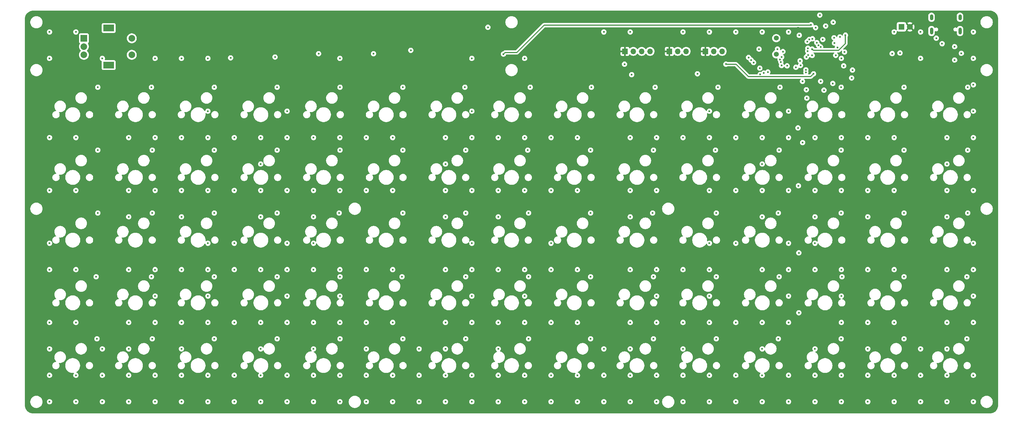
<source format=gbr>
%TF.GenerationSoftware,KiCad,Pcbnew,8.0.1*%
%TF.CreationDate,2024-06-12T21:18:41+02:00*%
%TF.ProjectId,Keyboard,4b657962-6f61-4726-942e-6b696361645f,rev?*%
%TF.SameCoordinates,Original*%
%TF.FileFunction,Copper,L2,Inr*%
%TF.FilePolarity,Positive*%
%FSLAX46Y46*%
G04 Gerber Fmt 4.6, Leading zero omitted, Abs format (unit mm)*
G04 Created by KiCad (PCBNEW 8.0.1) date 2024-06-12 21:18:41*
%MOMM*%
%LPD*%
G01*
G04 APERTURE LIST*
%TA.AperFunction,ComponentPad*%
%ADD10R,1.700000X1.700000*%
%TD*%
%TA.AperFunction,ComponentPad*%
%ADD11O,1.700000X1.700000*%
%TD*%
%TA.AperFunction,ComponentPad*%
%ADD12R,2.000000X2.000000*%
%TD*%
%TA.AperFunction,ComponentPad*%
%ADD13C,2.000000*%
%TD*%
%TA.AperFunction,ComponentPad*%
%ADD14R,3.200000X2.000000*%
%TD*%
%TA.AperFunction,ComponentPad*%
%ADD15R,1.800000X1.800000*%
%TD*%
%TA.AperFunction,ComponentPad*%
%ADD16C,1.800000*%
%TD*%
%TA.AperFunction,ComponentPad*%
%ADD17C,1.500000*%
%TD*%
%TA.AperFunction,ComponentPad*%
%ADD18O,1.000000X2.100000*%
%TD*%
%TA.AperFunction,ComponentPad*%
%ADD19O,1.000000X1.800000*%
%TD*%
%TA.AperFunction,ViaPad*%
%ADD20C,0.600000*%
%TD*%
%TA.AperFunction,Conductor*%
%ADD21C,0.300000*%
%TD*%
G04 APERTURE END LIST*
D10*
%TO.N,+3V3*%
%TO.C,J3*%
X276771000Y-89821000D03*
D11*
%TO.N,Net-(J3-Pin_2)*%
X279311000Y-89821000D03*
%TO.N,GND*%
X281851000Y-89821000D03*
%TD*%
D10*
%TO.N,+3V3*%
%TO.C,J2*%
X265849000Y-89821000D03*
D11*
%TO.N,Net-(J2-Pin_2)*%
X268389000Y-89821000D03*
%TO.N,GND*%
X270929000Y-89821000D03*
%TD*%
D12*
%TO.N,Net-(D79-A)*%
%TO.C,SW77*%
X88404000Y-85867000D03*
D13*
%TO.N,Net-(D78-A)*%
X88404000Y-90867000D03*
%TO.N,GND*%
X88404000Y-88367000D03*
D14*
%TO.N,N/C*%
X95904000Y-82767000D03*
X95904000Y-93967000D03*
D13*
%TO.N,GND*%
X102904000Y-90867000D03*
%TO.N,Net-(D77-A)*%
X102904000Y-85867000D03*
%TD*%
D15*
%TO.N,Net-(D76-K)*%
%TO.C,D76*%
X336187000Y-82398000D03*
D16*
%TO.N,+3V3*%
X338727000Y-82398000D03*
%TD*%
D17*
%TO.N,Net-(U1-PD1)*%
%TO.C,Y1*%
X298247500Y-90702000D03*
%TO.N,Net-(U1-PD0)*%
X298247500Y-85822000D03*
%TD*%
D18*
%TO.N,GND*%
%TO.C,J1*%
X353930000Y-83680000D03*
D19*
X353930000Y-79500000D03*
D18*
X345290000Y-83680000D03*
D19*
X345290000Y-79500000D03*
%TD*%
D10*
%TO.N,+3V3*%
%TO.C,J4*%
X252382000Y-89821000D03*
D11*
%TO.N,/SWDIO*%
X254922000Y-89821000D03*
%TO.N,/SWDCLK*%
X257462000Y-89821000D03*
%TO.N,GND*%
X260002000Y-89821000D03*
%TD*%
D20*
%TO.N,GND*%
X221975000Y-163951750D03*
X85975000Y-131951750D03*
X341975000Y-179951750D03*
X305077000Y-169012000D03*
X159535000Y-90526000D03*
X269975000Y-171951750D03*
X149975000Y-115951750D03*
X269975000Y-115951750D03*
X301975000Y-187951750D03*
X293975000Y-171951750D03*
X77975000Y-131951750D03*
X181975000Y-131951750D03*
X77975000Y-115951750D03*
X285975000Y-115951750D03*
X213975000Y-155951750D03*
X305077000Y-150851000D03*
X93975000Y-195951750D03*
X77975000Y-147951750D03*
X325975000Y-131951750D03*
X293975000Y-179951750D03*
X341975000Y-187951750D03*
X304823000Y-113005000D03*
X213975000Y-115951750D03*
X149975000Y-107951750D03*
X77975000Y-179951750D03*
X157975000Y-155951750D03*
X205975000Y-107951750D03*
X349975000Y-115951750D03*
X301975000Y-163951750D03*
X357975000Y-155951750D03*
X301975000Y-115951750D03*
X125975000Y-147951750D03*
X101975000Y-139951750D03*
X109975000Y-171951750D03*
X133975000Y-171951750D03*
X285975000Y-147951750D03*
X149975000Y-147951750D03*
X117975000Y-179951750D03*
X133975000Y-147951750D03*
X176172000Y-90526000D03*
X309975000Y-179951750D03*
X315364000Y-99543000D03*
X293975000Y-187951750D03*
X197975000Y-115951750D03*
X237975000Y-171951750D03*
X101975000Y-131951750D03*
X205975000Y-131951750D03*
X141975000Y-155951750D03*
X349975000Y-171951750D03*
X93975000Y-91951750D03*
X205975000Y-155951750D03*
X285975000Y-131951750D03*
X349975000Y-139951750D03*
X309975000Y-187951750D03*
X213975000Y-179951750D03*
X317975000Y-187951750D03*
X309975000Y-139951750D03*
X165975000Y-131951750D03*
X277975000Y-155951750D03*
X253975000Y-187951750D03*
X125975000Y-171951750D03*
X101975000Y-195951750D03*
X205975000Y-163951750D03*
X165975000Y-155951750D03*
X325975000Y-179951750D03*
X309975000Y-131951750D03*
X285975000Y-195951750D03*
X157975000Y-179951750D03*
X261975000Y-131951750D03*
X309975000Y-115951750D03*
X133975000Y-187951750D03*
X349975000Y-187951750D03*
X325975000Y-115951750D03*
X341975000Y-91951750D03*
X357975000Y-99951750D03*
X221975000Y-115951750D03*
X173975000Y-179951750D03*
X245975000Y-83951750D03*
X277975000Y-195951750D03*
X77975000Y-187951750D03*
X293975000Y-83951750D03*
X229975000Y-195951750D03*
X333975000Y-187951750D03*
X333975000Y-195951750D03*
X125975000Y-107951750D03*
X229975000Y-171951750D03*
X173975000Y-115951750D03*
X237975000Y-115951750D03*
X77975000Y-195951750D03*
X157975000Y-195951750D03*
X341975000Y-83951750D03*
X205975000Y-195951750D03*
X325975000Y-195951750D03*
X213975000Y-195951750D03*
X157975000Y-147951750D03*
X101975000Y-115951750D03*
X165975000Y-91951750D03*
X165975000Y-115951750D03*
X269975000Y-187951750D03*
X261975000Y-155951750D03*
X357975000Y-187951750D03*
X317523000Y-85446000D03*
X173975000Y-131951750D03*
X125975000Y-131951750D03*
X117975000Y-155951750D03*
X189975000Y-179951750D03*
X315745000Y-85700000D03*
X253975000Y-155951750D03*
X333975000Y-115951750D03*
X325975000Y-139951750D03*
X354330000Y-90424000D03*
X117975000Y-187951750D03*
X293975000Y-139951750D03*
X146327000Y-91542000D03*
X117975000Y-91951750D03*
X165975000Y-163951750D03*
X165975000Y-171951750D03*
X277975000Y-83951750D03*
X149975000Y-163951750D03*
X229975000Y-147951750D03*
X85975000Y-115951750D03*
X317975000Y-91951750D03*
X237975000Y-187951750D03*
X261975000Y-163951750D03*
X269975000Y-179951750D03*
X165975000Y-195951750D03*
X133975000Y-115951750D03*
X349975000Y-131951750D03*
X357975000Y-195951750D03*
X205975000Y-115951750D03*
X149975000Y-187951750D03*
X85975000Y-195951750D03*
X301975000Y-83951750D03*
X125975000Y-115951750D03*
X141975000Y-123951750D03*
X85975000Y-83951750D03*
X93975000Y-187951750D03*
X318666000Y-94209000D03*
X357975000Y-147951750D03*
X269975000Y-155951750D03*
X293975000Y-115951750D03*
X109975000Y-195951750D03*
X197975000Y-179951750D03*
X149975000Y-195951750D03*
X309975000Y-155951750D03*
X109975000Y-155951750D03*
X133975000Y-195951750D03*
X157975000Y-115951750D03*
X221975000Y-195951750D03*
X197975000Y-187951750D03*
X85975000Y-187951750D03*
X125975000Y-91951750D03*
X101975000Y-179951750D03*
X189975000Y-187951750D03*
X221975000Y-155951750D03*
X357975000Y-83951750D03*
X307363000Y-101448000D03*
X300251000Y-89891000D03*
X293975000Y-131951750D03*
X101975000Y-155951750D03*
X205975000Y-147951750D03*
X173975000Y-171951750D03*
X349975000Y-195951750D03*
X285975000Y-187951750D03*
X77975000Y-171951750D03*
X301975000Y-155951750D03*
X117975000Y-171951750D03*
X277975000Y-187951750D03*
X333975000Y-131951750D03*
X197975000Y-171951750D03*
X141975000Y-187951750D03*
X181975000Y-195951750D03*
X213975000Y-139951750D03*
X109975000Y-115951750D03*
X301975000Y-107951750D03*
X157975000Y-139951750D03*
X261975000Y-187951750D03*
X253975000Y-195951750D03*
X109975000Y-187951750D03*
X301975000Y-147951750D03*
X333975000Y-83951750D03*
X141975000Y-179951750D03*
X357975000Y-171951750D03*
X229975000Y-187951750D03*
X173975000Y-195951750D03*
X181975000Y-171951750D03*
X349975000Y-155951750D03*
X229975000Y-115951750D03*
X157975000Y-171951750D03*
X157975000Y-187951750D03*
X317975000Y-155951750D03*
X301975000Y-171951750D03*
X141975000Y-139951750D03*
X317975000Y-163951750D03*
X229975000Y-131951750D03*
X149975000Y-155951750D03*
X85975000Y-171951750D03*
X333975000Y-171951750D03*
X213975000Y-171951750D03*
X269975000Y-83951750D03*
X77975000Y-91951750D03*
X181975000Y-155951750D03*
X125975000Y-195951750D03*
X149975000Y-131951750D03*
X157975000Y-131951750D03*
X101975000Y-187951750D03*
X317975000Y-131951750D03*
X301975000Y-195951750D03*
X317975000Y-171951750D03*
X245975000Y-195951750D03*
X357975000Y-163951750D03*
X205975000Y-171951750D03*
X301975000Y-131951750D03*
X253975000Y-171951750D03*
X181975000Y-187951750D03*
X325975000Y-187951750D03*
X277975000Y-163951750D03*
X293975000Y-123951750D03*
X349975000Y-179951750D03*
X313205000Y-82144000D03*
X253975000Y-131951750D03*
X125975000Y-163951750D03*
X197975000Y-155951750D03*
X309975000Y-195951750D03*
X357975000Y-107951750D03*
X277975000Y-147951750D03*
X317975000Y-115951750D03*
X173975000Y-155951750D03*
X189975000Y-195951750D03*
X352298000Y-92456000D03*
X205975000Y-187951750D03*
X304950000Y-130531000D03*
X277975000Y-171951750D03*
X132865000Y-91796000D03*
X109975000Y-131951750D03*
X325975000Y-171951750D03*
X85975000Y-155951750D03*
X305204000Y-84938000D03*
X117975000Y-139951750D03*
X253975000Y-115951750D03*
X77975000Y-83951750D03*
X77975000Y-155951750D03*
X197975000Y-139951750D03*
X285975000Y-83951750D03*
X149975000Y-171951750D03*
X277975000Y-115951750D03*
X165975000Y-187951750D03*
X229975000Y-155951750D03*
X125975000Y-187951750D03*
X307617000Y-86843000D03*
X109975000Y-163951750D03*
X309975000Y-147951750D03*
X349975000Y-123951750D03*
X221975000Y-91951750D03*
X213975000Y-131951750D03*
X187475000Y-89510000D03*
X237975000Y-195951750D03*
X141975000Y-131951750D03*
X197975000Y-195951750D03*
X221975000Y-131951750D03*
X125975000Y-155951750D03*
X261975000Y-171951750D03*
X269975000Y-195951750D03*
X253975000Y-179951750D03*
X245975000Y-187951750D03*
X197975000Y-131951750D03*
X253975000Y-139951750D03*
X277975000Y-131951750D03*
X133975000Y-155951750D03*
X237975000Y-131951750D03*
X173975000Y-187951750D03*
X341975000Y-195951750D03*
X197975000Y-123951750D03*
X117975000Y-131951750D03*
X277975000Y-107951750D03*
X301521000Y-94202000D03*
X141975000Y-171951750D03*
X357975000Y-131951750D03*
X325975000Y-155951750D03*
X357975000Y-115951750D03*
X357975000Y-91951750D03*
X285975000Y-171951750D03*
X117975000Y-115951750D03*
X312697000Y-101575000D03*
X117975000Y-195951750D03*
X245975000Y-179951750D03*
X293975000Y-195951750D03*
X315491000Y-81001000D03*
X317975000Y-195951750D03*
X237975000Y-155951750D03*
X141975000Y-195951750D03*
X93975000Y-179951750D03*
X109975000Y-91951750D03*
X133975000Y-131951750D03*
X101975000Y-171951750D03*
X205975000Y-91951750D03*
X221975000Y-187951750D03*
X181975000Y-115951750D03*
X333975000Y-155951750D03*
X261975000Y-195951750D03*
X293975000Y-155951750D03*
X352298000Y-88392000D03*
X141975000Y-115951750D03*
X253975000Y-83951750D03*
X307818939Y-88875270D03*
X261975000Y-115951750D03*
X213975000Y-187951750D03*
X221975000Y-171951750D03*
%TO.N,+5V*%
X346733000Y-85827000D03*
X348500000Y-87500000D03*
%TO.N,+3V3*%
X109243000Y-91034000D03*
X302918000Y-94082000D03*
X352000000Y-98500000D03*
X317043500Y-94348000D03*
X304851500Y-82664000D03*
X317396000Y-83414000D03*
X353000000Y-97500000D03*
X109243000Y-86081000D03*
X350000000Y-88500000D03*
X347000000Y-97500000D03*
X302819500Y-86982000D03*
X348000000Y-98500000D03*
X109497000Y-80493000D03*
%TO.N,/col0*%
X307871000Y-90907000D03*
X298600000Y-89129000D03*
X293012000Y-89129000D03*
%TO.N,/col1*%
X307363000Y-91542000D03*
X289837000Y-91669000D03*
X299870000Y-91542000D03*
%TO.N,/col2*%
X305458000Y-92685000D03*
X299372133Y-92317024D03*
X290599000Y-92431000D03*
%TO.N,/col3*%
X291361000Y-93193000D03*
X299619816Y-93077719D03*
X305585000Y-94082000D03*
%TO.N,/col4*%
X252245000Y-93701000D03*
%TO.N,/col5*%
X295680438Y-96086254D03*
%TO.N,/col6*%
X307221000Y-95425997D03*
X299835000Y-94117000D03*
X293255947Y-94909000D03*
%TO.N,/col7*%
X293351743Y-96809000D03*
%TO.N,/col8*%
X304179240Y-94652000D03*
X309125880Y-91049120D03*
X254404000Y-96876000D03*
%TO.N,/col9*%
X274343000Y-96622000D03*
X321333000Y-95479000D03*
X321079000Y-97892000D03*
%TO.N,/col10*%
X294446117Y-96405837D03*
X316761000Y-88621000D03*
X307221000Y-96226000D03*
%TO.N,/col11*%
X315872000Y-87320760D03*
%TO.N,/col12*%
X307744000Y-89725003D03*
X306190000Y-98908000D03*
X311681500Y-98908000D03*
%TO.N,/col13*%
X312331500Y-86208000D03*
%TO.N,/col14*%
X318920000Y-90018000D03*
%TO.N,Net-(U1-PB11)*%
X333372321Y-90500321D03*
X335731120Y-90319120D03*
%TO.N,/Boot1*%
X309522000Y-96622000D03*
X282979000Y-93694000D03*
%TO.N,/row0*%
X92606000Y-100686000D03*
X203858000Y-100686000D03*
X108862000Y-100686000D03*
X223670000Y-100686000D03*
X280566000Y-100686000D03*
X261516000Y-100686000D03*
X317904000Y-100686000D03*
X166012000Y-100686000D03*
X356258000Y-100686000D03*
X311681500Y-88494000D03*
X242212000Y-100686000D03*
X299362000Y-100686000D03*
X185062000Y-100686000D03*
X146962000Y-100686000D03*
X336954000Y-100686000D03*
X127912000Y-100686000D03*
%TO.N,/row1*%
X261008000Y-119736000D03*
X92606000Y-119736000D03*
X166012000Y-119736000D03*
X356258000Y-119736000D03*
X109116000Y-119736000D03*
X146962000Y-119736000D03*
X279804000Y-119736000D03*
X317904000Y-119736000D03*
X241958000Y-119736000D03*
X222908000Y-119736000D03*
X299108000Y-119736000D03*
X336954000Y-119736000D03*
X127912000Y-119736000D03*
X204112000Y-119736000D03*
X311031500Y-87986000D03*
X185062000Y-119736000D03*
%TO.N,/row2*%
X204112000Y-138786000D03*
X260754000Y-138786000D03*
X317904000Y-138786000D03*
X223162000Y-138786000D03*
X146962000Y-138786000D03*
X92606000Y-138786000D03*
X241958000Y-138786000D03*
X109116000Y-138786000D03*
X298854000Y-138786000D03*
X127912000Y-138786000D03*
X336954000Y-138786000D03*
X280058000Y-138786000D03*
X185062000Y-138786000D03*
X165758000Y-138786000D03*
X310531500Y-87185998D03*
X356258000Y-138786000D03*
%TO.N,/row3*%
X356004000Y-158090000D03*
X204112000Y-158090000D03*
X261008000Y-158090000D03*
X92098000Y-158090000D03*
X127912000Y-158090000D03*
X108862000Y-158090000D03*
X146962000Y-158090000D03*
X280058000Y-158090000D03*
X223162000Y-158090000D03*
X309219620Y-86002380D03*
X184808000Y-158090000D03*
X307490000Y-103988000D03*
X299108000Y-158090000D03*
X241958000Y-158090000D03*
X336954000Y-158090000D03*
X306220000Y-117450000D03*
X166012000Y-158090000D03*
X318158000Y-158090000D03*
%TO.N,/row4*%
X280058000Y-176886000D03*
X92352000Y-176886000D03*
X146962000Y-176886000D03*
X185062000Y-176886000D03*
X317904000Y-176886000D03*
X127912000Y-176886000D03*
X308252000Y-86208000D03*
X336954000Y-176886000D03*
X241958000Y-176886000D03*
X356004000Y-176886000D03*
X223162000Y-176886000D03*
X166012000Y-176886000D03*
X298854000Y-176886000D03*
X261008000Y-176886000D03*
X109116000Y-176886000D03*
X204112000Y-176886000D03*
%TO.N,/Reset*%
X309126000Y-89144000D03*
X319206000Y-84906000D03*
%TO.N,/rot_B*%
X311427000Y-78842000D03*
X310157000Y-82652000D03*
%TO.N,/rot_SW*%
X210843000Y-82525000D03*
X316253000Y-91034000D03*
%TO.N,/rot_A*%
X215542000Y-90653000D03*
X308760000Y-81763000D03*
%TD*%
D21*
%TO.N,/Boot1*%
X282986000Y-93701000D02*
X286027000Y-93701000D01*
X286027000Y-93701000D02*
X289785000Y-97459000D01*
X289785000Y-97459000D02*
X308685000Y-97459000D01*
X282979000Y-93694000D02*
X282986000Y-93701000D01*
X308685000Y-97459000D02*
X309522000Y-96622000D01*
%TO.N,/Reset*%
X309126000Y-89144000D02*
X309492000Y-89510000D01*
X309492000Y-89510000D02*
X317142000Y-89510000D01*
X317142000Y-89510000D02*
X319206000Y-87446000D01*
X319206000Y-87446000D02*
X319206000Y-84906000D01*
%TO.N,/rot_A*%
X308633000Y-81890000D02*
X227861000Y-81890000D01*
X308760000Y-81763000D02*
X308633000Y-81890000D01*
X227861000Y-81890000D02*
X219606000Y-90145000D01*
X219606000Y-90145000D02*
X216050000Y-90145000D01*
X216050000Y-90145000D02*
X215542000Y-90653000D01*
%TD*%
%TA.AperFunction,Conductor*%
%TO.N,+3V3*%
G36*
X363003736Y-77500726D02*
G01*
X363293796Y-77518271D01*
X363308659Y-77520076D01*
X363590798Y-77571780D01*
X363605335Y-77575363D01*
X363879172Y-77660695D01*
X363893163Y-77666000D01*
X364154743Y-77783727D01*
X364167989Y-77790680D01*
X364413465Y-77939075D01*
X364425776Y-77947573D01*
X364564978Y-78056630D01*
X364651573Y-78124473D01*
X364662781Y-78134403D01*
X364865596Y-78337218D01*
X364875526Y-78348426D01*
X364995481Y-78501538D01*
X365052422Y-78574217D01*
X365060926Y-78586537D01*
X365194902Y-78808160D01*
X365209316Y-78832004D01*
X365216275Y-78845263D01*
X365333997Y-79106831D01*
X365339306Y-79120832D01*
X365424635Y-79394663D01*
X365428219Y-79409201D01*
X365479923Y-79691340D01*
X365481728Y-79706205D01*
X365499274Y-79996263D01*
X365499500Y-80003750D01*
X365499500Y-196996249D01*
X365499274Y-197003736D01*
X365481728Y-197293794D01*
X365479923Y-197308659D01*
X365428219Y-197590798D01*
X365424635Y-197605336D01*
X365339306Y-197879167D01*
X365333997Y-197893168D01*
X365216275Y-198154736D01*
X365209316Y-198167995D01*
X365060928Y-198413459D01*
X365052422Y-198425782D01*
X364875526Y-198651573D01*
X364865596Y-198662781D01*
X364662781Y-198865596D01*
X364651573Y-198875526D01*
X364425782Y-199052422D01*
X364413459Y-199060928D01*
X364167995Y-199209316D01*
X364154736Y-199216275D01*
X363893168Y-199333997D01*
X363879167Y-199339306D01*
X363605336Y-199424635D01*
X363590798Y-199428219D01*
X363308659Y-199479923D01*
X363293794Y-199481728D01*
X363003736Y-199499274D01*
X362996249Y-199499500D01*
X73003751Y-199499500D01*
X72996264Y-199499274D01*
X72706205Y-199481728D01*
X72691340Y-199479923D01*
X72409201Y-199428219D01*
X72394663Y-199424635D01*
X72120832Y-199339306D01*
X72106831Y-199333997D01*
X71845263Y-199216275D01*
X71832004Y-199209316D01*
X71586540Y-199060928D01*
X71574217Y-199052422D01*
X71348426Y-198875526D01*
X71337218Y-198865596D01*
X71134403Y-198662781D01*
X71124473Y-198651573D01*
X70947573Y-198425776D01*
X70939075Y-198413465D01*
X70790680Y-198167989D01*
X70783727Y-198154743D01*
X70666000Y-197893163D01*
X70660693Y-197879167D01*
X70575364Y-197605336D01*
X70571780Y-197590798D01*
X70520076Y-197308659D01*
X70518271Y-197293794D01*
X70500726Y-197003736D01*
X70500500Y-196996249D01*
X70500500Y-196121288D01*
X72149500Y-196121288D01*
X72181161Y-196361785D01*
X72243947Y-196596104D01*
X72277679Y-196677539D01*
X72336776Y-196820212D01*
X72458064Y-197030289D01*
X72458066Y-197030292D01*
X72458067Y-197030293D01*
X72605733Y-197222736D01*
X72605739Y-197222743D01*
X72777256Y-197394260D01*
X72777262Y-197394265D01*
X72969711Y-197541936D01*
X73179788Y-197663224D01*
X73403900Y-197756054D01*
X73638211Y-197818838D01*
X73818586Y-197842584D01*
X73878711Y-197850500D01*
X73878712Y-197850500D01*
X74121289Y-197850500D01*
X74169388Y-197844167D01*
X74361789Y-197818838D01*
X74596100Y-197756054D01*
X74820212Y-197663224D01*
X75030289Y-197541936D01*
X75222738Y-197394265D01*
X75394265Y-197222738D01*
X75541936Y-197030289D01*
X75663224Y-196820212D01*
X75756054Y-196596100D01*
X75818838Y-196361789D01*
X75850500Y-196121288D01*
X75850500Y-195951753D01*
X77169435Y-195951753D01*
X77189630Y-196130999D01*
X77189631Y-196131004D01*
X77249211Y-196301273D01*
X77287236Y-196361789D01*
X77345184Y-196454012D01*
X77472738Y-196581566D01*
X77625478Y-196677539D01*
X77795745Y-196737118D01*
X77795750Y-196737119D01*
X77974996Y-196757315D01*
X77975000Y-196757315D01*
X77975004Y-196757315D01*
X78154249Y-196737119D01*
X78154252Y-196737118D01*
X78154255Y-196737118D01*
X78324522Y-196677539D01*
X78477262Y-196581566D01*
X78604816Y-196454012D01*
X78700789Y-196301272D01*
X78760368Y-196131005D01*
X78780565Y-195951753D01*
X85169435Y-195951753D01*
X85189630Y-196130999D01*
X85189631Y-196131004D01*
X85249211Y-196301273D01*
X85287236Y-196361789D01*
X85345184Y-196454012D01*
X85472738Y-196581566D01*
X85625478Y-196677539D01*
X85795745Y-196737118D01*
X85795750Y-196737119D01*
X85974996Y-196757315D01*
X85975000Y-196757315D01*
X85975004Y-196757315D01*
X86154249Y-196737119D01*
X86154252Y-196737118D01*
X86154255Y-196737118D01*
X86324522Y-196677539D01*
X86477262Y-196581566D01*
X86604816Y-196454012D01*
X86700789Y-196301272D01*
X86760368Y-196131005D01*
X86780565Y-195951753D01*
X93169435Y-195951753D01*
X93189630Y-196130999D01*
X93189631Y-196131004D01*
X93249211Y-196301273D01*
X93287236Y-196361789D01*
X93345184Y-196454012D01*
X93472738Y-196581566D01*
X93625478Y-196677539D01*
X93795745Y-196737118D01*
X93795750Y-196737119D01*
X93974996Y-196757315D01*
X93975000Y-196757315D01*
X93975004Y-196757315D01*
X94154249Y-196737119D01*
X94154252Y-196737118D01*
X94154255Y-196737118D01*
X94324522Y-196677539D01*
X94477262Y-196581566D01*
X94604816Y-196454012D01*
X94700789Y-196301272D01*
X94760368Y-196131005D01*
X94780565Y-195951753D01*
X101169435Y-195951753D01*
X101189630Y-196130999D01*
X101189631Y-196131004D01*
X101249211Y-196301273D01*
X101287236Y-196361789D01*
X101345184Y-196454012D01*
X101472738Y-196581566D01*
X101625478Y-196677539D01*
X101795745Y-196737118D01*
X101795750Y-196737119D01*
X101974996Y-196757315D01*
X101975000Y-196757315D01*
X101975004Y-196757315D01*
X102154249Y-196737119D01*
X102154252Y-196737118D01*
X102154255Y-196737118D01*
X102324522Y-196677539D01*
X102477262Y-196581566D01*
X102604816Y-196454012D01*
X102700789Y-196301272D01*
X102760368Y-196131005D01*
X102780565Y-195951753D01*
X109169435Y-195951753D01*
X109189630Y-196130999D01*
X109189631Y-196131004D01*
X109249211Y-196301273D01*
X109287236Y-196361789D01*
X109345184Y-196454012D01*
X109472738Y-196581566D01*
X109625478Y-196677539D01*
X109795745Y-196737118D01*
X109795750Y-196737119D01*
X109974996Y-196757315D01*
X109975000Y-196757315D01*
X109975004Y-196757315D01*
X110154249Y-196737119D01*
X110154252Y-196737118D01*
X110154255Y-196737118D01*
X110324522Y-196677539D01*
X110477262Y-196581566D01*
X110604816Y-196454012D01*
X110700789Y-196301272D01*
X110760368Y-196131005D01*
X110780565Y-195951753D01*
X117169435Y-195951753D01*
X117189630Y-196130999D01*
X117189631Y-196131004D01*
X117249211Y-196301273D01*
X117287236Y-196361789D01*
X117345184Y-196454012D01*
X117472738Y-196581566D01*
X117625478Y-196677539D01*
X117795745Y-196737118D01*
X117795750Y-196737119D01*
X117974996Y-196757315D01*
X117975000Y-196757315D01*
X117975004Y-196757315D01*
X118154249Y-196737119D01*
X118154252Y-196737118D01*
X118154255Y-196737118D01*
X118324522Y-196677539D01*
X118477262Y-196581566D01*
X118604816Y-196454012D01*
X118700789Y-196301272D01*
X118760368Y-196131005D01*
X118780565Y-195951753D01*
X125169435Y-195951753D01*
X125189630Y-196130999D01*
X125189631Y-196131004D01*
X125249211Y-196301273D01*
X125287236Y-196361789D01*
X125345184Y-196454012D01*
X125472738Y-196581566D01*
X125625478Y-196677539D01*
X125795745Y-196737118D01*
X125795750Y-196737119D01*
X125974996Y-196757315D01*
X125975000Y-196757315D01*
X125975004Y-196757315D01*
X126154249Y-196737119D01*
X126154252Y-196737118D01*
X126154255Y-196737118D01*
X126324522Y-196677539D01*
X126477262Y-196581566D01*
X126604816Y-196454012D01*
X126700789Y-196301272D01*
X126760368Y-196131005D01*
X126780565Y-195951753D01*
X133169435Y-195951753D01*
X133189630Y-196130999D01*
X133189631Y-196131004D01*
X133249211Y-196301273D01*
X133287236Y-196361789D01*
X133345184Y-196454012D01*
X133472738Y-196581566D01*
X133625478Y-196677539D01*
X133795745Y-196737118D01*
X133795750Y-196737119D01*
X133974996Y-196757315D01*
X133975000Y-196757315D01*
X133975004Y-196757315D01*
X134154249Y-196737119D01*
X134154252Y-196737118D01*
X134154255Y-196737118D01*
X134324522Y-196677539D01*
X134477262Y-196581566D01*
X134604816Y-196454012D01*
X134700789Y-196301272D01*
X134760368Y-196131005D01*
X134780565Y-195951753D01*
X141169435Y-195951753D01*
X141189630Y-196130999D01*
X141189631Y-196131004D01*
X141249211Y-196301273D01*
X141287236Y-196361789D01*
X141345184Y-196454012D01*
X141472738Y-196581566D01*
X141625478Y-196677539D01*
X141795745Y-196737118D01*
X141795750Y-196737119D01*
X141974996Y-196757315D01*
X141975000Y-196757315D01*
X141975004Y-196757315D01*
X142154249Y-196737119D01*
X142154252Y-196737118D01*
X142154255Y-196737118D01*
X142324522Y-196677539D01*
X142477262Y-196581566D01*
X142604816Y-196454012D01*
X142700789Y-196301272D01*
X142760368Y-196131005D01*
X142780565Y-195951753D01*
X149169435Y-195951753D01*
X149189630Y-196130999D01*
X149189631Y-196131004D01*
X149249211Y-196301273D01*
X149287236Y-196361789D01*
X149345184Y-196454012D01*
X149472738Y-196581566D01*
X149625478Y-196677539D01*
X149795745Y-196737118D01*
X149795750Y-196737119D01*
X149974996Y-196757315D01*
X149975000Y-196757315D01*
X149975004Y-196757315D01*
X150154249Y-196737119D01*
X150154252Y-196737118D01*
X150154255Y-196737118D01*
X150324522Y-196677539D01*
X150477262Y-196581566D01*
X150604816Y-196454012D01*
X150700789Y-196301272D01*
X150760368Y-196131005D01*
X150780565Y-195951753D01*
X157169435Y-195951753D01*
X157189630Y-196130999D01*
X157189631Y-196131004D01*
X157249211Y-196301273D01*
X157287236Y-196361789D01*
X157345184Y-196454012D01*
X157472738Y-196581566D01*
X157625478Y-196677539D01*
X157795745Y-196737118D01*
X157795750Y-196737119D01*
X157974996Y-196757315D01*
X157975000Y-196757315D01*
X157975004Y-196757315D01*
X158154249Y-196737119D01*
X158154252Y-196737118D01*
X158154255Y-196737118D01*
X158324522Y-196677539D01*
X158477262Y-196581566D01*
X158604816Y-196454012D01*
X158700789Y-196301272D01*
X158760368Y-196131005D01*
X158780565Y-195951753D01*
X165169435Y-195951753D01*
X165189630Y-196130999D01*
X165189631Y-196131004D01*
X165249211Y-196301273D01*
X165287236Y-196361789D01*
X165345184Y-196454012D01*
X165472738Y-196581566D01*
X165625478Y-196677539D01*
X165795745Y-196737118D01*
X165795750Y-196737119D01*
X165974996Y-196757315D01*
X165975000Y-196757315D01*
X165975004Y-196757315D01*
X166154249Y-196737119D01*
X166154252Y-196737118D01*
X166154255Y-196737118D01*
X166324522Y-196677539D01*
X166477262Y-196581566D01*
X166604816Y-196454012D01*
X166700789Y-196301272D01*
X166760368Y-196131005D01*
X166761463Y-196121288D01*
X168649500Y-196121288D01*
X168681161Y-196361785D01*
X168743947Y-196596104D01*
X168777679Y-196677539D01*
X168836776Y-196820212D01*
X168958064Y-197030289D01*
X168958066Y-197030292D01*
X168958067Y-197030293D01*
X169105733Y-197222736D01*
X169105739Y-197222743D01*
X169277256Y-197394260D01*
X169277262Y-197394265D01*
X169469711Y-197541936D01*
X169679788Y-197663224D01*
X169903900Y-197756054D01*
X170138211Y-197818838D01*
X170318586Y-197842584D01*
X170378711Y-197850500D01*
X170378712Y-197850500D01*
X170621289Y-197850500D01*
X170669388Y-197844167D01*
X170861789Y-197818838D01*
X171096100Y-197756054D01*
X171320212Y-197663224D01*
X171530289Y-197541936D01*
X171722738Y-197394265D01*
X171894265Y-197222738D01*
X172041936Y-197030289D01*
X172163224Y-196820212D01*
X172256054Y-196596100D01*
X172318838Y-196361789D01*
X172350500Y-196121288D01*
X172350500Y-195951753D01*
X173169435Y-195951753D01*
X173189630Y-196130999D01*
X173189631Y-196131004D01*
X173249211Y-196301273D01*
X173287236Y-196361789D01*
X173345184Y-196454012D01*
X173472738Y-196581566D01*
X173625478Y-196677539D01*
X173795745Y-196737118D01*
X173795750Y-196737119D01*
X173974996Y-196757315D01*
X173975000Y-196757315D01*
X173975004Y-196757315D01*
X174154249Y-196737119D01*
X174154252Y-196737118D01*
X174154255Y-196737118D01*
X174324522Y-196677539D01*
X174477262Y-196581566D01*
X174604816Y-196454012D01*
X174700789Y-196301272D01*
X174760368Y-196131005D01*
X174780565Y-195951753D01*
X181169435Y-195951753D01*
X181189630Y-196130999D01*
X181189631Y-196131004D01*
X181249211Y-196301273D01*
X181287236Y-196361789D01*
X181345184Y-196454012D01*
X181472738Y-196581566D01*
X181625478Y-196677539D01*
X181795745Y-196737118D01*
X181795750Y-196737119D01*
X181974996Y-196757315D01*
X181975000Y-196757315D01*
X181975004Y-196757315D01*
X182154249Y-196737119D01*
X182154252Y-196737118D01*
X182154255Y-196737118D01*
X182324522Y-196677539D01*
X182477262Y-196581566D01*
X182604816Y-196454012D01*
X182700789Y-196301272D01*
X182760368Y-196131005D01*
X182780565Y-195951753D01*
X189169435Y-195951753D01*
X189189630Y-196130999D01*
X189189631Y-196131004D01*
X189249211Y-196301273D01*
X189287236Y-196361789D01*
X189345184Y-196454012D01*
X189472738Y-196581566D01*
X189625478Y-196677539D01*
X189795745Y-196737118D01*
X189795750Y-196737119D01*
X189974996Y-196757315D01*
X189975000Y-196757315D01*
X189975004Y-196757315D01*
X190154249Y-196737119D01*
X190154252Y-196737118D01*
X190154255Y-196737118D01*
X190324522Y-196677539D01*
X190477262Y-196581566D01*
X190604816Y-196454012D01*
X190700789Y-196301272D01*
X190760368Y-196131005D01*
X190780565Y-195951753D01*
X197169435Y-195951753D01*
X197189630Y-196130999D01*
X197189631Y-196131004D01*
X197249211Y-196301273D01*
X197287236Y-196361789D01*
X197345184Y-196454012D01*
X197472738Y-196581566D01*
X197625478Y-196677539D01*
X197795745Y-196737118D01*
X197795750Y-196737119D01*
X197974996Y-196757315D01*
X197975000Y-196757315D01*
X197975004Y-196757315D01*
X198154249Y-196737119D01*
X198154252Y-196737118D01*
X198154255Y-196737118D01*
X198324522Y-196677539D01*
X198477262Y-196581566D01*
X198604816Y-196454012D01*
X198700789Y-196301272D01*
X198760368Y-196131005D01*
X198780565Y-195951753D01*
X205169435Y-195951753D01*
X205189630Y-196130999D01*
X205189631Y-196131004D01*
X205249211Y-196301273D01*
X205287236Y-196361789D01*
X205345184Y-196454012D01*
X205472738Y-196581566D01*
X205625478Y-196677539D01*
X205795745Y-196737118D01*
X205795750Y-196737119D01*
X205974996Y-196757315D01*
X205975000Y-196757315D01*
X205975004Y-196757315D01*
X206154249Y-196737119D01*
X206154252Y-196737118D01*
X206154255Y-196737118D01*
X206324522Y-196677539D01*
X206477262Y-196581566D01*
X206604816Y-196454012D01*
X206700789Y-196301272D01*
X206760368Y-196131005D01*
X206780565Y-195951753D01*
X213169435Y-195951753D01*
X213189630Y-196130999D01*
X213189631Y-196131004D01*
X213249211Y-196301273D01*
X213287236Y-196361789D01*
X213345184Y-196454012D01*
X213472738Y-196581566D01*
X213625478Y-196677539D01*
X213795745Y-196737118D01*
X213795750Y-196737119D01*
X213974996Y-196757315D01*
X213975000Y-196757315D01*
X213975004Y-196757315D01*
X214154249Y-196737119D01*
X214154252Y-196737118D01*
X214154255Y-196737118D01*
X214324522Y-196677539D01*
X214477262Y-196581566D01*
X214604816Y-196454012D01*
X214700789Y-196301272D01*
X214760368Y-196131005D01*
X214780565Y-195951753D01*
X221169435Y-195951753D01*
X221189630Y-196130999D01*
X221189631Y-196131004D01*
X221249211Y-196301273D01*
X221287236Y-196361789D01*
X221345184Y-196454012D01*
X221472738Y-196581566D01*
X221625478Y-196677539D01*
X221795745Y-196737118D01*
X221795750Y-196737119D01*
X221974996Y-196757315D01*
X221975000Y-196757315D01*
X221975004Y-196757315D01*
X222154249Y-196737119D01*
X222154252Y-196737118D01*
X222154255Y-196737118D01*
X222324522Y-196677539D01*
X222477262Y-196581566D01*
X222604816Y-196454012D01*
X222700789Y-196301272D01*
X222760368Y-196131005D01*
X222780565Y-195951753D01*
X229169435Y-195951753D01*
X229189630Y-196130999D01*
X229189631Y-196131004D01*
X229249211Y-196301273D01*
X229287236Y-196361789D01*
X229345184Y-196454012D01*
X229472738Y-196581566D01*
X229625478Y-196677539D01*
X229795745Y-196737118D01*
X229795750Y-196737119D01*
X229974996Y-196757315D01*
X229975000Y-196757315D01*
X229975004Y-196757315D01*
X230154249Y-196737119D01*
X230154252Y-196737118D01*
X230154255Y-196737118D01*
X230324522Y-196677539D01*
X230477262Y-196581566D01*
X230604816Y-196454012D01*
X230700789Y-196301272D01*
X230760368Y-196131005D01*
X230780565Y-195951753D01*
X237169435Y-195951753D01*
X237189630Y-196130999D01*
X237189631Y-196131004D01*
X237249211Y-196301273D01*
X237287236Y-196361789D01*
X237345184Y-196454012D01*
X237472738Y-196581566D01*
X237625478Y-196677539D01*
X237795745Y-196737118D01*
X237795750Y-196737119D01*
X237974996Y-196757315D01*
X237975000Y-196757315D01*
X237975004Y-196757315D01*
X238154249Y-196737119D01*
X238154252Y-196737118D01*
X238154255Y-196737118D01*
X238324522Y-196677539D01*
X238477262Y-196581566D01*
X238604816Y-196454012D01*
X238700789Y-196301272D01*
X238760368Y-196131005D01*
X238780565Y-195951753D01*
X245169435Y-195951753D01*
X245189630Y-196130999D01*
X245189631Y-196131004D01*
X245249211Y-196301273D01*
X245287236Y-196361789D01*
X245345184Y-196454012D01*
X245472738Y-196581566D01*
X245625478Y-196677539D01*
X245795745Y-196737118D01*
X245795750Y-196737119D01*
X245974996Y-196757315D01*
X245975000Y-196757315D01*
X245975004Y-196757315D01*
X246154249Y-196737119D01*
X246154252Y-196737118D01*
X246154255Y-196737118D01*
X246324522Y-196677539D01*
X246477262Y-196581566D01*
X246604816Y-196454012D01*
X246700789Y-196301272D01*
X246760368Y-196131005D01*
X246780565Y-195951753D01*
X253169435Y-195951753D01*
X253189630Y-196130999D01*
X253189631Y-196131004D01*
X253249211Y-196301273D01*
X253287236Y-196361789D01*
X253345184Y-196454012D01*
X253472738Y-196581566D01*
X253625478Y-196677539D01*
X253795745Y-196737118D01*
X253795750Y-196737119D01*
X253974996Y-196757315D01*
X253975000Y-196757315D01*
X253975004Y-196757315D01*
X254154249Y-196737119D01*
X254154252Y-196737118D01*
X254154255Y-196737118D01*
X254324522Y-196677539D01*
X254477262Y-196581566D01*
X254604816Y-196454012D01*
X254700789Y-196301272D01*
X254760368Y-196131005D01*
X254780565Y-195951753D01*
X261169435Y-195951753D01*
X261189630Y-196130999D01*
X261189631Y-196131004D01*
X261249211Y-196301273D01*
X261287236Y-196361789D01*
X261345184Y-196454012D01*
X261472738Y-196581566D01*
X261625478Y-196677539D01*
X261795745Y-196737118D01*
X261795750Y-196737119D01*
X261974996Y-196757315D01*
X261975000Y-196757315D01*
X261975004Y-196757315D01*
X262154249Y-196737119D01*
X262154252Y-196737118D01*
X262154255Y-196737118D01*
X262324522Y-196677539D01*
X262477262Y-196581566D01*
X262604816Y-196454012D01*
X262700789Y-196301272D01*
X262760368Y-196131005D01*
X262761463Y-196121288D01*
X263649500Y-196121288D01*
X263681161Y-196361785D01*
X263743947Y-196596104D01*
X263777679Y-196677539D01*
X263836776Y-196820212D01*
X263958064Y-197030289D01*
X263958066Y-197030292D01*
X263958067Y-197030293D01*
X264105733Y-197222736D01*
X264105739Y-197222743D01*
X264277256Y-197394260D01*
X264277262Y-197394265D01*
X264469711Y-197541936D01*
X264679788Y-197663224D01*
X264903900Y-197756054D01*
X265138211Y-197818838D01*
X265318586Y-197842584D01*
X265378711Y-197850500D01*
X265378712Y-197850500D01*
X265621289Y-197850500D01*
X265669388Y-197844167D01*
X265861789Y-197818838D01*
X266096100Y-197756054D01*
X266320212Y-197663224D01*
X266530289Y-197541936D01*
X266722738Y-197394265D01*
X266894265Y-197222738D01*
X267041936Y-197030289D01*
X267163224Y-196820212D01*
X267256054Y-196596100D01*
X267318838Y-196361789D01*
X267350500Y-196121288D01*
X267350500Y-195951753D01*
X269169435Y-195951753D01*
X269189630Y-196130999D01*
X269189631Y-196131004D01*
X269249211Y-196301273D01*
X269287236Y-196361789D01*
X269345184Y-196454012D01*
X269472738Y-196581566D01*
X269625478Y-196677539D01*
X269795745Y-196737118D01*
X269795750Y-196737119D01*
X269974996Y-196757315D01*
X269975000Y-196757315D01*
X269975004Y-196757315D01*
X270154249Y-196737119D01*
X270154252Y-196737118D01*
X270154255Y-196737118D01*
X270324522Y-196677539D01*
X270477262Y-196581566D01*
X270604816Y-196454012D01*
X270700789Y-196301272D01*
X270760368Y-196131005D01*
X270780565Y-195951753D01*
X277169435Y-195951753D01*
X277189630Y-196130999D01*
X277189631Y-196131004D01*
X277249211Y-196301273D01*
X277287236Y-196361789D01*
X277345184Y-196454012D01*
X277472738Y-196581566D01*
X277625478Y-196677539D01*
X277795745Y-196737118D01*
X277795750Y-196737119D01*
X277974996Y-196757315D01*
X277975000Y-196757315D01*
X277975004Y-196757315D01*
X278154249Y-196737119D01*
X278154252Y-196737118D01*
X278154255Y-196737118D01*
X278324522Y-196677539D01*
X278477262Y-196581566D01*
X278604816Y-196454012D01*
X278700789Y-196301272D01*
X278760368Y-196131005D01*
X278780565Y-195951753D01*
X285169435Y-195951753D01*
X285189630Y-196130999D01*
X285189631Y-196131004D01*
X285249211Y-196301273D01*
X285287236Y-196361789D01*
X285345184Y-196454012D01*
X285472738Y-196581566D01*
X285625478Y-196677539D01*
X285795745Y-196737118D01*
X285795750Y-196737119D01*
X285974996Y-196757315D01*
X285975000Y-196757315D01*
X285975004Y-196757315D01*
X286154249Y-196737119D01*
X286154252Y-196737118D01*
X286154255Y-196737118D01*
X286324522Y-196677539D01*
X286477262Y-196581566D01*
X286604816Y-196454012D01*
X286700789Y-196301272D01*
X286760368Y-196131005D01*
X286780565Y-195951753D01*
X293169435Y-195951753D01*
X293189630Y-196130999D01*
X293189631Y-196131004D01*
X293249211Y-196301273D01*
X293287236Y-196361789D01*
X293345184Y-196454012D01*
X293472738Y-196581566D01*
X293625478Y-196677539D01*
X293795745Y-196737118D01*
X293795750Y-196737119D01*
X293974996Y-196757315D01*
X293975000Y-196757315D01*
X293975004Y-196757315D01*
X294154249Y-196737119D01*
X294154252Y-196737118D01*
X294154255Y-196737118D01*
X294324522Y-196677539D01*
X294477262Y-196581566D01*
X294604816Y-196454012D01*
X294700789Y-196301272D01*
X294760368Y-196131005D01*
X294780565Y-195951753D01*
X301169435Y-195951753D01*
X301189630Y-196130999D01*
X301189631Y-196131004D01*
X301249211Y-196301273D01*
X301287236Y-196361789D01*
X301345184Y-196454012D01*
X301472738Y-196581566D01*
X301625478Y-196677539D01*
X301795745Y-196737118D01*
X301795750Y-196737119D01*
X301974996Y-196757315D01*
X301975000Y-196757315D01*
X301975004Y-196757315D01*
X302154249Y-196737119D01*
X302154252Y-196737118D01*
X302154255Y-196737118D01*
X302324522Y-196677539D01*
X302477262Y-196581566D01*
X302604816Y-196454012D01*
X302700789Y-196301272D01*
X302760368Y-196131005D01*
X302780565Y-195951753D01*
X309169435Y-195951753D01*
X309189630Y-196130999D01*
X309189631Y-196131004D01*
X309249211Y-196301273D01*
X309287236Y-196361789D01*
X309345184Y-196454012D01*
X309472738Y-196581566D01*
X309625478Y-196677539D01*
X309795745Y-196737118D01*
X309795750Y-196737119D01*
X309974996Y-196757315D01*
X309975000Y-196757315D01*
X309975004Y-196757315D01*
X310154249Y-196737119D01*
X310154252Y-196737118D01*
X310154255Y-196737118D01*
X310324522Y-196677539D01*
X310477262Y-196581566D01*
X310604816Y-196454012D01*
X310700789Y-196301272D01*
X310760368Y-196131005D01*
X310780565Y-195951753D01*
X317169435Y-195951753D01*
X317189630Y-196130999D01*
X317189631Y-196131004D01*
X317249211Y-196301273D01*
X317287236Y-196361789D01*
X317345184Y-196454012D01*
X317472738Y-196581566D01*
X317625478Y-196677539D01*
X317795745Y-196737118D01*
X317795750Y-196737119D01*
X317974996Y-196757315D01*
X317975000Y-196757315D01*
X317975004Y-196757315D01*
X318154249Y-196737119D01*
X318154252Y-196737118D01*
X318154255Y-196737118D01*
X318324522Y-196677539D01*
X318477262Y-196581566D01*
X318604816Y-196454012D01*
X318700789Y-196301272D01*
X318760368Y-196131005D01*
X318780565Y-195951753D01*
X325169435Y-195951753D01*
X325189630Y-196130999D01*
X325189631Y-196131004D01*
X325249211Y-196301273D01*
X325287236Y-196361789D01*
X325345184Y-196454012D01*
X325472738Y-196581566D01*
X325625478Y-196677539D01*
X325795745Y-196737118D01*
X325795750Y-196737119D01*
X325974996Y-196757315D01*
X325975000Y-196757315D01*
X325975004Y-196757315D01*
X326154249Y-196737119D01*
X326154252Y-196737118D01*
X326154255Y-196737118D01*
X326324522Y-196677539D01*
X326477262Y-196581566D01*
X326604816Y-196454012D01*
X326700789Y-196301272D01*
X326760368Y-196131005D01*
X326780565Y-195951753D01*
X333169435Y-195951753D01*
X333189630Y-196130999D01*
X333189631Y-196131004D01*
X333249211Y-196301273D01*
X333287236Y-196361789D01*
X333345184Y-196454012D01*
X333472738Y-196581566D01*
X333625478Y-196677539D01*
X333795745Y-196737118D01*
X333795750Y-196737119D01*
X333974996Y-196757315D01*
X333975000Y-196757315D01*
X333975004Y-196757315D01*
X334154249Y-196737119D01*
X334154252Y-196737118D01*
X334154255Y-196737118D01*
X334324522Y-196677539D01*
X334477262Y-196581566D01*
X334604816Y-196454012D01*
X334700789Y-196301272D01*
X334760368Y-196131005D01*
X334780565Y-195951753D01*
X341169435Y-195951753D01*
X341189630Y-196130999D01*
X341189631Y-196131004D01*
X341249211Y-196301273D01*
X341287236Y-196361789D01*
X341345184Y-196454012D01*
X341472738Y-196581566D01*
X341625478Y-196677539D01*
X341795745Y-196737118D01*
X341795750Y-196737119D01*
X341974996Y-196757315D01*
X341975000Y-196757315D01*
X341975004Y-196757315D01*
X342154249Y-196737119D01*
X342154252Y-196737118D01*
X342154255Y-196737118D01*
X342324522Y-196677539D01*
X342477262Y-196581566D01*
X342604816Y-196454012D01*
X342700789Y-196301272D01*
X342760368Y-196131005D01*
X342780565Y-195951753D01*
X349169435Y-195951753D01*
X349189630Y-196130999D01*
X349189631Y-196131004D01*
X349249211Y-196301273D01*
X349287236Y-196361789D01*
X349345184Y-196454012D01*
X349472738Y-196581566D01*
X349625478Y-196677539D01*
X349795745Y-196737118D01*
X349795750Y-196737119D01*
X349974996Y-196757315D01*
X349975000Y-196757315D01*
X349975004Y-196757315D01*
X350154249Y-196737119D01*
X350154252Y-196737118D01*
X350154255Y-196737118D01*
X350324522Y-196677539D01*
X350477262Y-196581566D01*
X350604816Y-196454012D01*
X350700789Y-196301272D01*
X350760368Y-196131005D01*
X350780565Y-195951753D01*
X357169435Y-195951753D01*
X357189630Y-196130999D01*
X357189631Y-196131004D01*
X357249211Y-196301273D01*
X357287236Y-196361789D01*
X357345184Y-196454012D01*
X357472738Y-196581566D01*
X357625478Y-196677539D01*
X357795745Y-196737118D01*
X357795750Y-196737119D01*
X357974996Y-196757315D01*
X357975000Y-196757315D01*
X357975004Y-196757315D01*
X358154249Y-196737119D01*
X358154252Y-196737118D01*
X358154255Y-196737118D01*
X358324522Y-196677539D01*
X358477262Y-196581566D01*
X358604816Y-196454012D01*
X358700789Y-196301272D01*
X358760368Y-196131005D01*
X358761463Y-196121288D01*
X360149500Y-196121288D01*
X360181161Y-196361785D01*
X360243947Y-196596104D01*
X360277679Y-196677539D01*
X360336776Y-196820212D01*
X360458064Y-197030289D01*
X360458066Y-197030292D01*
X360458067Y-197030293D01*
X360605733Y-197222736D01*
X360605739Y-197222743D01*
X360777256Y-197394260D01*
X360777262Y-197394265D01*
X360969711Y-197541936D01*
X361179788Y-197663224D01*
X361403900Y-197756054D01*
X361638211Y-197818838D01*
X361818586Y-197842584D01*
X361878711Y-197850500D01*
X361878712Y-197850500D01*
X362121289Y-197850500D01*
X362169388Y-197844167D01*
X362361789Y-197818838D01*
X362596100Y-197756054D01*
X362820212Y-197663224D01*
X363030289Y-197541936D01*
X363222738Y-197394265D01*
X363394265Y-197222738D01*
X363541936Y-197030289D01*
X363663224Y-196820212D01*
X363756054Y-196596100D01*
X363818838Y-196361789D01*
X363850500Y-196121288D01*
X363850500Y-195878712D01*
X363818838Y-195638211D01*
X363756054Y-195403900D01*
X363663224Y-195179788D01*
X363541936Y-194969711D01*
X363394265Y-194777262D01*
X363394260Y-194777256D01*
X363222743Y-194605739D01*
X363222736Y-194605733D01*
X363030293Y-194458067D01*
X363030292Y-194458066D01*
X363030289Y-194458064D01*
X362820212Y-194336776D01*
X362820205Y-194336773D01*
X362596104Y-194243947D01*
X362361785Y-194181161D01*
X362121289Y-194149500D01*
X362121288Y-194149500D01*
X361878712Y-194149500D01*
X361878711Y-194149500D01*
X361638214Y-194181161D01*
X361403895Y-194243947D01*
X361179794Y-194336773D01*
X361179785Y-194336777D01*
X360969706Y-194458067D01*
X360777263Y-194605733D01*
X360777256Y-194605739D01*
X360605739Y-194777256D01*
X360605733Y-194777263D01*
X360458067Y-194969706D01*
X360336777Y-195179785D01*
X360336773Y-195179794D01*
X360243947Y-195403895D01*
X360181161Y-195638214D01*
X360149500Y-195878711D01*
X360149500Y-196121288D01*
X358761463Y-196121288D01*
X358780565Y-195951750D01*
X358760368Y-195772495D01*
X358700789Y-195602228D01*
X358604816Y-195449488D01*
X358477262Y-195321934D01*
X358324523Y-195225961D01*
X358154254Y-195166381D01*
X358154249Y-195166380D01*
X357975004Y-195146185D01*
X357974996Y-195146185D01*
X357795750Y-195166380D01*
X357795745Y-195166381D01*
X357625476Y-195225961D01*
X357472737Y-195321934D01*
X357345184Y-195449487D01*
X357249211Y-195602226D01*
X357189631Y-195772495D01*
X357189630Y-195772500D01*
X357169435Y-195951746D01*
X357169435Y-195951753D01*
X350780565Y-195951753D01*
X350780565Y-195951750D01*
X350760368Y-195772495D01*
X350700789Y-195602228D01*
X350604816Y-195449488D01*
X350477262Y-195321934D01*
X350324523Y-195225961D01*
X350154254Y-195166381D01*
X350154249Y-195166380D01*
X349975004Y-195146185D01*
X349974996Y-195146185D01*
X349795750Y-195166380D01*
X349795745Y-195166381D01*
X349625476Y-195225961D01*
X349472737Y-195321934D01*
X349345184Y-195449487D01*
X349249211Y-195602226D01*
X349189631Y-195772495D01*
X349189630Y-195772500D01*
X349169435Y-195951746D01*
X349169435Y-195951753D01*
X342780565Y-195951753D01*
X342780565Y-195951750D01*
X342760368Y-195772495D01*
X342700789Y-195602228D01*
X342604816Y-195449488D01*
X342477262Y-195321934D01*
X342324523Y-195225961D01*
X342154254Y-195166381D01*
X342154249Y-195166380D01*
X341975004Y-195146185D01*
X341974996Y-195146185D01*
X341795750Y-195166380D01*
X341795745Y-195166381D01*
X341625476Y-195225961D01*
X341472737Y-195321934D01*
X341345184Y-195449487D01*
X341249211Y-195602226D01*
X341189631Y-195772495D01*
X341189630Y-195772500D01*
X341169435Y-195951746D01*
X341169435Y-195951753D01*
X334780565Y-195951753D01*
X334780565Y-195951750D01*
X334760368Y-195772495D01*
X334700789Y-195602228D01*
X334604816Y-195449488D01*
X334477262Y-195321934D01*
X334324523Y-195225961D01*
X334154254Y-195166381D01*
X334154249Y-195166380D01*
X333975004Y-195146185D01*
X333974996Y-195146185D01*
X333795750Y-195166380D01*
X333795745Y-195166381D01*
X333625476Y-195225961D01*
X333472737Y-195321934D01*
X333345184Y-195449487D01*
X333249211Y-195602226D01*
X333189631Y-195772495D01*
X333189630Y-195772500D01*
X333169435Y-195951746D01*
X333169435Y-195951753D01*
X326780565Y-195951753D01*
X326780565Y-195951750D01*
X326760368Y-195772495D01*
X326700789Y-195602228D01*
X326604816Y-195449488D01*
X326477262Y-195321934D01*
X326324523Y-195225961D01*
X326154254Y-195166381D01*
X326154249Y-195166380D01*
X325975004Y-195146185D01*
X325974996Y-195146185D01*
X325795750Y-195166380D01*
X325795745Y-195166381D01*
X325625476Y-195225961D01*
X325472737Y-195321934D01*
X325345184Y-195449487D01*
X325249211Y-195602226D01*
X325189631Y-195772495D01*
X325189630Y-195772500D01*
X325169435Y-195951746D01*
X325169435Y-195951753D01*
X318780565Y-195951753D01*
X318780565Y-195951750D01*
X318760368Y-195772495D01*
X318700789Y-195602228D01*
X318604816Y-195449488D01*
X318477262Y-195321934D01*
X318324523Y-195225961D01*
X318154254Y-195166381D01*
X318154249Y-195166380D01*
X317975004Y-195146185D01*
X317974996Y-195146185D01*
X317795750Y-195166380D01*
X317795745Y-195166381D01*
X317625476Y-195225961D01*
X317472737Y-195321934D01*
X317345184Y-195449487D01*
X317249211Y-195602226D01*
X317189631Y-195772495D01*
X317189630Y-195772500D01*
X317169435Y-195951746D01*
X317169435Y-195951753D01*
X310780565Y-195951753D01*
X310780565Y-195951750D01*
X310760368Y-195772495D01*
X310700789Y-195602228D01*
X310604816Y-195449488D01*
X310477262Y-195321934D01*
X310324523Y-195225961D01*
X310154254Y-195166381D01*
X310154249Y-195166380D01*
X309975004Y-195146185D01*
X309974996Y-195146185D01*
X309795750Y-195166380D01*
X309795745Y-195166381D01*
X309625476Y-195225961D01*
X309472737Y-195321934D01*
X309345184Y-195449487D01*
X309249211Y-195602226D01*
X309189631Y-195772495D01*
X309189630Y-195772500D01*
X309169435Y-195951746D01*
X309169435Y-195951753D01*
X302780565Y-195951753D01*
X302780565Y-195951750D01*
X302760368Y-195772495D01*
X302700789Y-195602228D01*
X302604816Y-195449488D01*
X302477262Y-195321934D01*
X302324523Y-195225961D01*
X302154254Y-195166381D01*
X302154249Y-195166380D01*
X301975004Y-195146185D01*
X301974996Y-195146185D01*
X301795750Y-195166380D01*
X301795745Y-195166381D01*
X301625476Y-195225961D01*
X301472737Y-195321934D01*
X301345184Y-195449487D01*
X301249211Y-195602226D01*
X301189631Y-195772495D01*
X301189630Y-195772500D01*
X301169435Y-195951746D01*
X301169435Y-195951753D01*
X294780565Y-195951753D01*
X294780565Y-195951750D01*
X294760368Y-195772495D01*
X294700789Y-195602228D01*
X294604816Y-195449488D01*
X294477262Y-195321934D01*
X294324523Y-195225961D01*
X294154254Y-195166381D01*
X294154249Y-195166380D01*
X293975004Y-195146185D01*
X293974996Y-195146185D01*
X293795750Y-195166380D01*
X293795745Y-195166381D01*
X293625476Y-195225961D01*
X293472737Y-195321934D01*
X293345184Y-195449487D01*
X293249211Y-195602226D01*
X293189631Y-195772495D01*
X293189630Y-195772500D01*
X293169435Y-195951746D01*
X293169435Y-195951753D01*
X286780565Y-195951753D01*
X286780565Y-195951750D01*
X286760368Y-195772495D01*
X286700789Y-195602228D01*
X286604816Y-195449488D01*
X286477262Y-195321934D01*
X286324523Y-195225961D01*
X286154254Y-195166381D01*
X286154249Y-195166380D01*
X285975004Y-195146185D01*
X285974996Y-195146185D01*
X285795750Y-195166380D01*
X285795745Y-195166381D01*
X285625476Y-195225961D01*
X285472737Y-195321934D01*
X285345184Y-195449487D01*
X285249211Y-195602226D01*
X285189631Y-195772495D01*
X285189630Y-195772500D01*
X285169435Y-195951746D01*
X285169435Y-195951753D01*
X278780565Y-195951753D01*
X278780565Y-195951750D01*
X278760368Y-195772495D01*
X278700789Y-195602228D01*
X278604816Y-195449488D01*
X278477262Y-195321934D01*
X278324523Y-195225961D01*
X278154254Y-195166381D01*
X278154249Y-195166380D01*
X277975004Y-195146185D01*
X277974996Y-195146185D01*
X277795750Y-195166380D01*
X277795745Y-195166381D01*
X277625476Y-195225961D01*
X277472737Y-195321934D01*
X277345184Y-195449487D01*
X277249211Y-195602226D01*
X277189631Y-195772495D01*
X277189630Y-195772500D01*
X277169435Y-195951746D01*
X277169435Y-195951753D01*
X270780565Y-195951753D01*
X270780565Y-195951750D01*
X270760368Y-195772495D01*
X270700789Y-195602228D01*
X270604816Y-195449488D01*
X270477262Y-195321934D01*
X270324523Y-195225961D01*
X270154254Y-195166381D01*
X270154249Y-195166380D01*
X269975004Y-195146185D01*
X269974996Y-195146185D01*
X269795750Y-195166380D01*
X269795745Y-195166381D01*
X269625476Y-195225961D01*
X269472737Y-195321934D01*
X269345184Y-195449487D01*
X269249211Y-195602226D01*
X269189631Y-195772495D01*
X269189630Y-195772500D01*
X269169435Y-195951746D01*
X269169435Y-195951753D01*
X267350500Y-195951753D01*
X267350500Y-195878712D01*
X267318838Y-195638211D01*
X267256054Y-195403900D01*
X267163224Y-195179788D01*
X267041936Y-194969711D01*
X266894265Y-194777262D01*
X266894260Y-194777256D01*
X266722743Y-194605739D01*
X266722736Y-194605733D01*
X266530293Y-194458067D01*
X266530292Y-194458066D01*
X266530289Y-194458064D01*
X266320212Y-194336776D01*
X266320205Y-194336773D01*
X266096104Y-194243947D01*
X265861785Y-194181161D01*
X265621289Y-194149500D01*
X265621288Y-194149500D01*
X265378712Y-194149500D01*
X265378711Y-194149500D01*
X265138214Y-194181161D01*
X264903895Y-194243947D01*
X264679794Y-194336773D01*
X264679785Y-194336777D01*
X264469706Y-194458067D01*
X264277263Y-194605733D01*
X264277256Y-194605739D01*
X264105739Y-194777256D01*
X264105733Y-194777263D01*
X263958067Y-194969706D01*
X263836777Y-195179785D01*
X263836773Y-195179794D01*
X263743947Y-195403895D01*
X263681161Y-195638214D01*
X263649500Y-195878711D01*
X263649500Y-196121288D01*
X262761463Y-196121288D01*
X262780565Y-195951750D01*
X262760368Y-195772495D01*
X262700789Y-195602228D01*
X262604816Y-195449488D01*
X262477262Y-195321934D01*
X262324523Y-195225961D01*
X262154254Y-195166381D01*
X262154249Y-195166380D01*
X261975004Y-195146185D01*
X261974996Y-195146185D01*
X261795750Y-195166380D01*
X261795745Y-195166381D01*
X261625476Y-195225961D01*
X261472737Y-195321934D01*
X261345184Y-195449487D01*
X261249211Y-195602226D01*
X261189631Y-195772495D01*
X261189630Y-195772500D01*
X261169435Y-195951746D01*
X261169435Y-195951753D01*
X254780565Y-195951753D01*
X254780565Y-195951750D01*
X254760368Y-195772495D01*
X254700789Y-195602228D01*
X254604816Y-195449488D01*
X254477262Y-195321934D01*
X254324523Y-195225961D01*
X254154254Y-195166381D01*
X254154249Y-195166380D01*
X253975004Y-195146185D01*
X253974996Y-195146185D01*
X253795750Y-195166380D01*
X253795745Y-195166381D01*
X253625476Y-195225961D01*
X253472737Y-195321934D01*
X253345184Y-195449487D01*
X253249211Y-195602226D01*
X253189631Y-195772495D01*
X253189630Y-195772500D01*
X253169435Y-195951746D01*
X253169435Y-195951753D01*
X246780565Y-195951753D01*
X246780565Y-195951750D01*
X246760368Y-195772495D01*
X246700789Y-195602228D01*
X246604816Y-195449488D01*
X246477262Y-195321934D01*
X246324523Y-195225961D01*
X246154254Y-195166381D01*
X246154249Y-195166380D01*
X245975004Y-195146185D01*
X245974996Y-195146185D01*
X245795750Y-195166380D01*
X245795745Y-195166381D01*
X245625476Y-195225961D01*
X245472737Y-195321934D01*
X245345184Y-195449487D01*
X245249211Y-195602226D01*
X245189631Y-195772495D01*
X245189630Y-195772500D01*
X245169435Y-195951746D01*
X245169435Y-195951753D01*
X238780565Y-195951753D01*
X238780565Y-195951750D01*
X238760368Y-195772495D01*
X238700789Y-195602228D01*
X238604816Y-195449488D01*
X238477262Y-195321934D01*
X238324523Y-195225961D01*
X238154254Y-195166381D01*
X238154249Y-195166380D01*
X237975004Y-195146185D01*
X237974996Y-195146185D01*
X237795750Y-195166380D01*
X237795745Y-195166381D01*
X237625476Y-195225961D01*
X237472737Y-195321934D01*
X237345184Y-195449487D01*
X237249211Y-195602226D01*
X237189631Y-195772495D01*
X237189630Y-195772500D01*
X237169435Y-195951746D01*
X237169435Y-195951753D01*
X230780565Y-195951753D01*
X230780565Y-195951750D01*
X230760368Y-195772495D01*
X230700789Y-195602228D01*
X230604816Y-195449488D01*
X230477262Y-195321934D01*
X230324523Y-195225961D01*
X230154254Y-195166381D01*
X230154249Y-195166380D01*
X229975004Y-195146185D01*
X229974996Y-195146185D01*
X229795750Y-195166380D01*
X229795745Y-195166381D01*
X229625476Y-195225961D01*
X229472737Y-195321934D01*
X229345184Y-195449487D01*
X229249211Y-195602226D01*
X229189631Y-195772495D01*
X229189630Y-195772500D01*
X229169435Y-195951746D01*
X229169435Y-195951753D01*
X222780565Y-195951753D01*
X222780565Y-195951750D01*
X222760368Y-195772495D01*
X222700789Y-195602228D01*
X222604816Y-195449488D01*
X222477262Y-195321934D01*
X222324523Y-195225961D01*
X222154254Y-195166381D01*
X222154249Y-195166380D01*
X221975004Y-195146185D01*
X221974996Y-195146185D01*
X221795750Y-195166380D01*
X221795745Y-195166381D01*
X221625476Y-195225961D01*
X221472737Y-195321934D01*
X221345184Y-195449487D01*
X221249211Y-195602226D01*
X221189631Y-195772495D01*
X221189630Y-195772500D01*
X221169435Y-195951746D01*
X221169435Y-195951753D01*
X214780565Y-195951753D01*
X214780565Y-195951750D01*
X214760368Y-195772495D01*
X214700789Y-195602228D01*
X214604816Y-195449488D01*
X214477262Y-195321934D01*
X214324523Y-195225961D01*
X214154254Y-195166381D01*
X214154249Y-195166380D01*
X213975004Y-195146185D01*
X213974996Y-195146185D01*
X213795750Y-195166380D01*
X213795745Y-195166381D01*
X213625476Y-195225961D01*
X213472737Y-195321934D01*
X213345184Y-195449487D01*
X213249211Y-195602226D01*
X213189631Y-195772495D01*
X213189630Y-195772500D01*
X213169435Y-195951746D01*
X213169435Y-195951753D01*
X206780565Y-195951753D01*
X206780565Y-195951750D01*
X206760368Y-195772495D01*
X206700789Y-195602228D01*
X206604816Y-195449488D01*
X206477262Y-195321934D01*
X206324523Y-195225961D01*
X206154254Y-195166381D01*
X206154249Y-195166380D01*
X205975004Y-195146185D01*
X205974996Y-195146185D01*
X205795750Y-195166380D01*
X205795745Y-195166381D01*
X205625476Y-195225961D01*
X205472737Y-195321934D01*
X205345184Y-195449487D01*
X205249211Y-195602226D01*
X205189631Y-195772495D01*
X205189630Y-195772500D01*
X205169435Y-195951746D01*
X205169435Y-195951753D01*
X198780565Y-195951753D01*
X198780565Y-195951750D01*
X198760368Y-195772495D01*
X198700789Y-195602228D01*
X198604816Y-195449488D01*
X198477262Y-195321934D01*
X198324523Y-195225961D01*
X198154254Y-195166381D01*
X198154249Y-195166380D01*
X197975004Y-195146185D01*
X197974996Y-195146185D01*
X197795750Y-195166380D01*
X197795745Y-195166381D01*
X197625476Y-195225961D01*
X197472737Y-195321934D01*
X197345184Y-195449487D01*
X197249211Y-195602226D01*
X197189631Y-195772495D01*
X197189630Y-195772500D01*
X197169435Y-195951746D01*
X197169435Y-195951753D01*
X190780565Y-195951753D01*
X190780565Y-195951750D01*
X190760368Y-195772495D01*
X190700789Y-195602228D01*
X190604816Y-195449488D01*
X190477262Y-195321934D01*
X190324523Y-195225961D01*
X190154254Y-195166381D01*
X190154249Y-195166380D01*
X189975004Y-195146185D01*
X189974996Y-195146185D01*
X189795750Y-195166380D01*
X189795745Y-195166381D01*
X189625476Y-195225961D01*
X189472737Y-195321934D01*
X189345184Y-195449487D01*
X189249211Y-195602226D01*
X189189631Y-195772495D01*
X189189630Y-195772500D01*
X189169435Y-195951746D01*
X189169435Y-195951753D01*
X182780565Y-195951753D01*
X182780565Y-195951750D01*
X182760368Y-195772495D01*
X182700789Y-195602228D01*
X182604816Y-195449488D01*
X182477262Y-195321934D01*
X182324523Y-195225961D01*
X182154254Y-195166381D01*
X182154249Y-195166380D01*
X181975004Y-195146185D01*
X181974996Y-195146185D01*
X181795750Y-195166380D01*
X181795745Y-195166381D01*
X181625476Y-195225961D01*
X181472737Y-195321934D01*
X181345184Y-195449487D01*
X181249211Y-195602226D01*
X181189631Y-195772495D01*
X181189630Y-195772500D01*
X181169435Y-195951746D01*
X181169435Y-195951753D01*
X174780565Y-195951753D01*
X174780565Y-195951750D01*
X174760368Y-195772495D01*
X174700789Y-195602228D01*
X174604816Y-195449488D01*
X174477262Y-195321934D01*
X174324523Y-195225961D01*
X174154254Y-195166381D01*
X174154249Y-195166380D01*
X173975004Y-195146185D01*
X173974996Y-195146185D01*
X173795750Y-195166380D01*
X173795745Y-195166381D01*
X173625476Y-195225961D01*
X173472737Y-195321934D01*
X173345184Y-195449487D01*
X173249211Y-195602226D01*
X173189631Y-195772495D01*
X173189630Y-195772500D01*
X173169435Y-195951746D01*
X173169435Y-195951753D01*
X172350500Y-195951753D01*
X172350500Y-195878712D01*
X172318838Y-195638211D01*
X172256054Y-195403900D01*
X172163224Y-195179788D01*
X172041936Y-194969711D01*
X171894265Y-194777262D01*
X171894260Y-194777256D01*
X171722743Y-194605739D01*
X171722736Y-194605733D01*
X171530293Y-194458067D01*
X171530292Y-194458066D01*
X171530289Y-194458064D01*
X171320212Y-194336776D01*
X171320205Y-194336773D01*
X171096104Y-194243947D01*
X170861785Y-194181161D01*
X170621289Y-194149500D01*
X170621288Y-194149500D01*
X170378712Y-194149500D01*
X170378711Y-194149500D01*
X170138214Y-194181161D01*
X169903895Y-194243947D01*
X169679794Y-194336773D01*
X169679785Y-194336777D01*
X169469706Y-194458067D01*
X169277263Y-194605733D01*
X169277256Y-194605739D01*
X169105739Y-194777256D01*
X169105733Y-194777263D01*
X168958067Y-194969706D01*
X168836777Y-195179785D01*
X168836773Y-195179794D01*
X168743947Y-195403895D01*
X168681161Y-195638214D01*
X168649500Y-195878711D01*
X168649500Y-196121288D01*
X166761463Y-196121288D01*
X166780565Y-195951750D01*
X166760368Y-195772495D01*
X166700789Y-195602228D01*
X166604816Y-195449488D01*
X166477262Y-195321934D01*
X166324523Y-195225961D01*
X166154254Y-195166381D01*
X166154249Y-195166380D01*
X165975004Y-195146185D01*
X165974996Y-195146185D01*
X165795750Y-195166380D01*
X165795745Y-195166381D01*
X165625476Y-195225961D01*
X165472737Y-195321934D01*
X165345184Y-195449487D01*
X165249211Y-195602226D01*
X165189631Y-195772495D01*
X165189630Y-195772500D01*
X165169435Y-195951746D01*
X165169435Y-195951753D01*
X158780565Y-195951753D01*
X158780565Y-195951750D01*
X158760368Y-195772495D01*
X158700789Y-195602228D01*
X158604816Y-195449488D01*
X158477262Y-195321934D01*
X158324523Y-195225961D01*
X158154254Y-195166381D01*
X158154249Y-195166380D01*
X157975004Y-195146185D01*
X157974996Y-195146185D01*
X157795750Y-195166380D01*
X157795745Y-195166381D01*
X157625476Y-195225961D01*
X157472737Y-195321934D01*
X157345184Y-195449487D01*
X157249211Y-195602226D01*
X157189631Y-195772495D01*
X157189630Y-195772500D01*
X157169435Y-195951746D01*
X157169435Y-195951753D01*
X150780565Y-195951753D01*
X150780565Y-195951750D01*
X150760368Y-195772495D01*
X150700789Y-195602228D01*
X150604816Y-195449488D01*
X150477262Y-195321934D01*
X150324523Y-195225961D01*
X150154254Y-195166381D01*
X150154249Y-195166380D01*
X149975004Y-195146185D01*
X149974996Y-195146185D01*
X149795750Y-195166380D01*
X149795745Y-195166381D01*
X149625476Y-195225961D01*
X149472737Y-195321934D01*
X149345184Y-195449487D01*
X149249211Y-195602226D01*
X149189631Y-195772495D01*
X149189630Y-195772500D01*
X149169435Y-195951746D01*
X149169435Y-195951753D01*
X142780565Y-195951753D01*
X142780565Y-195951750D01*
X142760368Y-195772495D01*
X142700789Y-195602228D01*
X142604816Y-195449488D01*
X142477262Y-195321934D01*
X142324523Y-195225961D01*
X142154254Y-195166381D01*
X142154249Y-195166380D01*
X141975004Y-195146185D01*
X141974996Y-195146185D01*
X141795750Y-195166380D01*
X141795745Y-195166381D01*
X141625476Y-195225961D01*
X141472737Y-195321934D01*
X141345184Y-195449487D01*
X141249211Y-195602226D01*
X141189631Y-195772495D01*
X141189630Y-195772500D01*
X141169435Y-195951746D01*
X141169435Y-195951753D01*
X134780565Y-195951753D01*
X134780565Y-195951750D01*
X134760368Y-195772495D01*
X134700789Y-195602228D01*
X134604816Y-195449488D01*
X134477262Y-195321934D01*
X134324523Y-195225961D01*
X134154254Y-195166381D01*
X134154249Y-195166380D01*
X133975004Y-195146185D01*
X133974996Y-195146185D01*
X133795750Y-195166380D01*
X133795745Y-195166381D01*
X133625476Y-195225961D01*
X133472737Y-195321934D01*
X133345184Y-195449487D01*
X133249211Y-195602226D01*
X133189631Y-195772495D01*
X133189630Y-195772500D01*
X133169435Y-195951746D01*
X133169435Y-195951753D01*
X126780565Y-195951753D01*
X126780565Y-195951750D01*
X126760368Y-195772495D01*
X126700789Y-195602228D01*
X126604816Y-195449488D01*
X126477262Y-195321934D01*
X126324523Y-195225961D01*
X126154254Y-195166381D01*
X126154249Y-195166380D01*
X125975004Y-195146185D01*
X125974996Y-195146185D01*
X125795750Y-195166380D01*
X125795745Y-195166381D01*
X125625476Y-195225961D01*
X125472737Y-195321934D01*
X125345184Y-195449487D01*
X125249211Y-195602226D01*
X125189631Y-195772495D01*
X125189630Y-195772500D01*
X125169435Y-195951746D01*
X125169435Y-195951753D01*
X118780565Y-195951753D01*
X118780565Y-195951750D01*
X118760368Y-195772495D01*
X118700789Y-195602228D01*
X118604816Y-195449488D01*
X118477262Y-195321934D01*
X118324523Y-195225961D01*
X118154254Y-195166381D01*
X118154249Y-195166380D01*
X117975004Y-195146185D01*
X117974996Y-195146185D01*
X117795750Y-195166380D01*
X117795745Y-195166381D01*
X117625476Y-195225961D01*
X117472737Y-195321934D01*
X117345184Y-195449487D01*
X117249211Y-195602226D01*
X117189631Y-195772495D01*
X117189630Y-195772500D01*
X117169435Y-195951746D01*
X117169435Y-195951753D01*
X110780565Y-195951753D01*
X110780565Y-195951750D01*
X110760368Y-195772495D01*
X110700789Y-195602228D01*
X110604816Y-195449488D01*
X110477262Y-195321934D01*
X110324523Y-195225961D01*
X110154254Y-195166381D01*
X110154249Y-195166380D01*
X109975004Y-195146185D01*
X109974996Y-195146185D01*
X109795750Y-195166380D01*
X109795745Y-195166381D01*
X109625476Y-195225961D01*
X109472737Y-195321934D01*
X109345184Y-195449487D01*
X109249211Y-195602226D01*
X109189631Y-195772495D01*
X109189630Y-195772500D01*
X109169435Y-195951746D01*
X109169435Y-195951753D01*
X102780565Y-195951753D01*
X102780565Y-195951750D01*
X102760368Y-195772495D01*
X102700789Y-195602228D01*
X102604816Y-195449488D01*
X102477262Y-195321934D01*
X102324523Y-195225961D01*
X102154254Y-195166381D01*
X102154249Y-195166380D01*
X101975004Y-195146185D01*
X101974996Y-195146185D01*
X101795750Y-195166380D01*
X101795745Y-195166381D01*
X101625476Y-195225961D01*
X101472737Y-195321934D01*
X101345184Y-195449487D01*
X101249211Y-195602226D01*
X101189631Y-195772495D01*
X101189630Y-195772500D01*
X101169435Y-195951746D01*
X101169435Y-195951753D01*
X94780565Y-195951753D01*
X94780565Y-195951750D01*
X94760368Y-195772495D01*
X94700789Y-195602228D01*
X94604816Y-195449488D01*
X94477262Y-195321934D01*
X94324523Y-195225961D01*
X94154254Y-195166381D01*
X94154249Y-195166380D01*
X93975004Y-195146185D01*
X93974996Y-195146185D01*
X93795750Y-195166380D01*
X93795745Y-195166381D01*
X93625476Y-195225961D01*
X93472737Y-195321934D01*
X93345184Y-195449487D01*
X93249211Y-195602226D01*
X93189631Y-195772495D01*
X93189630Y-195772500D01*
X93169435Y-195951746D01*
X93169435Y-195951753D01*
X86780565Y-195951753D01*
X86780565Y-195951750D01*
X86760368Y-195772495D01*
X86700789Y-195602228D01*
X86604816Y-195449488D01*
X86477262Y-195321934D01*
X86324523Y-195225961D01*
X86154254Y-195166381D01*
X86154249Y-195166380D01*
X85975004Y-195146185D01*
X85974996Y-195146185D01*
X85795750Y-195166380D01*
X85795745Y-195166381D01*
X85625476Y-195225961D01*
X85472737Y-195321934D01*
X85345184Y-195449487D01*
X85249211Y-195602226D01*
X85189631Y-195772495D01*
X85189630Y-195772500D01*
X85169435Y-195951746D01*
X85169435Y-195951753D01*
X78780565Y-195951753D01*
X78780565Y-195951750D01*
X78760368Y-195772495D01*
X78700789Y-195602228D01*
X78604816Y-195449488D01*
X78477262Y-195321934D01*
X78324523Y-195225961D01*
X78154254Y-195166381D01*
X78154249Y-195166380D01*
X77975004Y-195146185D01*
X77974996Y-195146185D01*
X77795750Y-195166380D01*
X77795745Y-195166381D01*
X77625476Y-195225961D01*
X77472737Y-195321934D01*
X77345184Y-195449487D01*
X77249211Y-195602226D01*
X77189631Y-195772495D01*
X77189630Y-195772500D01*
X77169435Y-195951746D01*
X77169435Y-195951753D01*
X75850500Y-195951753D01*
X75850500Y-195878712D01*
X75818838Y-195638211D01*
X75756054Y-195403900D01*
X75663224Y-195179788D01*
X75541936Y-194969711D01*
X75394265Y-194777262D01*
X75394260Y-194777256D01*
X75222743Y-194605739D01*
X75222736Y-194605733D01*
X75030293Y-194458067D01*
X75030292Y-194458066D01*
X75030289Y-194458064D01*
X74820212Y-194336776D01*
X74820205Y-194336773D01*
X74596104Y-194243947D01*
X74361785Y-194181161D01*
X74121289Y-194149500D01*
X74121288Y-194149500D01*
X73878712Y-194149500D01*
X73878711Y-194149500D01*
X73638214Y-194181161D01*
X73403895Y-194243947D01*
X73179794Y-194336773D01*
X73179785Y-194336777D01*
X72969706Y-194458067D01*
X72777263Y-194605733D01*
X72777256Y-194605739D01*
X72605739Y-194777256D01*
X72605733Y-194777263D01*
X72458067Y-194969706D01*
X72336777Y-195179785D01*
X72336773Y-195179794D01*
X72243947Y-195403895D01*
X72181161Y-195638214D01*
X72149500Y-195878711D01*
X72149500Y-196121288D01*
X70500500Y-196121288D01*
X70500500Y-187951753D01*
X77169435Y-187951753D01*
X77189630Y-188130999D01*
X77189631Y-188131004D01*
X77249211Y-188301273D01*
X77345184Y-188454012D01*
X77472738Y-188581566D01*
X77625478Y-188677539D01*
X77795745Y-188737118D01*
X77795750Y-188737119D01*
X77974996Y-188757315D01*
X77975000Y-188757315D01*
X77975004Y-188757315D01*
X78154249Y-188737119D01*
X78154252Y-188737118D01*
X78154255Y-188737118D01*
X78324522Y-188677539D01*
X78477262Y-188581566D01*
X78604816Y-188454012D01*
X78700789Y-188301272D01*
X78760368Y-188131005D01*
X78780565Y-187951750D01*
X78760368Y-187772495D01*
X78700789Y-187602228D01*
X78604816Y-187449488D01*
X78477262Y-187321934D01*
X78423416Y-187288100D01*
X78324523Y-187225961D01*
X78154254Y-187166381D01*
X78154249Y-187166380D01*
X77975004Y-187146185D01*
X77974996Y-187146185D01*
X77795750Y-187166380D01*
X77795745Y-187166381D01*
X77625476Y-187225961D01*
X77472737Y-187321934D01*
X77345184Y-187449487D01*
X77249211Y-187602226D01*
X77189631Y-187772495D01*
X77189630Y-187772500D01*
X77169435Y-187951746D01*
X77169435Y-187951753D01*
X70500500Y-187951753D01*
X70500500Y-185086687D01*
X78818600Y-185086687D01*
X78845720Y-185257913D01*
X78899290Y-185422788D01*
X78899291Y-185422791D01*
X78977998Y-185577260D01*
X79079899Y-185717514D01*
X79202486Y-185840101D01*
X79342740Y-185942002D01*
X79418502Y-185980604D01*
X79497208Y-186020708D01*
X79497211Y-186020709D01*
X79579648Y-186047494D01*
X79662088Y-186074280D01*
X79741391Y-186086840D01*
X79833313Y-186101400D01*
X79833318Y-186101400D01*
X80006687Y-186101400D01*
X80089695Y-186088252D01*
X80177912Y-186074280D01*
X80342791Y-186020708D01*
X80497260Y-185942002D01*
X80637514Y-185840101D01*
X80760101Y-185717514D01*
X80862002Y-185577260D01*
X80940708Y-185422791D01*
X80994280Y-185257912D01*
X81011831Y-185147099D01*
X82755600Y-185147099D01*
X82755601Y-185147116D01*
X82794001Y-185438796D01*
X82870152Y-185722994D01*
X82982734Y-185994794D01*
X82982742Y-185994810D01*
X83129840Y-186249589D01*
X83129851Y-186249605D01*
X83308948Y-186483009D01*
X83308954Y-186483016D01*
X83516983Y-186691045D01*
X83516989Y-186691050D01*
X83750403Y-186870155D01*
X83750410Y-186870159D01*
X84005189Y-187017257D01*
X84005205Y-187017265D01*
X84277005Y-187129847D01*
X84277007Y-187129847D01*
X84277013Y-187129850D01*
X84561200Y-187205998D01*
X84852894Y-187244400D01*
X84852901Y-187244400D01*
X85147099Y-187244400D01*
X85147106Y-187244400D01*
X85249230Y-187230955D01*
X85318265Y-187241720D01*
X85370521Y-187288100D01*
X85389406Y-187355369D01*
X85368926Y-187422170D01*
X85353100Y-187441572D01*
X85345183Y-187449488D01*
X85249211Y-187602226D01*
X85189631Y-187772495D01*
X85189630Y-187772500D01*
X85169435Y-187951746D01*
X85169435Y-187951753D01*
X85189630Y-188130999D01*
X85189631Y-188131004D01*
X85249211Y-188301273D01*
X85345184Y-188454012D01*
X85472738Y-188581566D01*
X85625478Y-188677539D01*
X85795745Y-188737118D01*
X85795750Y-188737119D01*
X85974996Y-188757315D01*
X85975000Y-188757315D01*
X85975004Y-188757315D01*
X86154249Y-188737119D01*
X86154252Y-188737118D01*
X86154255Y-188737118D01*
X86324522Y-188677539D01*
X86477262Y-188581566D01*
X86604816Y-188454012D01*
X86700789Y-188301272D01*
X86760368Y-188131005D01*
X86780565Y-187951753D01*
X93169435Y-187951753D01*
X93189630Y-188130999D01*
X93189631Y-188131004D01*
X93249211Y-188301273D01*
X93345184Y-188454012D01*
X93472738Y-188581566D01*
X93625478Y-188677539D01*
X93795745Y-188737118D01*
X93795750Y-188737119D01*
X93974996Y-188757315D01*
X93975000Y-188757315D01*
X93975004Y-188757315D01*
X94154249Y-188737119D01*
X94154252Y-188737118D01*
X94154255Y-188737118D01*
X94324522Y-188677539D01*
X94477262Y-188581566D01*
X94604816Y-188454012D01*
X94700789Y-188301272D01*
X94760368Y-188131005D01*
X94780565Y-187951753D01*
X101169435Y-187951753D01*
X101189630Y-188130999D01*
X101189631Y-188131004D01*
X101249211Y-188301273D01*
X101345184Y-188454012D01*
X101472738Y-188581566D01*
X101625478Y-188677539D01*
X101795745Y-188737118D01*
X101795750Y-188737119D01*
X101974996Y-188757315D01*
X101975000Y-188757315D01*
X101975004Y-188757315D01*
X102154249Y-188737119D01*
X102154252Y-188737118D01*
X102154255Y-188737118D01*
X102324522Y-188677539D01*
X102477262Y-188581566D01*
X102604816Y-188454012D01*
X102700789Y-188301272D01*
X102760368Y-188131005D01*
X102780565Y-187951753D01*
X109169435Y-187951753D01*
X109189630Y-188130999D01*
X109189631Y-188131004D01*
X109249211Y-188301273D01*
X109345184Y-188454012D01*
X109472738Y-188581566D01*
X109625478Y-188677539D01*
X109795745Y-188737118D01*
X109795750Y-188737119D01*
X109974996Y-188757315D01*
X109975000Y-188757315D01*
X109975004Y-188757315D01*
X110154249Y-188737119D01*
X110154252Y-188737118D01*
X110154255Y-188737118D01*
X110324522Y-188677539D01*
X110477262Y-188581566D01*
X110604816Y-188454012D01*
X110700789Y-188301272D01*
X110760368Y-188131005D01*
X110780565Y-187951753D01*
X117169435Y-187951753D01*
X117189630Y-188130999D01*
X117189631Y-188131004D01*
X117249211Y-188301273D01*
X117345184Y-188454012D01*
X117472738Y-188581566D01*
X117625478Y-188677539D01*
X117795745Y-188737118D01*
X117795750Y-188737119D01*
X117974996Y-188757315D01*
X117975000Y-188757315D01*
X117975004Y-188757315D01*
X118154249Y-188737119D01*
X118154252Y-188737118D01*
X118154255Y-188737118D01*
X118324522Y-188677539D01*
X118477262Y-188581566D01*
X118604816Y-188454012D01*
X118700789Y-188301272D01*
X118760368Y-188131005D01*
X118780565Y-187951753D01*
X125169435Y-187951753D01*
X125189630Y-188130999D01*
X125189631Y-188131004D01*
X125249211Y-188301273D01*
X125345184Y-188454012D01*
X125472738Y-188581566D01*
X125625478Y-188677539D01*
X125795745Y-188737118D01*
X125795750Y-188737119D01*
X125974996Y-188757315D01*
X125975000Y-188757315D01*
X125975004Y-188757315D01*
X126154249Y-188737119D01*
X126154252Y-188737118D01*
X126154255Y-188737118D01*
X126324522Y-188677539D01*
X126477262Y-188581566D01*
X126604816Y-188454012D01*
X126700789Y-188301272D01*
X126760368Y-188131005D01*
X126780565Y-187951753D01*
X133169435Y-187951753D01*
X133189630Y-188130999D01*
X133189631Y-188131004D01*
X133249211Y-188301273D01*
X133345184Y-188454012D01*
X133472738Y-188581566D01*
X133625478Y-188677539D01*
X133795745Y-188737118D01*
X133795750Y-188737119D01*
X133974996Y-188757315D01*
X133975000Y-188757315D01*
X133975004Y-188757315D01*
X134154249Y-188737119D01*
X134154252Y-188737118D01*
X134154255Y-188737118D01*
X134324522Y-188677539D01*
X134477262Y-188581566D01*
X134604816Y-188454012D01*
X134700789Y-188301272D01*
X134760368Y-188131005D01*
X134780565Y-187951750D01*
X134760368Y-187772495D01*
X134700789Y-187602228D01*
X134604816Y-187449488D01*
X134477262Y-187321934D01*
X134423416Y-187288100D01*
X134324523Y-187225961D01*
X134154254Y-187166381D01*
X134154249Y-187166380D01*
X133975004Y-187146185D01*
X133974996Y-187146185D01*
X133795750Y-187166380D01*
X133795745Y-187166381D01*
X133625476Y-187225961D01*
X133472737Y-187321934D01*
X133345184Y-187449487D01*
X133249211Y-187602226D01*
X133189631Y-187772495D01*
X133189630Y-187772500D01*
X133169435Y-187951746D01*
X133169435Y-187951753D01*
X126780565Y-187951753D01*
X126780565Y-187951750D01*
X126760368Y-187772495D01*
X126700789Y-187602228D01*
X126604816Y-187449488D01*
X126477262Y-187321934D01*
X126423416Y-187288100D01*
X126324523Y-187225961D01*
X126154254Y-187166381D01*
X126154249Y-187166380D01*
X125975004Y-187146185D01*
X125974996Y-187146185D01*
X125795750Y-187166380D01*
X125795745Y-187166381D01*
X125625476Y-187225961D01*
X125472737Y-187321934D01*
X125345184Y-187449487D01*
X125249211Y-187602226D01*
X125189631Y-187772495D01*
X125189630Y-187772500D01*
X125169435Y-187951746D01*
X125169435Y-187951753D01*
X118780565Y-187951753D01*
X118780565Y-187951750D01*
X118760368Y-187772495D01*
X118700789Y-187602228D01*
X118604816Y-187449488D01*
X118477262Y-187321934D01*
X118423416Y-187288100D01*
X118324523Y-187225961D01*
X118154254Y-187166381D01*
X118154249Y-187166380D01*
X117975004Y-187146185D01*
X117974996Y-187146185D01*
X117795750Y-187166380D01*
X117795745Y-187166381D01*
X117625476Y-187225961D01*
X117472737Y-187321934D01*
X117345184Y-187449487D01*
X117249211Y-187602226D01*
X117189631Y-187772495D01*
X117189630Y-187772500D01*
X117169435Y-187951746D01*
X117169435Y-187951753D01*
X110780565Y-187951753D01*
X110780565Y-187951750D01*
X110760368Y-187772495D01*
X110700789Y-187602228D01*
X110604816Y-187449488D01*
X110477262Y-187321934D01*
X110423416Y-187288100D01*
X110324523Y-187225961D01*
X110154254Y-187166381D01*
X110154249Y-187166380D01*
X109975004Y-187146185D01*
X109974996Y-187146185D01*
X109795750Y-187166380D01*
X109795745Y-187166381D01*
X109625476Y-187225961D01*
X109472737Y-187321934D01*
X109345184Y-187449487D01*
X109249211Y-187602226D01*
X109189631Y-187772495D01*
X109189630Y-187772500D01*
X109169435Y-187951746D01*
X109169435Y-187951753D01*
X102780565Y-187951753D01*
X102780565Y-187951750D01*
X102760368Y-187772495D01*
X102700789Y-187602228D01*
X102604816Y-187449488D01*
X102477262Y-187321934D01*
X102423416Y-187288100D01*
X102324523Y-187225961D01*
X102154254Y-187166381D01*
X102154249Y-187166380D01*
X101975004Y-187146185D01*
X101974996Y-187146185D01*
X101795750Y-187166380D01*
X101795745Y-187166381D01*
X101625476Y-187225961D01*
X101472737Y-187321934D01*
X101345184Y-187449487D01*
X101249211Y-187602226D01*
X101189631Y-187772495D01*
X101189630Y-187772500D01*
X101169435Y-187951746D01*
X101169435Y-187951753D01*
X94780565Y-187951753D01*
X94780565Y-187951750D01*
X94760368Y-187772495D01*
X94700789Y-187602228D01*
X94604816Y-187449488D01*
X94477262Y-187321934D01*
X94423416Y-187288100D01*
X94324523Y-187225961D01*
X94154254Y-187166381D01*
X94154249Y-187166380D01*
X93975004Y-187146185D01*
X93974996Y-187146185D01*
X93795750Y-187166380D01*
X93795745Y-187166381D01*
X93625476Y-187225961D01*
X93472737Y-187321934D01*
X93345184Y-187449487D01*
X93249211Y-187602226D01*
X93189631Y-187772495D01*
X93189630Y-187772500D01*
X93169435Y-187951746D01*
X93169435Y-187951753D01*
X86780565Y-187951753D01*
X86780565Y-187951750D01*
X86760368Y-187772495D01*
X86700789Y-187602228D01*
X86604816Y-187449488D01*
X86477262Y-187321934D01*
X86354428Y-187244752D01*
X86324519Y-187225959D01*
X86149292Y-187164644D01*
X86092516Y-187123923D01*
X86066769Y-187058970D01*
X86080225Y-186990408D01*
X86128245Y-186940217D01*
X86249597Y-186870155D01*
X86483011Y-186691050D01*
X86691050Y-186483011D01*
X86870155Y-186249597D01*
X87017261Y-185994803D01*
X87129850Y-185722987D01*
X87205998Y-185438800D01*
X87244400Y-185147106D01*
X87244400Y-185086687D01*
X88978600Y-185086687D01*
X89005720Y-185257913D01*
X89059290Y-185422788D01*
X89059291Y-185422791D01*
X89137998Y-185577260D01*
X89239899Y-185717514D01*
X89362486Y-185840101D01*
X89502740Y-185942002D01*
X89578502Y-185980604D01*
X89657208Y-186020708D01*
X89657211Y-186020709D01*
X89739648Y-186047494D01*
X89822088Y-186074280D01*
X89901391Y-186086840D01*
X89993313Y-186101400D01*
X89993318Y-186101400D01*
X90166687Y-186101400D01*
X90249695Y-186088252D01*
X90337912Y-186074280D01*
X90502791Y-186020708D01*
X90657260Y-185942002D01*
X90797514Y-185840101D01*
X90920101Y-185717514D01*
X91022002Y-185577260D01*
X91100708Y-185422791D01*
X91154280Y-185257912D01*
X91171831Y-185147099D01*
X91181400Y-185086687D01*
X97838600Y-185086687D01*
X97865720Y-185257913D01*
X97919290Y-185422788D01*
X97919291Y-185422791D01*
X97997998Y-185577260D01*
X98099899Y-185717514D01*
X98222486Y-185840101D01*
X98362740Y-185942002D01*
X98438502Y-185980604D01*
X98517208Y-186020708D01*
X98517211Y-186020709D01*
X98599648Y-186047494D01*
X98682088Y-186074280D01*
X98761391Y-186086840D01*
X98853313Y-186101400D01*
X98853318Y-186101400D01*
X99026687Y-186101400D01*
X99109695Y-186088252D01*
X99197912Y-186074280D01*
X99362791Y-186020708D01*
X99517260Y-185942002D01*
X99657514Y-185840101D01*
X99780101Y-185717514D01*
X99882002Y-185577260D01*
X99960708Y-185422791D01*
X100014280Y-185257912D01*
X100031831Y-185147099D01*
X101775600Y-185147099D01*
X101775601Y-185147116D01*
X101814001Y-185438796D01*
X101890152Y-185722994D01*
X102002734Y-185994794D01*
X102002742Y-185994810D01*
X102149840Y-186249589D01*
X102149851Y-186249605D01*
X102328948Y-186483009D01*
X102328954Y-186483016D01*
X102536983Y-186691045D01*
X102536989Y-186691050D01*
X102770403Y-186870155D01*
X102770410Y-186870159D01*
X103025189Y-187017257D01*
X103025205Y-187017265D01*
X103297005Y-187129847D01*
X103297007Y-187129847D01*
X103297013Y-187129850D01*
X103581200Y-187205998D01*
X103872894Y-187244400D01*
X103872901Y-187244400D01*
X104167099Y-187244400D01*
X104167106Y-187244400D01*
X104458800Y-187205998D01*
X104742987Y-187129850D01*
X104932968Y-187051158D01*
X105014794Y-187017265D01*
X105014797Y-187017263D01*
X105014803Y-187017261D01*
X105269597Y-186870155D01*
X105503011Y-186691050D01*
X105711050Y-186483011D01*
X105890155Y-186249597D01*
X106037261Y-185994803D01*
X106149850Y-185722987D01*
X106225998Y-185438800D01*
X106264400Y-185147106D01*
X106264400Y-185086687D01*
X107998600Y-185086687D01*
X108025720Y-185257913D01*
X108079290Y-185422788D01*
X108079291Y-185422791D01*
X108157998Y-185577260D01*
X108259899Y-185717514D01*
X108382486Y-185840101D01*
X108522740Y-185942002D01*
X108598502Y-185980604D01*
X108677208Y-186020708D01*
X108677211Y-186020709D01*
X108759648Y-186047494D01*
X108842088Y-186074280D01*
X108921391Y-186086840D01*
X109013313Y-186101400D01*
X109013318Y-186101400D01*
X109186687Y-186101400D01*
X109269695Y-186088252D01*
X109357912Y-186074280D01*
X109522791Y-186020708D01*
X109677260Y-185942002D01*
X109817514Y-185840101D01*
X109940101Y-185717514D01*
X110042002Y-185577260D01*
X110120708Y-185422791D01*
X110174280Y-185257912D01*
X110191831Y-185147099D01*
X110201400Y-185086687D01*
X116838600Y-185086687D01*
X116865720Y-185257913D01*
X116919290Y-185422788D01*
X116919291Y-185422791D01*
X116997998Y-185577260D01*
X117099899Y-185717514D01*
X117222486Y-185840101D01*
X117362740Y-185942002D01*
X117438502Y-185980604D01*
X117517208Y-186020708D01*
X117517211Y-186020709D01*
X117599648Y-186047494D01*
X117682088Y-186074280D01*
X117761391Y-186086840D01*
X117853313Y-186101400D01*
X117853318Y-186101400D01*
X118026687Y-186101400D01*
X118109695Y-186088252D01*
X118197912Y-186074280D01*
X118362791Y-186020708D01*
X118517260Y-185942002D01*
X118657514Y-185840101D01*
X118780101Y-185717514D01*
X118882002Y-185577260D01*
X118960708Y-185422791D01*
X119014280Y-185257912D01*
X119031831Y-185147099D01*
X120775600Y-185147099D01*
X120775601Y-185147116D01*
X120814001Y-185438796D01*
X120890152Y-185722994D01*
X121002734Y-185994794D01*
X121002742Y-185994810D01*
X121149840Y-186249589D01*
X121149851Y-186249605D01*
X121328948Y-186483009D01*
X121328954Y-186483016D01*
X121536983Y-186691045D01*
X121536989Y-186691050D01*
X121770403Y-186870155D01*
X121770410Y-186870159D01*
X122025189Y-187017257D01*
X122025205Y-187017265D01*
X122297005Y-187129847D01*
X122297007Y-187129847D01*
X122297013Y-187129850D01*
X122581200Y-187205998D01*
X122872894Y-187244400D01*
X122872901Y-187244400D01*
X123167099Y-187244400D01*
X123167106Y-187244400D01*
X123458800Y-187205998D01*
X123742987Y-187129850D01*
X123932968Y-187051158D01*
X124014794Y-187017265D01*
X124014797Y-187017263D01*
X124014803Y-187017261D01*
X124269597Y-186870155D01*
X124503011Y-186691050D01*
X124711050Y-186483011D01*
X124890155Y-186249597D01*
X125037261Y-185994803D01*
X125149850Y-185722987D01*
X125225998Y-185438800D01*
X125264400Y-185147106D01*
X125264400Y-185086687D01*
X126998600Y-185086687D01*
X127025720Y-185257913D01*
X127079290Y-185422788D01*
X127079291Y-185422791D01*
X127157998Y-185577260D01*
X127259899Y-185717514D01*
X127382486Y-185840101D01*
X127522740Y-185942002D01*
X127598502Y-185980604D01*
X127677208Y-186020708D01*
X127677211Y-186020709D01*
X127759648Y-186047494D01*
X127842088Y-186074280D01*
X127921391Y-186086840D01*
X128013313Y-186101400D01*
X128013318Y-186101400D01*
X128186687Y-186101400D01*
X128269695Y-186088252D01*
X128357912Y-186074280D01*
X128522791Y-186020708D01*
X128677260Y-185942002D01*
X128817514Y-185840101D01*
X128940101Y-185717514D01*
X129042002Y-185577260D01*
X129120708Y-185422791D01*
X129174280Y-185257912D01*
X129191831Y-185147099D01*
X129201400Y-185086687D01*
X135838600Y-185086687D01*
X135865720Y-185257913D01*
X135919290Y-185422788D01*
X135919291Y-185422791D01*
X135997998Y-185577260D01*
X136099899Y-185717514D01*
X136222486Y-185840101D01*
X136362740Y-185942002D01*
X136438502Y-185980604D01*
X136517208Y-186020708D01*
X136517211Y-186020709D01*
X136599648Y-186047494D01*
X136682088Y-186074280D01*
X136761391Y-186086840D01*
X136853313Y-186101400D01*
X136853318Y-186101400D01*
X137026687Y-186101400D01*
X137109695Y-186088252D01*
X137197912Y-186074280D01*
X137362791Y-186020708D01*
X137517260Y-185942002D01*
X137657514Y-185840101D01*
X137780101Y-185717514D01*
X137882002Y-185577260D01*
X137960708Y-185422791D01*
X138014280Y-185257912D01*
X138031831Y-185147099D01*
X139775600Y-185147099D01*
X139775601Y-185147116D01*
X139814001Y-185438796D01*
X139890152Y-185722994D01*
X140002734Y-185994794D01*
X140002742Y-185994810D01*
X140149840Y-186249589D01*
X140149851Y-186249605D01*
X140328948Y-186483009D01*
X140328954Y-186483016D01*
X140536983Y-186691045D01*
X140536989Y-186691050D01*
X140770403Y-186870155D01*
X140770410Y-186870159D01*
X141025189Y-187017257D01*
X141025205Y-187017265D01*
X141297008Y-187129848D01*
X141297006Y-187129848D01*
X141297012Y-187129849D01*
X141297013Y-187129850D01*
X141379639Y-187151989D01*
X141439299Y-187188354D01*
X141469828Y-187251201D01*
X141461533Y-187320576D01*
X141435227Y-187359445D01*
X141345183Y-187449489D01*
X141249211Y-187602226D01*
X141189631Y-187772495D01*
X141189630Y-187772500D01*
X141169435Y-187951746D01*
X141169435Y-187951753D01*
X141189630Y-188130999D01*
X141189631Y-188131004D01*
X141249211Y-188301273D01*
X141345184Y-188454012D01*
X141472738Y-188581566D01*
X141625478Y-188677539D01*
X141795745Y-188737118D01*
X141795750Y-188737119D01*
X141974996Y-188757315D01*
X141975000Y-188757315D01*
X141975004Y-188757315D01*
X142154249Y-188737119D01*
X142154252Y-188737118D01*
X142154255Y-188737118D01*
X142324522Y-188677539D01*
X142477262Y-188581566D01*
X142604816Y-188454012D01*
X142700789Y-188301272D01*
X142760368Y-188131005D01*
X142780565Y-187951753D01*
X149169435Y-187951753D01*
X149189630Y-188130999D01*
X149189631Y-188131004D01*
X149249211Y-188301273D01*
X149345184Y-188454012D01*
X149472738Y-188581566D01*
X149625478Y-188677539D01*
X149795745Y-188737118D01*
X149795750Y-188737119D01*
X149974996Y-188757315D01*
X149975000Y-188757315D01*
X149975004Y-188757315D01*
X150154249Y-188737119D01*
X150154252Y-188737118D01*
X150154255Y-188737118D01*
X150324522Y-188677539D01*
X150477262Y-188581566D01*
X150604816Y-188454012D01*
X150700789Y-188301272D01*
X150760368Y-188131005D01*
X150780565Y-187951753D01*
X157169435Y-187951753D01*
X157189630Y-188130999D01*
X157189631Y-188131004D01*
X157249211Y-188301273D01*
X157345184Y-188454012D01*
X157472738Y-188581566D01*
X157625478Y-188677539D01*
X157795745Y-188737118D01*
X157795750Y-188737119D01*
X157974996Y-188757315D01*
X157975000Y-188757315D01*
X157975004Y-188757315D01*
X158154249Y-188737119D01*
X158154252Y-188737118D01*
X158154255Y-188737118D01*
X158324522Y-188677539D01*
X158477262Y-188581566D01*
X158604816Y-188454012D01*
X158700789Y-188301272D01*
X158760368Y-188131005D01*
X158780565Y-187951753D01*
X165169435Y-187951753D01*
X165189630Y-188130999D01*
X165189631Y-188131004D01*
X165249211Y-188301273D01*
X165345184Y-188454012D01*
X165472738Y-188581566D01*
X165625478Y-188677539D01*
X165795745Y-188737118D01*
X165795750Y-188737119D01*
X165974996Y-188757315D01*
X165975000Y-188757315D01*
X165975004Y-188757315D01*
X166154249Y-188737119D01*
X166154252Y-188737118D01*
X166154255Y-188737118D01*
X166324522Y-188677539D01*
X166477262Y-188581566D01*
X166604816Y-188454012D01*
X166700789Y-188301272D01*
X166760368Y-188131005D01*
X166780565Y-187951753D01*
X173169435Y-187951753D01*
X173189630Y-188130999D01*
X173189631Y-188131004D01*
X173249211Y-188301273D01*
X173345184Y-188454012D01*
X173472738Y-188581566D01*
X173625478Y-188677539D01*
X173795745Y-188737118D01*
X173795750Y-188737119D01*
X173974996Y-188757315D01*
X173975000Y-188757315D01*
X173975004Y-188757315D01*
X174154249Y-188737119D01*
X174154252Y-188737118D01*
X174154255Y-188737118D01*
X174324522Y-188677539D01*
X174477262Y-188581566D01*
X174604816Y-188454012D01*
X174700789Y-188301272D01*
X174760368Y-188131005D01*
X174780565Y-187951753D01*
X181169435Y-187951753D01*
X181189630Y-188130999D01*
X181189631Y-188131004D01*
X181249211Y-188301273D01*
X181345184Y-188454012D01*
X181472738Y-188581566D01*
X181625478Y-188677539D01*
X181795745Y-188737118D01*
X181795750Y-188737119D01*
X181974996Y-188757315D01*
X181975000Y-188757315D01*
X181975004Y-188757315D01*
X182154249Y-188737119D01*
X182154252Y-188737118D01*
X182154255Y-188737118D01*
X182324522Y-188677539D01*
X182477262Y-188581566D01*
X182604816Y-188454012D01*
X182700789Y-188301272D01*
X182760368Y-188131005D01*
X182780565Y-187951753D01*
X189169435Y-187951753D01*
X189189630Y-188130999D01*
X189189631Y-188131004D01*
X189249211Y-188301273D01*
X189345184Y-188454012D01*
X189472738Y-188581566D01*
X189625478Y-188677539D01*
X189795745Y-188737118D01*
X189795750Y-188737119D01*
X189974996Y-188757315D01*
X189975000Y-188757315D01*
X189975004Y-188757315D01*
X190154249Y-188737119D01*
X190154252Y-188737118D01*
X190154255Y-188737118D01*
X190324522Y-188677539D01*
X190477262Y-188581566D01*
X190604816Y-188454012D01*
X190700789Y-188301272D01*
X190760368Y-188131005D01*
X190780565Y-187951750D01*
X190760368Y-187772495D01*
X190700789Y-187602228D01*
X190604816Y-187449488D01*
X190477262Y-187321934D01*
X190423416Y-187288100D01*
X190324523Y-187225961D01*
X190154254Y-187166381D01*
X190154249Y-187166380D01*
X189975004Y-187146185D01*
X189974996Y-187146185D01*
X189795750Y-187166380D01*
X189795745Y-187166381D01*
X189625476Y-187225961D01*
X189472737Y-187321934D01*
X189345184Y-187449487D01*
X189249211Y-187602226D01*
X189189631Y-187772495D01*
X189189630Y-187772500D01*
X189169435Y-187951746D01*
X189169435Y-187951753D01*
X182780565Y-187951753D01*
X182780565Y-187951750D01*
X182760368Y-187772495D01*
X182700789Y-187602228D01*
X182604816Y-187449488D01*
X182477262Y-187321934D01*
X182423416Y-187288100D01*
X182324523Y-187225961D01*
X182154254Y-187166381D01*
X182154249Y-187166380D01*
X181975004Y-187146185D01*
X181974996Y-187146185D01*
X181795750Y-187166380D01*
X181795745Y-187166381D01*
X181625476Y-187225961D01*
X181472737Y-187321934D01*
X181345184Y-187449487D01*
X181249211Y-187602226D01*
X181189631Y-187772495D01*
X181189630Y-187772500D01*
X181169435Y-187951746D01*
X181169435Y-187951753D01*
X174780565Y-187951753D01*
X174780565Y-187951750D01*
X174760368Y-187772495D01*
X174700789Y-187602228D01*
X174604816Y-187449488D01*
X174477262Y-187321934D01*
X174423416Y-187288100D01*
X174324523Y-187225961D01*
X174154254Y-187166381D01*
X174154249Y-187166380D01*
X173975004Y-187146185D01*
X173974996Y-187146185D01*
X173795750Y-187166380D01*
X173795745Y-187166381D01*
X173625476Y-187225961D01*
X173472737Y-187321934D01*
X173345184Y-187449487D01*
X173249211Y-187602226D01*
X173189631Y-187772495D01*
X173189630Y-187772500D01*
X173169435Y-187951746D01*
X173169435Y-187951753D01*
X166780565Y-187951753D01*
X166780565Y-187951750D01*
X166760368Y-187772495D01*
X166700789Y-187602228D01*
X166604816Y-187449488D01*
X166477262Y-187321934D01*
X166423416Y-187288100D01*
X166324523Y-187225961D01*
X166154254Y-187166381D01*
X166154249Y-187166380D01*
X165975004Y-187146185D01*
X165974996Y-187146185D01*
X165795750Y-187166380D01*
X165795745Y-187166381D01*
X165625476Y-187225961D01*
X165472737Y-187321934D01*
X165345184Y-187449487D01*
X165249211Y-187602226D01*
X165189631Y-187772495D01*
X165189630Y-187772500D01*
X165169435Y-187951746D01*
X165169435Y-187951753D01*
X158780565Y-187951753D01*
X158780565Y-187951750D01*
X158760368Y-187772495D01*
X158700789Y-187602228D01*
X158604816Y-187449488D01*
X158477262Y-187321934D01*
X158423416Y-187288100D01*
X158324523Y-187225961D01*
X158154254Y-187166381D01*
X158154249Y-187166380D01*
X157975004Y-187146185D01*
X157974996Y-187146185D01*
X157795750Y-187166380D01*
X157795745Y-187166381D01*
X157625476Y-187225961D01*
X157472737Y-187321934D01*
X157345184Y-187449487D01*
X157249211Y-187602226D01*
X157189631Y-187772495D01*
X157189630Y-187772500D01*
X157169435Y-187951746D01*
X157169435Y-187951753D01*
X150780565Y-187951753D01*
X150780565Y-187951750D01*
X150760368Y-187772495D01*
X150700789Y-187602228D01*
X150604816Y-187449488D01*
X150477262Y-187321934D01*
X150423416Y-187288100D01*
X150324523Y-187225961D01*
X150154254Y-187166381D01*
X150154249Y-187166380D01*
X149975004Y-187146185D01*
X149974996Y-187146185D01*
X149795750Y-187166380D01*
X149795745Y-187166381D01*
X149625476Y-187225961D01*
X149472737Y-187321934D01*
X149345184Y-187449487D01*
X149249211Y-187602226D01*
X149189631Y-187772495D01*
X149189630Y-187772500D01*
X149169435Y-187951746D01*
X149169435Y-187951753D01*
X142780565Y-187951753D01*
X142780565Y-187951750D01*
X142760368Y-187772495D01*
X142700789Y-187602228D01*
X142604816Y-187449488D01*
X142533792Y-187378464D01*
X142500307Y-187317141D01*
X142505291Y-187247449D01*
X142547163Y-187191516D01*
X142589375Y-187171010D01*
X142742987Y-187129850D01*
X142932968Y-187051158D01*
X143014794Y-187017265D01*
X143014797Y-187017263D01*
X143014803Y-187017261D01*
X143269597Y-186870155D01*
X143503011Y-186691050D01*
X143711050Y-186483011D01*
X143890155Y-186249597D01*
X144037261Y-185994803D01*
X144149850Y-185722987D01*
X144225998Y-185438800D01*
X144264400Y-185147106D01*
X144264400Y-185086687D01*
X145998600Y-185086687D01*
X146025720Y-185257913D01*
X146079290Y-185422788D01*
X146079291Y-185422791D01*
X146157998Y-185577260D01*
X146259899Y-185717514D01*
X146382486Y-185840101D01*
X146522740Y-185942002D01*
X146598502Y-185980604D01*
X146677208Y-186020708D01*
X146677211Y-186020709D01*
X146759648Y-186047494D01*
X146842088Y-186074280D01*
X146921391Y-186086840D01*
X147013313Y-186101400D01*
X147013318Y-186101400D01*
X147186687Y-186101400D01*
X147269695Y-186088252D01*
X147357912Y-186074280D01*
X147522791Y-186020708D01*
X147677260Y-185942002D01*
X147817514Y-185840101D01*
X147940101Y-185717514D01*
X148042002Y-185577260D01*
X148120708Y-185422791D01*
X148174280Y-185257912D01*
X148191831Y-185147099D01*
X148201400Y-185086687D01*
X154838600Y-185086687D01*
X154865720Y-185257913D01*
X154919290Y-185422788D01*
X154919291Y-185422791D01*
X154997998Y-185577260D01*
X155099899Y-185717514D01*
X155222486Y-185840101D01*
X155362740Y-185942002D01*
X155438502Y-185980604D01*
X155517208Y-186020708D01*
X155517211Y-186020709D01*
X155599648Y-186047494D01*
X155682088Y-186074280D01*
X155761391Y-186086840D01*
X155853313Y-186101400D01*
X155853318Y-186101400D01*
X156026687Y-186101400D01*
X156109695Y-186088252D01*
X156197912Y-186074280D01*
X156362791Y-186020708D01*
X156517260Y-185942002D01*
X156657514Y-185840101D01*
X156780101Y-185717514D01*
X156882002Y-185577260D01*
X156960708Y-185422791D01*
X157014280Y-185257912D01*
X157031831Y-185147099D01*
X158775600Y-185147099D01*
X158775601Y-185147116D01*
X158814001Y-185438796D01*
X158890152Y-185722994D01*
X159002734Y-185994794D01*
X159002742Y-185994810D01*
X159149840Y-186249589D01*
X159149851Y-186249605D01*
X159328948Y-186483009D01*
X159328954Y-186483016D01*
X159536983Y-186691045D01*
X159536989Y-186691050D01*
X159770403Y-186870155D01*
X159770410Y-186870159D01*
X160025189Y-187017257D01*
X160025205Y-187017265D01*
X160297005Y-187129847D01*
X160297007Y-187129847D01*
X160297013Y-187129850D01*
X160581200Y-187205998D01*
X160872894Y-187244400D01*
X160872901Y-187244400D01*
X161167099Y-187244400D01*
X161167106Y-187244400D01*
X161458800Y-187205998D01*
X161742987Y-187129850D01*
X161932968Y-187051158D01*
X162014794Y-187017265D01*
X162014797Y-187017263D01*
X162014803Y-187017261D01*
X162269597Y-186870155D01*
X162503011Y-186691050D01*
X162711050Y-186483011D01*
X162890155Y-186249597D01*
X163037261Y-185994803D01*
X163149850Y-185722987D01*
X163225998Y-185438800D01*
X163264400Y-185147106D01*
X163264400Y-185086687D01*
X164998600Y-185086687D01*
X165025720Y-185257913D01*
X165079290Y-185422788D01*
X165079291Y-185422791D01*
X165157998Y-185577260D01*
X165259899Y-185717514D01*
X165382486Y-185840101D01*
X165522740Y-185942002D01*
X165598502Y-185980604D01*
X165677208Y-186020708D01*
X165677211Y-186020709D01*
X165759648Y-186047494D01*
X165842088Y-186074280D01*
X165921391Y-186086840D01*
X166013313Y-186101400D01*
X166013318Y-186101400D01*
X166186687Y-186101400D01*
X166269695Y-186088252D01*
X166357912Y-186074280D01*
X166522791Y-186020708D01*
X166677260Y-185942002D01*
X166817514Y-185840101D01*
X166940101Y-185717514D01*
X167042002Y-185577260D01*
X167120708Y-185422791D01*
X167174280Y-185257912D01*
X167191831Y-185147099D01*
X167201400Y-185086687D01*
X173838600Y-185086687D01*
X173865720Y-185257913D01*
X173919290Y-185422788D01*
X173919291Y-185422791D01*
X173997998Y-185577260D01*
X174099899Y-185717514D01*
X174222486Y-185840101D01*
X174362740Y-185942002D01*
X174438502Y-185980604D01*
X174517208Y-186020708D01*
X174517211Y-186020709D01*
X174599648Y-186047494D01*
X174682088Y-186074280D01*
X174761391Y-186086840D01*
X174853313Y-186101400D01*
X174853318Y-186101400D01*
X175026687Y-186101400D01*
X175109695Y-186088252D01*
X175197912Y-186074280D01*
X175362791Y-186020708D01*
X175517260Y-185942002D01*
X175657514Y-185840101D01*
X175780101Y-185717514D01*
X175882002Y-185577260D01*
X175960708Y-185422791D01*
X176014280Y-185257912D01*
X176031831Y-185147099D01*
X177775600Y-185147099D01*
X177775601Y-185147116D01*
X177814001Y-185438796D01*
X177890152Y-185722994D01*
X178002734Y-185994794D01*
X178002742Y-185994810D01*
X178149840Y-186249589D01*
X178149851Y-186249605D01*
X178328948Y-186483009D01*
X178328954Y-186483016D01*
X178536983Y-186691045D01*
X178536989Y-186691050D01*
X178770403Y-186870155D01*
X178770410Y-186870159D01*
X179025189Y-187017257D01*
X179025205Y-187017265D01*
X179297005Y-187129847D01*
X179297007Y-187129847D01*
X179297013Y-187129850D01*
X179581200Y-187205998D01*
X179872894Y-187244400D01*
X179872901Y-187244400D01*
X180167099Y-187244400D01*
X180167106Y-187244400D01*
X180458800Y-187205998D01*
X180742987Y-187129850D01*
X180932968Y-187051158D01*
X181014794Y-187017265D01*
X181014797Y-187017263D01*
X181014803Y-187017261D01*
X181269597Y-186870155D01*
X181503011Y-186691050D01*
X181711050Y-186483011D01*
X181890155Y-186249597D01*
X182037261Y-185994803D01*
X182149850Y-185722987D01*
X182225998Y-185438800D01*
X182264400Y-185147106D01*
X182264400Y-185086687D01*
X183998600Y-185086687D01*
X184025720Y-185257913D01*
X184079290Y-185422788D01*
X184079291Y-185422791D01*
X184157998Y-185577260D01*
X184259899Y-185717514D01*
X184382486Y-185840101D01*
X184522740Y-185942002D01*
X184598502Y-185980604D01*
X184677208Y-186020708D01*
X184677211Y-186020709D01*
X184759648Y-186047494D01*
X184842088Y-186074280D01*
X184921391Y-186086840D01*
X185013313Y-186101400D01*
X185013318Y-186101400D01*
X185186687Y-186101400D01*
X185269695Y-186088252D01*
X185357912Y-186074280D01*
X185522791Y-186020708D01*
X185677260Y-185942002D01*
X185817514Y-185840101D01*
X185940101Y-185717514D01*
X186042002Y-185577260D01*
X186120708Y-185422791D01*
X186174280Y-185257912D01*
X186191831Y-185147099D01*
X186201400Y-185086687D01*
X192838600Y-185086687D01*
X192865720Y-185257913D01*
X192919290Y-185422788D01*
X192919291Y-185422791D01*
X192997998Y-185577260D01*
X193099899Y-185717514D01*
X193222486Y-185840101D01*
X193362740Y-185942002D01*
X193438502Y-185980604D01*
X193517208Y-186020708D01*
X193517211Y-186020709D01*
X193599648Y-186047494D01*
X193682088Y-186074280D01*
X193761391Y-186086840D01*
X193853313Y-186101400D01*
X193853318Y-186101400D01*
X194026687Y-186101400D01*
X194109695Y-186088252D01*
X194197912Y-186074280D01*
X194362791Y-186020708D01*
X194517260Y-185942002D01*
X194657514Y-185840101D01*
X194780101Y-185717514D01*
X194882002Y-185577260D01*
X194960708Y-185422791D01*
X195014280Y-185257912D01*
X195031831Y-185147099D01*
X196775600Y-185147099D01*
X196775601Y-185147116D01*
X196814001Y-185438796D01*
X196890152Y-185722994D01*
X197002734Y-185994794D01*
X197002742Y-185994810D01*
X197149840Y-186249589D01*
X197149851Y-186249605D01*
X197328948Y-186483009D01*
X197328954Y-186483016D01*
X197536983Y-186691045D01*
X197536989Y-186691050D01*
X197770403Y-186870155D01*
X197877494Y-186931984D01*
X197925710Y-186982551D01*
X197938933Y-187051158D01*
X197912965Y-187116023D01*
X197856050Y-187156551D01*
X197829380Y-187162591D01*
X197795748Y-187166381D01*
X197795745Y-187166381D01*
X197625476Y-187225961D01*
X197472737Y-187321934D01*
X197345184Y-187449487D01*
X197249211Y-187602226D01*
X197189631Y-187772495D01*
X197189630Y-187772500D01*
X197169435Y-187951746D01*
X197169435Y-187951753D01*
X197189630Y-188130999D01*
X197189631Y-188131004D01*
X197249211Y-188301273D01*
X197345184Y-188454012D01*
X197472738Y-188581566D01*
X197625478Y-188677539D01*
X197795745Y-188737118D01*
X197795750Y-188737119D01*
X197974996Y-188757315D01*
X197975000Y-188757315D01*
X197975004Y-188757315D01*
X198154249Y-188737119D01*
X198154252Y-188737118D01*
X198154255Y-188737118D01*
X198324522Y-188677539D01*
X198477262Y-188581566D01*
X198604816Y-188454012D01*
X198700789Y-188301272D01*
X198760368Y-188131005D01*
X198780565Y-187951753D01*
X205169435Y-187951753D01*
X205189630Y-188130999D01*
X205189631Y-188131004D01*
X205249211Y-188301273D01*
X205345184Y-188454012D01*
X205472738Y-188581566D01*
X205625478Y-188677539D01*
X205795745Y-188737118D01*
X205795750Y-188737119D01*
X205974996Y-188757315D01*
X205975000Y-188757315D01*
X205975004Y-188757315D01*
X206154249Y-188737119D01*
X206154252Y-188737118D01*
X206154255Y-188737118D01*
X206324522Y-188677539D01*
X206477262Y-188581566D01*
X206604816Y-188454012D01*
X206700789Y-188301272D01*
X206760368Y-188131005D01*
X206780565Y-187951753D01*
X213169435Y-187951753D01*
X213189630Y-188130999D01*
X213189631Y-188131004D01*
X213249211Y-188301273D01*
X213345184Y-188454012D01*
X213472738Y-188581566D01*
X213625478Y-188677539D01*
X213795745Y-188737118D01*
X213795750Y-188737119D01*
X213974996Y-188757315D01*
X213975000Y-188757315D01*
X213975004Y-188757315D01*
X214154249Y-188737119D01*
X214154252Y-188737118D01*
X214154255Y-188737118D01*
X214324522Y-188677539D01*
X214477262Y-188581566D01*
X214604816Y-188454012D01*
X214700789Y-188301272D01*
X214760368Y-188131005D01*
X214780565Y-187951753D01*
X221169435Y-187951753D01*
X221189630Y-188130999D01*
X221189631Y-188131004D01*
X221249211Y-188301273D01*
X221345184Y-188454012D01*
X221472738Y-188581566D01*
X221625478Y-188677539D01*
X221795745Y-188737118D01*
X221795750Y-188737119D01*
X221974996Y-188757315D01*
X221975000Y-188757315D01*
X221975004Y-188757315D01*
X222154249Y-188737119D01*
X222154252Y-188737118D01*
X222154255Y-188737118D01*
X222324522Y-188677539D01*
X222477262Y-188581566D01*
X222604816Y-188454012D01*
X222700789Y-188301272D01*
X222760368Y-188131005D01*
X222780565Y-187951753D01*
X229169435Y-187951753D01*
X229189630Y-188130999D01*
X229189631Y-188131004D01*
X229249211Y-188301273D01*
X229345184Y-188454012D01*
X229472738Y-188581566D01*
X229625478Y-188677539D01*
X229795745Y-188737118D01*
X229795750Y-188737119D01*
X229974996Y-188757315D01*
X229975000Y-188757315D01*
X229975004Y-188757315D01*
X230154249Y-188737119D01*
X230154252Y-188737118D01*
X230154255Y-188737118D01*
X230324522Y-188677539D01*
X230477262Y-188581566D01*
X230604816Y-188454012D01*
X230700789Y-188301272D01*
X230760368Y-188131005D01*
X230780565Y-187951750D01*
X230760368Y-187772495D01*
X230700789Y-187602228D01*
X230604816Y-187449488D01*
X230477262Y-187321934D01*
X230423416Y-187288100D01*
X230324523Y-187225961D01*
X230154254Y-187166381D01*
X230154249Y-187166380D01*
X229975004Y-187146185D01*
X229974996Y-187146185D01*
X229795750Y-187166380D01*
X229795745Y-187166381D01*
X229625476Y-187225961D01*
X229472737Y-187321934D01*
X229345184Y-187449487D01*
X229249211Y-187602226D01*
X229189631Y-187772495D01*
X229189630Y-187772500D01*
X229169435Y-187951746D01*
X229169435Y-187951753D01*
X222780565Y-187951753D01*
X222780565Y-187951750D01*
X222760368Y-187772495D01*
X222700789Y-187602228D01*
X222604816Y-187449488D01*
X222477262Y-187321934D01*
X222423416Y-187288100D01*
X222324523Y-187225961D01*
X222154254Y-187166381D01*
X222154249Y-187166380D01*
X221975004Y-187146185D01*
X221974996Y-187146185D01*
X221795750Y-187166380D01*
X221795745Y-187166381D01*
X221625476Y-187225961D01*
X221472737Y-187321934D01*
X221345184Y-187449487D01*
X221249211Y-187602226D01*
X221189631Y-187772495D01*
X221189630Y-187772500D01*
X221169435Y-187951746D01*
X221169435Y-187951753D01*
X214780565Y-187951753D01*
X214780565Y-187951750D01*
X214760368Y-187772495D01*
X214700789Y-187602228D01*
X214604816Y-187449488D01*
X214477262Y-187321934D01*
X214423416Y-187288100D01*
X214324523Y-187225961D01*
X214154254Y-187166381D01*
X214154249Y-187166380D01*
X213975004Y-187146185D01*
X213974996Y-187146185D01*
X213795750Y-187166380D01*
X213795745Y-187166381D01*
X213625476Y-187225961D01*
X213472737Y-187321934D01*
X213345184Y-187449487D01*
X213249211Y-187602226D01*
X213189631Y-187772495D01*
X213189630Y-187772500D01*
X213169435Y-187951746D01*
X213169435Y-187951753D01*
X206780565Y-187951753D01*
X206780565Y-187951750D01*
X206760368Y-187772495D01*
X206700789Y-187602228D01*
X206604816Y-187449488D01*
X206477262Y-187321934D01*
X206423416Y-187288100D01*
X206324523Y-187225961D01*
X206154254Y-187166381D01*
X206154249Y-187166380D01*
X205975004Y-187146185D01*
X205974996Y-187146185D01*
X205795750Y-187166380D01*
X205795745Y-187166381D01*
X205625476Y-187225961D01*
X205472737Y-187321934D01*
X205345184Y-187449487D01*
X205249211Y-187602226D01*
X205189631Y-187772495D01*
X205189630Y-187772500D01*
X205169435Y-187951746D01*
X205169435Y-187951753D01*
X198780565Y-187951753D01*
X198780565Y-187951750D01*
X198760368Y-187772495D01*
X198700789Y-187602228D01*
X198604816Y-187449488D01*
X198586290Y-187430962D01*
X198552805Y-187369639D01*
X198557789Y-187299947D01*
X198599661Y-187244014D01*
X198665125Y-187219597D01*
X198690153Y-187220341D01*
X198872894Y-187244400D01*
X198872901Y-187244400D01*
X199167099Y-187244400D01*
X199167106Y-187244400D01*
X199458800Y-187205998D01*
X199742987Y-187129850D01*
X199932968Y-187051158D01*
X200014794Y-187017265D01*
X200014797Y-187017263D01*
X200014803Y-187017261D01*
X200269597Y-186870155D01*
X200503011Y-186691050D01*
X200711050Y-186483011D01*
X200890155Y-186249597D01*
X201037261Y-185994803D01*
X201149850Y-185722987D01*
X201225998Y-185438800D01*
X201264400Y-185147106D01*
X201264400Y-185086687D01*
X202998600Y-185086687D01*
X203025720Y-185257913D01*
X203079290Y-185422788D01*
X203079291Y-185422791D01*
X203157998Y-185577260D01*
X203259899Y-185717514D01*
X203382486Y-185840101D01*
X203522740Y-185942002D01*
X203598502Y-185980604D01*
X203677208Y-186020708D01*
X203677211Y-186020709D01*
X203759648Y-186047494D01*
X203842088Y-186074280D01*
X203921391Y-186086840D01*
X204013313Y-186101400D01*
X204013318Y-186101400D01*
X204186687Y-186101400D01*
X204269695Y-186088252D01*
X204357912Y-186074280D01*
X204522791Y-186020708D01*
X204677260Y-185942002D01*
X204817514Y-185840101D01*
X204940101Y-185717514D01*
X205042002Y-185577260D01*
X205120708Y-185422791D01*
X205174280Y-185257912D01*
X205191831Y-185147099D01*
X205201400Y-185086687D01*
X211838600Y-185086687D01*
X211865720Y-185257913D01*
X211919290Y-185422788D01*
X211919291Y-185422791D01*
X211997998Y-185577260D01*
X212099899Y-185717514D01*
X212222486Y-185840101D01*
X212362740Y-185942002D01*
X212438502Y-185980604D01*
X212517208Y-186020708D01*
X212517211Y-186020709D01*
X212599648Y-186047494D01*
X212682088Y-186074280D01*
X212761391Y-186086840D01*
X212853313Y-186101400D01*
X212853318Y-186101400D01*
X213026687Y-186101400D01*
X213109695Y-186088252D01*
X213197912Y-186074280D01*
X213362791Y-186020708D01*
X213517260Y-185942002D01*
X213657514Y-185840101D01*
X213780101Y-185717514D01*
X213882002Y-185577260D01*
X213960708Y-185422791D01*
X214014280Y-185257912D01*
X214031831Y-185147099D01*
X215775600Y-185147099D01*
X215775601Y-185147116D01*
X215814001Y-185438796D01*
X215890152Y-185722994D01*
X216002734Y-185994794D01*
X216002742Y-185994810D01*
X216149840Y-186249589D01*
X216149851Y-186249605D01*
X216328948Y-186483009D01*
X216328954Y-186483016D01*
X216536983Y-186691045D01*
X216536989Y-186691050D01*
X216770403Y-186870155D01*
X216770410Y-186870159D01*
X217025189Y-187017257D01*
X217025205Y-187017265D01*
X217297005Y-187129847D01*
X217297007Y-187129847D01*
X217297013Y-187129850D01*
X217581200Y-187205998D01*
X217872894Y-187244400D01*
X217872901Y-187244400D01*
X218167099Y-187244400D01*
X218167106Y-187244400D01*
X218458800Y-187205998D01*
X218742987Y-187129850D01*
X218932968Y-187051158D01*
X219014794Y-187017265D01*
X219014797Y-187017263D01*
X219014803Y-187017261D01*
X219269597Y-186870155D01*
X219503011Y-186691050D01*
X219711050Y-186483011D01*
X219890155Y-186249597D01*
X220037261Y-185994803D01*
X220149850Y-185722987D01*
X220225998Y-185438800D01*
X220264400Y-185147106D01*
X220264400Y-185086687D01*
X221998600Y-185086687D01*
X222025720Y-185257913D01*
X222079290Y-185422788D01*
X222079291Y-185422791D01*
X222157998Y-185577260D01*
X222259899Y-185717514D01*
X222382486Y-185840101D01*
X222522740Y-185942002D01*
X222598502Y-185980604D01*
X222677208Y-186020708D01*
X222677211Y-186020709D01*
X222759648Y-186047494D01*
X222842088Y-186074280D01*
X222921391Y-186086840D01*
X223013313Y-186101400D01*
X223013318Y-186101400D01*
X223186687Y-186101400D01*
X223269695Y-186088252D01*
X223357912Y-186074280D01*
X223522791Y-186020708D01*
X223677260Y-185942002D01*
X223817514Y-185840101D01*
X223940101Y-185717514D01*
X224042002Y-185577260D01*
X224120708Y-185422791D01*
X224174280Y-185257912D01*
X224191831Y-185147099D01*
X224201400Y-185086687D01*
X230838600Y-185086687D01*
X230865720Y-185257913D01*
X230919290Y-185422788D01*
X230919291Y-185422791D01*
X230997998Y-185577260D01*
X231099899Y-185717514D01*
X231222486Y-185840101D01*
X231362740Y-185942002D01*
X231438502Y-185980604D01*
X231517208Y-186020708D01*
X231517211Y-186020709D01*
X231599648Y-186047494D01*
X231682088Y-186074280D01*
X231761391Y-186086840D01*
X231853313Y-186101400D01*
X231853318Y-186101400D01*
X232026687Y-186101400D01*
X232109695Y-186088252D01*
X232197912Y-186074280D01*
X232362791Y-186020708D01*
X232517260Y-185942002D01*
X232657514Y-185840101D01*
X232780101Y-185717514D01*
X232882002Y-185577260D01*
X232960708Y-185422791D01*
X233014280Y-185257912D01*
X233031831Y-185147099D01*
X234775600Y-185147099D01*
X234775601Y-185147116D01*
X234814001Y-185438796D01*
X234890152Y-185722994D01*
X235002734Y-185994794D01*
X235002742Y-185994810D01*
X235149840Y-186249589D01*
X235149851Y-186249605D01*
X235328948Y-186483009D01*
X235328954Y-186483016D01*
X235536983Y-186691045D01*
X235536989Y-186691050D01*
X235770403Y-186870155D01*
X235770410Y-186870159D01*
X236025189Y-187017257D01*
X236025205Y-187017265D01*
X236297005Y-187129847D01*
X236297007Y-187129847D01*
X236297013Y-187129850D01*
X236581200Y-187205998D01*
X236872894Y-187244400D01*
X236872901Y-187244400D01*
X237167099Y-187244400D01*
X237167106Y-187244400D01*
X237246198Y-187233987D01*
X237315232Y-187244752D01*
X237367488Y-187291132D01*
X237386374Y-187358401D01*
X237365894Y-187425201D01*
X237350069Y-187444603D01*
X237345183Y-187449488D01*
X237249211Y-187602226D01*
X237189631Y-187772495D01*
X237189630Y-187772500D01*
X237169435Y-187951746D01*
X237169435Y-187951753D01*
X237189630Y-188130999D01*
X237189631Y-188131004D01*
X237249211Y-188301273D01*
X237345184Y-188454012D01*
X237472738Y-188581566D01*
X237625478Y-188677539D01*
X237795745Y-188737118D01*
X237795750Y-188737119D01*
X237974996Y-188757315D01*
X237975000Y-188757315D01*
X237975004Y-188757315D01*
X238154249Y-188737119D01*
X238154252Y-188737118D01*
X238154255Y-188737118D01*
X238324522Y-188677539D01*
X238477262Y-188581566D01*
X238604816Y-188454012D01*
X238700789Y-188301272D01*
X238760368Y-188131005D01*
X238780565Y-187951753D01*
X245169435Y-187951753D01*
X245189630Y-188130999D01*
X245189631Y-188131004D01*
X245249211Y-188301273D01*
X245345184Y-188454012D01*
X245472738Y-188581566D01*
X245625478Y-188677539D01*
X245795745Y-188737118D01*
X245795750Y-188737119D01*
X245974996Y-188757315D01*
X245975000Y-188757315D01*
X245975004Y-188757315D01*
X246154249Y-188737119D01*
X246154252Y-188737118D01*
X246154255Y-188737118D01*
X246324522Y-188677539D01*
X246477262Y-188581566D01*
X246604816Y-188454012D01*
X246700789Y-188301272D01*
X246760368Y-188131005D01*
X246780565Y-187951753D01*
X253169435Y-187951753D01*
X253189630Y-188130999D01*
X253189631Y-188131004D01*
X253249211Y-188301273D01*
X253345184Y-188454012D01*
X253472738Y-188581566D01*
X253625478Y-188677539D01*
X253795745Y-188737118D01*
X253795750Y-188737119D01*
X253974996Y-188757315D01*
X253975000Y-188757315D01*
X253975004Y-188757315D01*
X254154249Y-188737119D01*
X254154252Y-188737118D01*
X254154255Y-188737118D01*
X254324522Y-188677539D01*
X254477262Y-188581566D01*
X254604816Y-188454012D01*
X254700789Y-188301272D01*
X254760368Y-188131005D01*
X254780565Y-187951753D01*
X261169435Y-187951753D01*
X261189630Y-188130999D01*
X261189631Y-188131004D01*
X261249211Y-188301273D01*
X261345184Y-188454012D01*
X261472738Y-188581566D01*
X261625478Y-188677539D01*
X261795745Y-188737118D01*
X261795750Y-188737119D01*
X261974996Y-188757315D01*
X261975000Y-188757315D01*
X261975004Y-188757315D01*
X262154249Y-188737119D01*
X262154252Y-188737118D01*
X262154255Y-188737118D01*
X262324522Y-188677539D01*
X262477262Y-188581566D01*
X262604816Y-188454012D01*
X262700789Y-188301272D01*
X262760368Y-188131005D01*
X262780565Y-187951753D01*
X269169435Y-187951753D01*
X269189630Y-188130999D01*
X269189631Y-188131004D01*
X269249211Y-188301273D01*
X269345184Y-188454012D01*
X269472738Y-188581566D01*
X269625478Y-188677539D01*
X269795745Y-188737118D01*
X269795750Y-188737119D01*
X269974996Y-188757315D01*
X269975000Y-188757315D01*
X269975004Y-188757315D01*
X270154249Y-188737119D01*
X270154252Y-188737118D01*
X270154255Y-188737118D01*
X270324522Y-188677539D01*
X270477262Y-188581566D01*
X270604816Y-188454012D01*
X270700789Y-188301272D01*
X270760368Y-188131005D01*
X270780565Y-187951753D01*
X277169435Y-187951753D01*
X277189630Y-188130999D01*
X277189631Y-188131004D01*
X277249211Y-188301273D01*
X277345184Y-188454012D01*
X277472738Y-188581566D01*
X277625478Y-188677539D01*
X277795745Y-188737118D01*
X277795750Y-188737119D01*
X277974996Y-188757315D01*
X277975000Y-188757315D01*
X277975004Y-188757315D01*
X278154249Y-188737119D01*
X278154252Y-188737118D01*
X278154255Y-188737118D01*
X278324522Y-188677539D01*
X278477262Y-188581566D01*
X278604816Y-188454012D01*
X278700789Y-188301272D01*
X278760368Y-188131005D01*
X278780565Y-187951753D01*
X285169435Y-187951753D01*
X285189630Y-188130999D01*
X285189631Y-188131004D01*
X285249211Y-188301273D01*
X285345184Y-188454012D01*
X285472738Y-188581566D01*
X285625478Y-188677539D01*
X285795745Y-188737118D01*
X285795750Y-188737119D01*
X285974996Y-188757315D01*
X285975000Y-188757315D01*
X285975004Y-188757315D01*
X286154249Y-188737119D01*
X286154252Y-188737118D01*
X286154255Y-188737118D01*
X286324522Y-188677539D01*
X286477262Y-188581566D01*
X286604816Y-188454012D01*
X286700789Y-188301272D01*
X286760368Y-188131005D01*
X286780565Y-187951750D01*
X286760368Y-187772495D01*
X286700789Y-187602228D01*
X286604816Y-187449488D01*
X286477262Y-187321934D01*
X286423416Y-187288100D01*
X286324523Y-187225961D01*
X286154254Y-187166381D01*
X286154249Y-187166380D01*
X285975004Y-187146185D01*
X285974996Y-187146185D01*
X285795750Y-187166380D01*
X285795745Y-187166381D01*
X285625476Y-187225961D01*
X285472737Y-187321934D01*
X285345184Y-187449487D01*
X285249211Y-187602226D01*
X285189631Y-187772495D01*
X285189630Y-187772500D01*
X285169435Y-187951746D01*
X285169435Y-187951753D01*
X278780565Y-187951753D01*
X278780565Y-187951750D01*
X278760368Y-187772495D01*
X278700789Y-187602228D01*
X278604816Y-187449488D01*
X278477262Y-187321934D01*
X278423416Y-187288100D01*
X278324523Y-187225961D01*
X278154254Y-187166381D01*
X278154249Y-187166380D01*
X277975004Y-187146185D01*
X277974996Y-187146185D01*
X277795750Y-187166380D01*
X277795745Y-187166381D01*
X277625476Y-187225961D01*
X277472737Y-187321934D01*
X277345184Y-187449487D01*
X277249211Y-187602226D01*
X277189631Y-187772495D01*
X277189630Y-187772500D01*
X277169435Y-187951746D01*
X277169435Y-187951753D01*
X270780565Y-187951753D01*
X270780565Y-187951750D01*
X270760368Y-187772495D01*
X270700789Y-187602228D01*
X270604816Y-187449488D01*
X270477262Y-187321934D01*
X270423416Y-187288100D01*
X270324523Y-187225961D01*
X270154254Y-187166381D01*
X270154249Y-187166380D01*
X269975004Y-187146185D01*
X269974996Y-187146185D01*
X269795750Y-187166380D01*
X269795745Y-187166381D01*
X269625476Y-187225961D01*
X269472737Y-187321934D01*
X269345184Y-187449487D01*
X269249211Y-187602226D01*
X269189631Y-187772495D01*
X269189630Y-187772500D01*
X269169435Y-187951746D01*
X269169435Y-187951753D01*
X262780565Y-187951753D01*
X262780565Y-187951750D01*
X262760368Y-187772495D01*
X262700789Y-187602228D01*
X262604816Y-187449488D01*
X262477262Y-187321934D01*
X262423416Y-187288100D01*
X262324523Y-187225961D01*
X262154254Y-187166381D01*
X262154249Y-187166380D01*
X261975004Y-187146185D01*
X261974996Y-187146185D01*
X261795750Y-187166380D01*
X261795745Y-187166381D01*
X261625476Y-187225961D01*
X261472737Y-187321934D01*
X261345184Y-187449487D01*
X261249211Y-187602226D01*
X261189631Y-187772495D01*
X261189630Y-187772500D01*
X261169435Y-187951746D01*
X261169435Y-187951753D01*
X254780565Y-187951753D01*
X254780565Y-187951750D01*
X254760368Y-187772495D01*
X254700789Y-187602228D01*
X254604816Y-187449488D01*
X254477262Y-187321934D01*
X254423416Y-187288100D01*
X254324523Y-187225961D01*
X254154254Y-187166381D01*
X254154249Y-187166380D01*
X253975004Y-187146185D01*
X253974996Y-187146185D01*
X253795750Y-187166380D01*
X253795745Y-187166381D01*
X253625476Y-187225961D01*
X253472737Y-187321934D01*
X253345184Y-187449487D01*
X253249211Y-187602226D01*
X253189631Y-187772495D01*
X253189630Y-187772500D01*
X253169435Y-187951746D01*
X253169435Y-187951753D01*
X246780565Y-187951753D01*
X246780565Y-187951750D01*
X246760368Y-187772495D01*
X246700789Y-187602228D01*
X246604816Y-187449488D01*
X246477262Y-187321934D01*
X246423416Y-187288100D01*
X246324523Y-187225961D01*
X246154254Y-187166381D01*
X246154249Y-187166380D01*
X245975004Y-187146185D01*
X245974996Y-187146185D01*
X245795750Y-187166380D01*
X245795745Y-187166381D01*
X245625476Y-187225961D01*
X245472737Y-187321934D01*
X245345184Y-187449487D01*
X245249211Y-187602226D01*
X245189631Y-187772495D01*
X245189630Y-187772500D01*
X245169435Y-187951746D01*
X245169435Y-187951753D01*
X238780565Y-187951753D01*
X238780565Y-187951750D01*
X238760368Y-187772495D01*
X238700789Y-187602228D01*
X238604816Y-187449488D01*
X238477262Y-187321934D01*
X238423416Y-187288100D01*
X238324523Y-187225961D01*
X238161745Y-187169003D01*
X238104969Y-187128281D01*
X238079222Y-187063328D01*
X238092678Y-186994767D01*
X238140700Y-186944574D01*
X238162506Y-186931984D01*
X238269597Y-186870155D01*
X238503011Y-186691050D01*
X238711050Y-186483011D01*
X238890155Y-186249597D01*
X239037261Y-185994803D01*
X239149850Y-185722987D01*
X239225998Y-185438800D01*
X239264400Y-185147106D01*
X239264400Y-185086687D01*
X240998600Y-185086687D01*
X241025720Y-185257913D01*
X241079290Y-185422788D01*
X241079291Y-185422791D01*
X241157998Y-185577260D01*
X241259899Y-185717514D01*
X241382486Y-185840101D01*
X241522740Y-185942002D01*
X241598502Y-185980604D01*
X241677208Y-186020708D01*
X241677211Y-186020709D01*
X241759648Y-186047494D01*
X241842088Y-186074280D01*
X241921391Y-186086840D01*
X242013313Y-186101400D01*
X242013318Y-186101400D01*
X242186687Y-186101400D01*
X242269695Y-186088252D01*
X242357912Y-186074280D01*
X242522791Y-186020708D01*
X242677260Y-185942002D01*
X242817514Y-185840101D01*
X242940101Y-185717514D01*
X243042002Y-185577260D01*
X243120708Y-185422791D01*
X243174280Y-185257912D01*
X243191831Y-185147099D01*
X243201400Y-185086687D01*
X249838600Y-185086687D01*
X249865720Y-185257913D01*
X249919290Y-185422788D01*
X249919291Y-185422791D01*
X249997998Y-185577260D01*
X250099899Y-185717514D01*
X250222486Y-185840101D01*
X250362740Y-185942002D01*
X250438502Y-185980604D01*
X250517208Y-186020708D01*
X250517211Y-186020709D01*
X250599648Y-186047494D01*
X250682088Y-186074280D01*
X250761391Y-186086840D01*
X250853313Y-186101400D01*
X250853318Y-186101400D01*
X251026687Y-186101400D01*
X251109695Y-186088252D01*
X251197912Y-186074280D01*
X251362791Y-186020708D01*
X251517260Y-185942002D01*
X251657514Y-185840101D01*
X251780101Y-185717514D01*
X251882002Y-185577260D01*
X251960708Y-185422791D01*
X252014280Y-185257912D01*
X252031831Y-185147099D01*
X253775600Y-185147099D01*
X253775601Y-185147116D01*
X253814001Y-185438796D01*
X253890152Y-185722994D01*
X254002734Y-185994794D01*
X254002742Y-185994810D01*
X254149840Y-186249589D01*
X254149851Y-186249605D01*
X254328948Y-186483009D01*
X254328954Y-186483016D01*
X254536983Y-186691045D01*
X254536989Y-186691050D01*
X254770403Y-186870155D01*
X254770410Y-186870159D01*
X255025189Y-187017257D01*
X255025205Y-187017265D01*
X255297005Y-187129847D01*
X255297007Y-187129847D01*
X255297013Y-187129850D01*
X255581200Y-187205998D01*
X255872894Y-187244400D01*
X255872901Y-187244400D01*
X256167099Y-187244400D01*
X256167106Y-187244400D01*
X256458800Y-187205998D01*
X256742987Y-187129850D01*
X256932968Y-187051158D01*
X257014794Y-187017265D01*
X257014797Y-187017263D01*
X257014803Y-187017261D01*
X257269597Y-186870155D01*
X257503011Y-186691050D01*
X257711050Y-186483011D01*
X257890155Y-186249597D01*
X258037261Y-185994803D01*
X258149850Y-185722987D01*
X258225998Y-185438800D01*
X258264400Y-185147106D01*
X258264400Y-185086687D01*
X259998600Y-185086687D01*
X260025720Y-185257913D01*
X260079290Y-185422788D01*
X260079291Y-185422791D01*
X260157998Y-185577260D01*
X260259899Y-185717514D01*
X260382486Y-185840101D01*
X260522740Y-185942002D01*
X260598502Y-185980604D01*
X260677208Y-186020708D01*
X260677211Y-186020709D01*
X260759648Y-186047494D01*
X260842088Y-186074280D01*
X260921391Y-186086840D01*
X261013313Y-186101400D01*
X261013318Y-186101400D01*
X261186687Y-186101400D01*
X261269695Y-186088252D01*
X261357912Y-186074280D01*
X261522791Y-186020708D01*
X261677260Y-185942002D01*
X261817514Y-185840101D01*
X261940101Y-185717514D01*
X262042002Y-185577260D01*
X262120708Y-185422791D01*
X262174280Y-185257912D01*
X262191831Y-185147099D01*
X262201400Y-185086687D01*
X268838600Y-185086687D01*
X268865720Y-185257913D01*
X268919290Y-185422788D01*
X268919291Y-185422791D01*
X268997998Y-185577260D01*
X269099899Y-185717514D01*
X269222486Y-185840101D01*
X269362740Y-185942002D01*
X269438502Y-185980604D01*
X269517208Y-186020708D01*
X269517211Y-186020709D01*
X269599648Y-186047494D01*
X269682088Y-186074280D01*
X269761391Y-186086840D01*
X269853313Y-186101400D01*
X269853318Y-186101400D01*
X270026687Y-186101400D01*
X270109695Y-186088252D01*
X270197912Y-186074280D01*
X270362791Y-186020708D01*
X270517260Y-185942002D01*
X270657514Y-185840101D01*
X270780101Y-185717514D01*
X270882002Y-185577260D01*
X270960708Y-185422791D01*
X271014280Y-185257912D01*
X271031831Y-185147099D01*
X272775600Y-185147099D01*
X272775601Y-185147116D01*
X272814001Y-185438796D01*
X272890152Y-185722994D01*
X273002734Y-185994794D01*
X273002742Y-185994810D01*
X273149840Y-186249589D01*
X273149851Y-186249605D01*
X273328948Y-186483009D01*
X273328954Y-186483016D01*
X273536983Y-186691045D01*
X273536989Y-186691050D01*
X273770403Y-186870155D01*
X273770410Y-186870159D01*
X274025189Y-187017257D01*
X274025205Y-187017265D01*
X274297005Y-187129847D01*
X274297007Y-187129847D01*
X274297013Y-187129850D01*
X274581200Y-187205998D01*
X274872894Y-187244400D01*
X274872901Y-187244400D01*
X275167099Y-187244400D01*
X275167106Y-187244400D01*
X275458800Y-187205998D01*
X275742987Y-187129850D01*
X275932968Y-187051158D01*
X276014794Y-187017265D01*
X276014797Y-187017263D01*
X276014803Y-187017261D01*
X276269597Y-186870155D01*
X276503011Y-186691050D01*
X276711050Y-186483011D01*
X276890155Y-186249597D01*
X277037261Y-185994803D01*
X277149850Y-185722987D01*
X277225998Y-185438800D01*
X277264400Y-185147106D01*
X277264400Y-185086687D01*
X278998600Y-185086687D01*
X279025720Y-185257913D01*
X279079290Y-185422788D01*
X279079291Y-185422791D01*
X279157998Y-185577260D01*
X279259899Y-185717514D01*
X279382486Y-185840101D01*
X279522740Y-185942002D01*
X279598502Y-185980604D01*
X279677208Y-186020708D01*
X279677211Y-186020709D01*
X279759648Y-186047494D01*
X279842088Y-186074280D01*
X279921391Y-186086840D01*
X280013313Y-186101400D01*
X280013318Y-186101400D01*
X280186687Y-186101400D01*
X280269695Y-186088252D01*
X280357912Y-186074280D01*
X280522791Y-186020708D01*
X280677260Y-185942002D01*
X280817514Y-185840101D01*
X280940101Y-185717514D01*
X281042002Y-185577260D01*
X281120708Y-185422791D01*
X281174280Y-185257912D01*
X281191831Y-185147099D01*
X281201400Y-185086687D01*
X287838600Y-185086687D01*
X287865720Y-185257913D01*
X287919290Y-185422788D01*
X287919291Y-185422791D01*
X287997998Y-185577260D01*
X288099899Y-185717514D01*
X288222486Y-185840101D01*
X288362740Y-185942002D01*
X288438502Y-185980604D01*
X288517208Y-186020708D01*
X288517211Y-186020709D01*
X288599648Y-186047494D01*
X288682088Y-186074280D01*
X288761391Y-186086840D01*
X288853313Y-186101400D01*
X288853318Y-186101400D01*
X289026687Y-186101400D01*
X289109695Y-186088252D01*
X289197912Y-186074280D01*
X289362791Y-186020708D01*
X289517260Y-185942002D01*
X289657514Y-185840101D01*
X289780101Y-185717514D01*
X289882002Y-185577260D01*
X289960708Y-185422791D01*
X290014280Y-185257912D01*
X290031831Y-185147099D01*
X291775600Y-185147099D01*
X291775601Y-185147116D01*
X291814001Y-185438796D01*
X291890152Y-185722994D01*
X292002734Y-185994794D01*
X292002742Y-185994810D01*
X292149840Y-186249589D01*
X292149851Y-186249605D01*
X292328948Y-186483009D01*
X292328954Y-186483016D01*
X292536983Y-186691045D01*
X292536989Y-186691050D01*
X292770403Y-186870155D01*
X292770410Y-186870159D01*
X293025189Y-187017257D01*
X293025205Y-187017265D01*
X293297008Y-187129848D01*
X293297006Y-187129848D01*
X293297012Y-187129849D01*
X293297013Y-187129850D01*
X293379639Y-187151989D01*
X293439299Y-187188354D01*
X293469828Y-187251201D01*
X293461533Y-187320576D01*
X293435227Y-187359445D01*
X293345183Y-187449489D01*
X293249211Y-187602226D01*
X293189631Y-187772495D01*
X293189630Y-187772500D01*
X293169435Y-187951746D01*
X293169435Y-187951753D01*
X293189630Y-188130999D01*
X293189631Y-188131004D01*
X293249211Y-188301273D01*
X293345184Y-188454012D01*
X293472738Y-188581566D01*
X293625478Y-188677539D01*
X293795745Y-188737118D01*
X293795750Y-188737119D01*
X293974996Y-188757315D01*
X293975000Y-188757315D01*
X293975004Y-188757315D01*
X294154249Y-188737119D01*
X294154252Y-188737118D01*
X294154255Y-188737118D01*
X294324522Y-188677539D01*
X294477262Y-188581566D01*
X294604816Y-188454012D01*
X294700789Y-188301272D01*
X294760368Y-188131005D01*
X294780565Y-187951753D01*
X301169435Y-187951753D01*
X301189630Y-188130999D01*
X301189631Y-188131004D01*
X301249211Y-188301273D01*
X301345184Y-188454012D01*
X301472738Y-188581566D01*
X301625478Y-188677539D01*
X301795745Y-188737118D01*
X301795750Y-188737119D01*
X301974996Y-188757315D01*
X301975000Y-188757315D01*
X301975004Y-188757315D01*
X302154249Y-188737119D01*
X302154252Y-188737118D01*
X302154255Y-188737118D01*
X302324522Y-188677539D01*
X302477262Y-188581566D01*
X302604816Y-188454012D01*
X302700789Y-188301272D01*
X302760368Y-188131005D01*
X302780565Y-187951753D01*
X309169435Y-187951753D01*
X309189630Y-188130999D01*
X309189631Y-188131004D01*
X309249211Y-188301273D01*
X309345184Y-188454012D01*
X309472738Y-188581566D01*
X309625478Y-188677539D01*
X309795745Y-188737118D01*
X309795750Y-188737119D01*
X309974996Y-188757315D01*
X309975000Y-188757315D01*
X309975004Y-188757315D01*
X310154249Y-188737119D01*
X310154252Y-188737118D01*
X310154255Y-188737118D01*
X310324522Y-188677539D01*
X310477262Y-188581566D01*
X310604816Y-188454012D01*
X310700789Y-188301272D01*
X310760368Y-188131005D01*
X310780565Y-187951753D01*
X317169435Y-187951753D01*
X317189630Y-188130999D01*
X317189631Y-188131004D01*
X317249211Y-188301273D01*
X317345184Y-188454012D01*
X317472738Y-188581566D01*
X317625478Y-188677539D01*
X317795745Y-188737118D01*
X317795750Y-188737119D01*
X317974996Y-188757315D01*
X317975000Y-188757315D01*
X317975004Y-188757315D01*
X318154249Y-188737119D01*
X318154252Y-188737118D01*
X318154255Y-188737118D01*
X318324522Y-188677539D01*
X318477262Y-188581566D01*
X318604816Y-188454012D01*
X318700789Y-188301272D01*
X318760368Y-188131005D01*
X318780565Y-187951753D01*
X325169435Y-187951753D01*
X325189630Y-188130999D01*
X325189631Y-188131004D01*
X325249211Y-188301273D01*
X325345184Y-188454012D01*
X325472738Y-188581566D01*
X325625478Y-188677539D01*
X325795745Y-188737118D01*
X325795750Y-188737119D01*
X325974996Y-188757315D01*
X325975000Y-188757315D01*
X325975004Y-188757315D01*
X326154249Y-188737119D01*
X326154252Y-188737118D01*
X326154255Y-188737118D01*
X326324522Y-188677539D01*
X326477262Y-188581566D01*
X326604816Y-188454012D01*
X326700789Y-188301272D01*
X326760368Y-188131005D01*
X326780565Y-187951753D01*
X333169435Y-187951753D01*
X333189630Y-188130999D01*
X333189631Y-188131004D01*
X333249211Y-188301273D01*
X333345184Y-188454012D01*
X333472738Y-188581566D01*
X333625478Y-188677539D01*
X333795745Y-188737118D01*
X333795750Y-188737119D01*
X333974996Y-188757315D01*
X333975000Y-188757315D01*
X333975004Y-188757315D01*
X334154249Y-188737119D01*
X334154252Y-188737118D01*
X334154255Y-188737118D01*
X334324522Y-188677539D01*
X334477262Y-188581566D01*
X334604816Y-188454012D01*
X334700789Y-188301272D01*
X334760368Y-188131005D01*
X334780565Y-187951753D01*
X341169435Y-187951753D01*
X341189630Y-188130999D01*
X341189631Y-188131004D01*
X341249211Y-188301273D01*
X341345184Y-188454012D01*
X341472738Y-188581566D01*
X341625478Y-188677539D01*
X341795745Y-188737118D01*
X341795750Y-188737119D01*
X341974996Y-188757315D01*
X341975000Y-188757315D01*
X341975004Y-188757315D01*
X342154249Y-188737119D01*
X342154252Y-188737118D01*
X342154255Y-188737118D01*
X342324522Y-188677539D01*
X342477262Y-188581566D01*
X342604816Y-188454012D01*
X342700789Y-188301272D01*
X342760368Y-188131005D01*
X342780565Y-187951750D01*
X342760368Y-187772495D01*
X342700789Y-187602228D01*
X342604816Y-187449488D01*
X342477262Y-187321934D01*
X342423416Y-187288100D01*
X342324523Y-187225961D01*
X342154254Y-187166381D01*
X342154249Y-187166380D01*
X341975004Y-187146185D01*
X341974996Y-187146185D01*
X341795750Y-187166380D01*
X341795745Y-187166381D01*
X341625476Y-187225961D01*
X341472737Y-187321934D01*
X341345184Y-187449487D01*
X341249211Y-187602226D01*
X341189631Y-187772495D01*
X341189630Y-187772500D01*
X341169435Y-187951746D01*
X341169435Y-187951753D01*
X334780565Y-187951753D01*
X334780565Y-187951750D01*
X334760368Y-187772495D01*
X334700789Y-187602228D01*
X334604816Y-187449488D01*
X334477262Y-187321934D01*
X334423416Y-187288100D01*
X334324523Y-187225961D01*
X334154254Y-187166381D01*
X334154249Y-187166380D01*
X333975004Y-187146185D01*
X333974996Y-187146185D01*
X333795750Y-187166380D01*
X333795745Y-187166381D01*
X333625476Y-187225961D01*
X333472737Y-187321934D01*
X333345184Y-187449487D01*
X333249211Y-187602226D01*
X333189631Y-187772495D01*
X333189630Y-187772500D01*
X333169435Y-187951746D01*
X333169435Y-187951753D01*
X326780565Y-187951753D01*
X326780565Y-187951750D01*
X326760368Y-187772495D01*
X326700789Y-187602228D01*
X326604816Y-187449488D01*
X326477262Y-187321934D01*
X326423416Y-187288100D01*
X326324523Y-187225961D01*
X326154254Y-187166381D01*
X326154249Y-187166380D01*
X325975004Y-187146185D01*
X325974996Y-187146185D01*
X325795750Y-187166380D01*
X325795745Y-187166381D01*
X325625476Y-187225961D01*
X325472737Y-187321934D01*
X325345184Y-187449487D01*
X325249211Y-187602226D01*
X325189631Y-187772495D01*
X325189630Y-187772500D01*
X325169435Y-187951746D01*
X325169435Y-187951753D01*
X318780565Y-187951753D01*
X318780565Y-187951750D01*
X318760368Y-187772495D01*
X318700789Y-187602228D01*
X318604816Y-187449488D01*
X318477262Y-187321934D01*
X318423416Y-187288100D01*
X318324523Y-187225961D01*
X318154254Y-187166381D01*
X318154249Y-187166380D01*
X317975004Y-187146185D01*
X317974996Y-187146185D01*
X317795750Y-187166380D01*
X317795745Y-187166381D01*
X317625476Y-187225961D01*
X317472737Y-187321934D01*
X317345184Y-187449487D01*
X317249211Y-187602226D01*
X317189631Y-187772495D01*
X317189630Y-187772500D01*
X317169435Y-187951746D01*
X317169435Y-187951753D01*
X310780565Y-187951753D01*
X310780565Y-187951750D01*
X310760368Y-187772495D01*
X310700789Y-187602228D01*
X310604816Y-187449488D01*
X310477262Y-187321934D01*
X310423416Y-187288100D01*
X310324523Y-187225961D01*
X310154254Y-187166381D01*
X310154249Y-187166380D01*
X309975004Y-187146185D01*
X309974996Y-187146185D01*
X309795750Y-187166380D01*
X309795745Y-187166381D01*
X309625476Y-187225961D01*
X309472737Y-187321934D01*
X309345184Y-187449487D01*
X309249211Y-187602226D01*
X309189631Y-187772495D01*
X309189630Y-187772500D01*
X309169435Y-187951746D01*
X309169435Y-187951753D01*
X302780565Y-187951753D01*
X302780565Y-187951750D01*
X302760368Y-187772495D01*
X302700789Y-187602228D01*
X302604816Y-187449488D01*
X302477262Y-187321934D01*
X302423416Y-187288100D01*
X302324523Y-187225961D01*
X302154254Y-187166381D01*
X302154249Y-187166380D01*
X301975004Y-187146185D01*
X301974996Y-187146185D01*
X301795750Y-187166380D01*
X301795745Y-187166381D01*
X301625476Y-187225961D01*
X301472737Y-187321934D01*
X301345184Y-187449487D01*
X301249211Y-187602226D01*
X301189631Y-187772495D01*
X301189630Y-187772500D01*
X301169435Y-187951746D01*
X301169435Y-187951753D01*
X294780565Y-187951753D01*
X294780565Y-187951750D01*
X294760368Y-187772495D01*
X294700789Y-187602228D01*
X294604816Y-187449488D01*
X294533792Y-187378464D01*
X294500307Y-187317141D01*
X294505291Y-187247449D01*
X294547163Y-187191516D01*
X294589375Y-187171010D01*
X294742987Y-187129850D01*
X294932968Y-187051158D01*
X295014794Y-187017265D01*
X295014797Y-187017263D01*
X295014803Y-187017261D01*
X295269597Y-186870155D01*
X295503011Y-186691050D01*
X295711050Y-186483011D01*
X295890155Y-186249597D01*
X296037261Y-185994803D01*
X296149850Y-185722987D01*
X296225998Y-185438800D01*
X296264400Y-185147106D01*
X296264400Y-185086687D01*
X297998600Y-185086687D01*
X298025720Y-185257913D01*
X298079290Y-185422788D01*
X298079291Y-185422791D01*
X298157998Y-185577260D01*
X298259899Y-185717514D01*
X298382486Y-185840101D01*
X298522740Y-185942002D01*
X298598502Y-185980604D01*
X298677208Y-186020708D01*
X298677211Y-186020709D01*
X298759648Y-186047494D01*
X298842088Y-186074280D01*
X298921391Y-186086840D01*
X299013313Y-186101400D01*
X299013318Y-186101400D01*
X299186687Y-186101400D01*
X299269695Y-186088252D01*
X299357912Y-186074280D01*
X299522791Y-186020708D01*
X299677260Y-185942002D01*
X299817514Y-185840101D01*
X299940101Y-185717514D01*
X300042002Y-185577260D01*
X300120708Y-185422791D01*
X300174280Y-185257912D01*
X300191831Y-185147099D01*
X300201400Y-185086687D01*
X306838600Y-185086687D01*
X306865720Y-185257913D01*
X306919290Y-185422788D01*
X306919291Y-185422791D01*
X306997998Y-185577260D01*
X307099899Y-185717514D01*
X307222486Y-185840101D01*
X307362740Y-185942002D01*
X307438502Y-185980604D01*
X307517208Y-186020708D01*
X307517211Y-186020709D01*
X307599648Y-186047494D01*
X307682088Y-186074280D01*
X307761391Y-186086840D01*
X307853313Y-186101400D01*
X307853318Y-186101400D01*
X308026687Y-186101400D01*
X308109695Y-186088252D01*
X308197912Y-186074280D01*
X308362791Y-186020708D01*
X308517260Y-185942002D01*
X308657514Y-185840101D01*
X308780101Y-185717514D01*
X308882002Y-185577260D01*
X308960708Y-185422791D01*
X309014280Y-185257912D01*
X309031831Y-185147099D01*
X310775600Y-185147099D01*
X310775601Y-185147116D01*
X310814001Y-185438796D01*
X310890152Y-185722994D01*
X311002734Y-185994794D01*
X311002742Y-185994810D01*
X311149840Y-186249589D01*
X311149851Y-186249605D01*
X311328948Y-186483009D01*
X311328954Y-186483016D01*
X311536983Y-186691045D01*
X311536989Y-186691050D01*
X311770403Y-186870155D01*
X311770410Y-186870159D01*
X312025189Y-187017257D01*
X312025205Y-187017265D01*
X312297005Y-187129847D01*
X312297007Y-187129847D01*
X312297013Y-187129850D01*
X312581200Y-187205998D01*
X312872894Y-187244400D01*
X312872901Y-187244400D01*
X313167099Y-187244400D01*
X313167106Y-187244400D01*
X313458800Y-187205998D01*
X313742987Y-187129850D01*
X313932968Y-187051158D01*
X314014794Y-187017265D01*
X314014797Y-187017263D01*
X314014803Y-187017261D01*
X314269597Y-186870155D01*
X314503011Y-186691050D01*
X314711050Y-186483011D01*
X314890155Y-186249597D01*
X315037261Y-185994803D01*
X315149850Y-185722987D01*
X315225998Y-185438800D01*
X315264400Y-185147106D01*
X315264400Y-185086687D01*
X316998600Y-185086687D01*
X317025720Y-185257913D01*
X317079290Y-185422788D01*
X317079291Y-185422791D01*
X317157998Y-185577260D01*
X317259899Y-185717514D01*
X317382486Y-185840101D01*
X317522740Y-185942002D01*
X317598502Y-185980604D01*
X317677208Y-186020708D01*
X317677211Y-186020709D01*
X317759648Y-186047494D01*
X317842088Y-186074280D01*
X317921391Y-186086840D01*
X318013313Y-186101400D01*
X318013318Y-186101400D01*
X318186687Y-186101400D01*
X318269695Y-186088252D01*
X318357912Y-186074280D01*
X318522791Y-186020708D01*
X318677260Y-185942002D01*
X318817514Y-185840101D01*
X318940101Y-185717514D01*
X319042002Y-185577260D01*
X319120708Y-185422791D01*
X319174280Y-185257912D01*
X319191831Y-185147099D01*
X319201400Y-185086687D01*
X325838600Y-185086687D01*
X325865720Y-185257913D01*
X325919290Y-185422788D01*
X325919291Y-185422791D01*
X325997998Y-185577260D01*
X326099899Y-185717514D01*
X326222486Y-185840101D01*
X326362740Y-185942002D01*
X326438502Y-185980604D01*
X326517208Y-186020708D01*
X326517211Y-186020709D01*
X326599648Y-186047494D01*
X326682088Y-186074280D01*
X326761391Y-186086840D01*
X326853313Y-186101400D01*
X326853318Y-186101400D01*
X327026687Y-186101400D01*
X327109695Y-186088252D01*
X327197912Y-186074280D01*
X327362791Y-186020708D01*
X327517260Y-185942002D01*
X327657514Y-185840101D01*
X327780101Y-185717514D01*
X327882002Y-185577260D01*
X327960708Y-185422791D01*
X328014280Y-185257912D01*
X328031831Y-185147099D01*
X329775600Y-185147099D01*
X329775601Y-185147116D01*
X329814001Y-185438796D01*
X329890152Y-185722994D01*
X330002734Y-185994794D01*
X330002742Y-185994810D01*
X330149840Y-186249589D01*
X330149851Y-186249605D01*
X330328948Y-186483009D01*
X330328954Y-186483016D01*
X330536983Y-186691045D01*
X330536989Y-186691050D01*
X330770403Y-186870155D01*
X330770410Y-186870159D01*
X331025189Y-187017257D01*
X331025205Y-187017265D01*
X331297005Y-187129847D01*
X331297007Y-187129847D01*
X331297013Y-187129850D01*
X331581200Y-187205998D01*
X331872894Y-187244400D01*
X331872901Y-187244400D01*
X332167099Y-187244400D01*
X332167106Y-187244400D01*
X332458800Y-187205998D01*
X332742987Y-187129850D01*
X332932968Y-187051158D01*
X333014794Y-187017265D01*
X333014797Y-187017263D01*
X333014803Y-187017261D01*
X333269597Y-186870155D01*
X333503011Y-186691050D01*
X333711050Y-186483011D01*
X333890155Y-186249597D01*
X334037261Y-185994803D01*
X334149850Y-185722987D01*
X334225998Y-185438800D01*
X334264400Y-185147106D01*
X334264400Y-185086687D01*
X335998600Y-185086687D01*
X336025720Y-185257913D01*
X336079290Y-185422788D01*
X336079291Y-185422791D01*
X336157998Y-185577260D01*
X336259899Y-185717514D01*
X336382486Y-185840101D01*
X336522740Y-185942002D01*
X336598502Y-185980604D01*
X336677208Y-186020708D01*
X336677211Y-186020709D01*
X336759648Y-186047494D01*
X336842088Y-186074280D01*
X336921391Y-186086840D01*
X337013313Y-186101400D01*
X337013318Y-186101400D01*
X337186687Y-186101400D01*
X337269695Y-186088252D01*
X337357912Y-186074280D01*
X337522791Y-186020708D01*
X337677260Y-185942002D01*
X337817514Y-185840101D01*
X337940101Y-185717514D01*
X338042002Y-185577260D01*
X338120708Y-185422791D01*
X338174280Y-185257912D01*
X338191831Y-185147099D01*
X338201400Y-185086687D01*
X344838600Y-185086687D01*
X344865720Y-185257913D01*
X344919290Y-185422788D01*
X344919291Y-185422791D01*
X344997998Y-185577260D01*
X345099899Y-185717514D01*
X345222486Y-185840101D01*
X345362740Y-185942002D01*
X345438502Y-185980604D01*
X345517208Y-186020708D01*
X345517211Y-186020709D01*
X345599648Y-186047494D01*
X345682088Y-186074280D01*
X345761391Y-186086840D01*
X345853313Y-186101400D01*
X345853318Y-186101400D01*
X346026687Y-186101400D01*
X346109695Y-186088252D01*
X346197912Y-186074280D01*
X346362791Y-186020708D01*
X346517260Y-185942002D01*
X346657514Y-185840101D01*
X346780101Y-185717514D01*
X346882002Y-185577260D01*
X346960708Y-185422791D01*
X347014280Y-185257912D01*
X347031831Y-185147099D01*
X348775600Y-185147099D01*
X348775601Y-185147116D01*
X348814001Y-185438796D01*
X348890152Y-185722994D01*
X349002734Y-185994794D01*
X349002742Y-185994810D01*
X349149840Y-186249589D01*
X349149851Y-186249605D01*
X349328948Y-186483009D01*
X349328954Y-186483016D01*
X349536983Y-186691045D01*
X349536989Y-186691050D01*
X349770403Y-186870155D01*
X349877494Y-186931984D01*
X349925710Y-186982551D01*
X349938933Y-187051158D01*
X349912965Y-187116023D01*
X349856050Y-187156551D01*
X349829380Y-187162591D01*
X349795748Y-187166381D01*
X349795745Y-187166381D01*
X349625476Y-187225961D01*
X349472737Y-187321934D01*
X349345184Y-187449487D01*
X349249211Y-187602226D01*
X349189631Y-187772495D01*
X349189630Y-187772500D01*
X349169435Y-187951746D01*
X349169435Y-187951753D01*
X349189630Y-188130999D01*
X349189631Y-188131004D01*
X349249211Y-188301273D01*
X349345184Y-188454012D01*
X349472738Y-188581566D01*
X349625478Y-188677539D01*
X349795745Y-188737118D01*
X349795750Y-188737119D01*
X349974996Y-188757315D01*
X349975000Y-188757315D01*
X349975004Y-188757315D01*
X350154249Y-188737119D01*
X350154252Y-188737118D01*
X350154255Y-188737118D01*
X350324522Y-188677539D01*
X350477262Y-188581566D01*
X350604816Y-188454012D01*
X350700789Y-188301272D01*
X350760368Y-188131005D01*
X350780565Y-187951753D01*
X357169435Y-187951753D01*
X357189630Y-188130999D01*
X357189631Y-188131004D01*
X357249211Y-188301273D01*
X357345184Y-188454012D01*
X357472738Y-188581566D01*
X357625478Y-188677539D01*
X357795745Y-188737118D01*
X357795750Y-188737119D01*
X357974996Y-188757315D01*
X357975000Y-188757315D01*
X357975004Y-188757315D01*
X358154249Y-188737119D01*
X358154252Y-188737118D01*
X358154255Y-188737118D01*
X358324522Y-188677539D01*
X358477262Y-188581566D01*
X358604816Y-188454012D01*
X358700789Y-188301272D01*
X358760368Y-188131005D01*
X358780565Y-187951750D01*
X358760368Y-187772495D01*
X358700789Y-187602228D01*
X358604816Y-187449488D01*
X358477262Y-187321934D01*
X358423416Y-187288100D01*
X358324523Y-187225961D01*
X358154254Y-187166381D01*
X358154249Y-187166380D01*
X357975004Y-187146185D01*
X357974996Y-187146185D01*
X357795750Y-187166380D01*
X357795745Y-187166381D01*
X357625476Y-187225961D01*
X357472737Y-187321934D01*
X357345184Y-187449487D01*
X357249211Y-187602226D01*
X357189631Y-187772495D01*
X357189630Y-187772500D01*
X357169435Y-187951746D01*
X357169435Y-187951753D01*
X350780565Y-187951753D01*
X350780565Y-187951750D01*
X350760368Y-187772495D01*
X350700789Y-187602228D01*
X350604816Y-187449488D01*
X350586290Y-187430962D01*
X350552805Y-187369639D01*
X350557789Y-187299947D01*
X350599661Y-187244014D01*
X350665125Y-187219597D01*
X350690153Y-187220341D01*
X350872894Y-187244400D01*
X350872901Y-187244400D01*
X351167099Y-187244400D01*
X351167106Y-187244400D01*
X351458800Y-187205998D01*
X351742987Y-187129850D01*
X351932968Y-187051158D01*
X352014794Y-187017265D01*
X352014797Y-187017263D01*
X352014803Y-187017261D01*
X352269597Y-186870155D01*
X352503011Y-186691050D01*
X352711050Y-186483011D01*
X352890155Y-186249597D01*
X353037261Y-185994803D01*
X353149850Y-185722987D01*
X353225998Y-185438800D01*
X353264400Y-185147106D01*
X353264400Y-185086687D01*
X354998600Y-185086687D01*
X355025720Y-185257913D01*
X355079290Y-185422788D01*
X355079291Y-185422791D01*
X355157998Y-185577260D01*
X355259899Y-185717514D01*
X355382486Y-185840101D01*
X355522740Y-185942002D01*
X355598502Y-185980604D01*
X355677208Y-186020708D01*
X355677211Y-186020709D01*
X355759648Y-186047494D01*
X355842088Y-186074280D01*
X355921391Y-186086840D01*
X356013313Y-186101400D01*
X356013318Y-186101400D01*
X356186687Y-186101400D01*
X356269695Y-186088252D01*
X356357912Y-186074280D01*
X356522791Y-186020708D01*
X356677260Y-185942002D01*
X356817514Y-185840101D01*
X356940101Y-185717514D01*
X357042002Y-185577260D01*
X357120708Y-185422791D01*
X357174280Y-185257912D01*
X357191831Y-185147099D01*
X357201400Y-185086687D01*
X357201400Y-184913312D01*
X357185622Y-184813702D01*
X357174280Y-184742088D01*
X357120708Y-184577209D01*
X357120708Y-184577208D01*
X357042001Y-184422739D01*
X356940101Y-184282486D01*
X356817514Y-184159899D01*
X356677260Y-184057998D01*
X356628874Y-184033344D01*
X356522791Y-183979291D01*
X356522788Y-183979290D01*
X356357913Y-183925720D01*
X356186687Y-183898600D01*
X356186682Y-183898600D01*
X356013318Y-183898600D01*
X356013313Y-183898600D01*
X355842086Y-183925720D01*
X355677211Y-183979290D01*
X355677208Y-183979291D01*
X355522739Y-184057998D01*
X355491405Y-184080764D01*
X355382486Y-184159899D01*
X355382484Y-184159901D01*
X355382483Y-184159901D01*
X355259901Y-184282483D01*
X355259901Y-184282484D01*
X355259899Y-184282486D01*
X355229231Y-184324697D01*
X355157998Y-184422739D01*
X355079291Y-184577208D01*
X355079290Y-184577211D01*
X355025720Y-184742086D01*
X354998600Y-184913312D01*
X354998600Y-185086687D01*
X353264400Y-185086687D01*
X353264400Y-184852894D01*
X353225998Y-184561200D01*
X353149850Y-184277013D01*
X353122300Y-184210500D01*
X353037265Y-184005205D01*
X353037257Y-184005189D01*
X352890159Y-183750410D01*
X352890155Y-183750403D01*
X352711050Y-183516989D01*
X352711045Y-183516983D01*
X352503016Y-183308954D01*
X352503009Y-183308948D01*
X352269605Y-183129851D01*
X352269603Y-183129849D01*
X352269597Y-183129845D01*
X352269592Y-183129842D01*
X352269589Y-183129840D01*
X352014810Y-182982742D01*
X352014794Y-182982734D01*
X351742994Y-182870152D01*
X351489544Y-182802240D01*
X351458800Y-182794002D01*
X351458799Y-182794001D01*
X351458796Y-182794001D01*
X351167116Y-182755601D01*
X351167111Y-182755600D01*
X351167106Y-182755600D01*
X350872894Y-182755600D01*
X350872888Y-182755600D01*
X350872883Y-182755601D01*
X350581203Y-182794001D01*
X350297005Y-182870152D01*
X350025205Y-182982734D01*
X350025189Y-182982742D01*
X349770410Y-183129840D01*
X349770394Y-183129851D01*
X349536990Y-183308948D01*
X349536983Y-183308954D01*
X349328954Y-183516983D01*
X349328948Y-183516990D01*
X349149851Y-183750394D01*
X349149840Y-183750410D01*
X349002742Y-184005189D01*
X349002734Y-184005205D01*
X348890152Y-184277005D01*
X348814001Y-184561203D01*
X348775601Y-184852883D01*
X348775600Y-184852900D01*
X348775600Y-185147099D01*
X347031831Y-185147099D01*
X347041400Y-185086687D01*
X347041400Y-184913312D01*
X347025622Y-184813702D01*
X347014280Y-184742088D01*
X346960708Y-184577209D01*
X346960708Y-184577208D01*
X346882001Y-184422738D01*
X346858580Y-184390503D01*
X346835099Y-184324697D01*
X346850924Y-184256642D01*
X346901029Y-184207947D01*
X346969507Y-184194071D01*
X346975068Y-184194675D01*
X347095266Y-184210500D01*
X347095273Y-184210500D01*
X347324727Y-184210500D01*
X347324734Y-184210500D01*
X347552238Y-184180548D01*
X347773887Y-184121158D01*
X347985888Y-184033344D01*
X348184612Y-183918611D01*
X348366661Y-183778919D01*
X348366665Y-183778914D01*
X348366670Y-183778911D01*
X348528911Y-183616670D01*
X348528914Y-183616665D01*
X348528919Y-183616661D01*
X348668611Y-183434612D01*
X348783344Y-183235888D01*
X348871158Y-183023887D01*
X348930548Y-182802238D01*
X348960500Y-182574734D01*
X348960500Y-182345266D01*
X348930548Y-182117762D01*
X348871158Y-181896113D01*
X348783344Y-181684112D01*
X348668611Y-181485388D01*
X348668608Y-181485385D01*
X348668607Y-181485382D01*
X348528918Y-181303338D01*
X348528911Y-181303330D01*
X348366670Y-181141089D01*
X348366661Y-181141081D01*
X348184617Y-181001392D01*
X347985890Y-180886657D01*
X347985876Y-180886650D01*
X347773887Y-180798842D01*
X347707157Y-180780962D01*
X347552238Y-180739452D01*
X347514215Y-180734446D01*
X347324741Y-180709500D01*
X347324734Y-180709500D01*
X347095266Y-180709500D01*
X347095258Y-180709500D01*
X346881267Y-180737674D01*
X346867762Y-180739452D01*
X346843959Y-180745830D01*
X346646112Y-180798842D01*
X346434123Y-180886650D01*
X346434109Y-180886657D01*
X346235382Y-181001392D01*
X346053338Y-181141081D01*
X345891081Y-181303338D01*
X345751392Y-181485382D01*
X345636657Y-181684109D01*
X345636650Y-181684123D01*
X345548842Y-181896112D01*
X345489453Y-182117759D01*
X345489451Y-182117770D01*
X345459500Y-182345258D01*
X345459500Y-182574741D01*
X345483312Y-182755600D01*
X345489452Y-182802238D01*
X345537815Y-182982734D01*
X345548842Y-183023887D01*
X345636650Y-183235876D01*
X345636657Y-183235890D01*
X345751392Y-183434617D01*
X345891081Y-183616661D01*
X345891089Y-183616670D01*
X345961338Y-183686919D01*
X345994823Y-183748242D01*
X345989839Y-183817934D01*
X345947967Y-183873867D01*
X345882503Y-183898284D01*
X345873657Y-183898600D01*
X345853313Y-183898600D01*
X345682086Y-183925720D01*
X345517211Y-183979290D01*
X345517208Y-183979291D01*
X345362739Y-184057998D01*
X345331405Y-184080764D01*
X345222486Y-184159899D01*
X345222484Y-184159901D01*
X345222483Y-184159901D01*
X345099901Y-184282483D01*
X345099901Y-184282484D01*
X345099899Y-184282486D01*
X345069231Y-184324697D01*
X344997998Y-184422739D01*
X344919291Y-184577208D01*
X344919290Y-184577211D01*
X344865720Y-184742086D01*
X344838600Y-184913312D01*
X344838600Y-185086687D01*
X338201400Y-185086687D01*
X338201400Y-184913312D01*
X338185622Y-184813702D01*
X338174280Y-184742088D01*
X338120708Y-184577209D01*
X338120708Y-184577208D01*
X338042001Y-184422739D01*
X337940101Y-184282486D01*
X337817514Y-184159899D01*
X337677260Y-184057998D01*
X337628874Y-184033344D01*
X337522791Y-183979291D01*
X337522788Y-183979290D01*
X337357913Y-183925720D01*
X337186687Y-183898600D01*
X337186682Y-183898600D01*
X337013318Y-183898600D01*
X337013313Y-183898600D01*
X336842086Y-183925720D01*
X336677211Y-183979290D01*
X336677208Y-183979291D01*
X336522739Y-184057998D01*
X336491405Y-184080764D01*
X336382486Y-184159899D01*
X336382484Y-184159901D01*
X336382483Y-184159901D01*
X336259901Y-184282483D01*
X336259901Y-184282484D01*
X336259899Y-184282486D01*
X336229231Y-184324697D01*
X336157998Y-184422739D01*
X336079291Y-184577208D01*
X336079290Y-184577211D01*
X336025720Y-184742086D01*
X335998600Y-184913312D01*
X335998600Y-185086687D01*
X334264400Y-185086687D01*
X334264400Y-184852894D01*
X334225998Y-184561200D01*
X334149850Y-184277013D01*
X334122300Y-184210500D01*
X334037265Y-184005205D01*
X334037257Y-184005189D01*
X333890159Y-183750410D01*
X333890155Y-183750403D01*
X333711050Y-183516989D01*
X333711045Y-183516983D01*
X333503016Y-183308954D01*
X333503009Y-183308948D01*
X333269605Y-183129851D01*
X333269603Y-183129849D01*
X333269597Y-183129845D01*
X333269592Y-183129842D01*
X333269589Y-183129840D01*
X333014810Y-182982742D01*
X333014794Y-182982734D01*
X332742994Y-182870152D01*
X332489544Y-182802240D01*
X332458800Y-182794002D01*
X332458799Y-182794001D01*
X332458796Y-182794001D01*
X332167116Y-182755601D01*
X332167111Y-182755600D01*
X332167106Y-182755600D01*
X331872894Y-182755600D01*
X331872888Y-182755600D01*
X331872883Y-182755601D01*
X331581203Y-182794001D01*
X331297005Y-182870152D01*
X331025205Y-182982734D01*
X331025189Y-182982742D01*
X330770410Y-183129840D01*
X330770394Y-183129851D01*
X330536990Y-183308948D01*
X330536983Y-183308954D01*
X330328954Y-183516983D01*
X330328948Y-183516990D01*
X330149851Y-183750394D01*
X330149840Y-183750410D01*
X330002742Y-184005189D01*
X330002734Y-184005205D01*
X329890152Y-184277005D01*
X329814001Y-184561203D01*
X329775601Y-184852883D01*
X329775600Y-184852900D01*
X329775600Y-185147099D01*
X328031831Y-185147099D01*
X328041400Y-185086687D01*
X328041400Y-184913312D01*
X328025622Y-184813702D01*
X328014280Y-184742088D01*
X327960708Y-184577209D01*
X327960708Y-184577208D01*
X327882001Y-184422738D01*
X327858580Y-184390503D01*
X327835099Y-184324697D01*
X327850924Y-184256642D01*
X327901029Y-184207947D01*
X327969507Y-184194071D01*
X327975068Y-184194675D01*
X328095266Y-184210500D01*
X328095273Y-184210500D01*
X328324727Y-184210500D01*
X328324734Y-184210500D01*
X328552238Y-184180548D01*
X328773887Y-184121158D01*
X328985888Y-184033344D01*
X329184612Y-183918611D01*
X329366661Y-183778919D01*
X329366665Y-183778914D01*
X329366670Y-183778911D01*
X329528911Y-183616670D01*
X329528914Y-183616665D01*
X329528919Y-183616661D01*
X329668611Y-183434612D01*
X329783344Y-183235888D01*
X329871158Y-183023887D01*
X329930548Y-182802238D01*
X329960500Y-182574734D01*
X329960500Y-182345266D01*
X329930548Y-182117762D01*
X329871158Y-181896113D01*
X329783344Y-181684112D01*
X329668611Y-181485388D01*
X329668608Y-181485385D01*
X329668607Y-181485382D01*
X329528918Y-181303338D01*
X329528911Y-181303330D01*
X329366670Y-181141089D01*
X329366661Y-181141081D01*
X329184617Y-181001392D01*
X328985890Y-180886657D01*
X328985876Y-180886650D01*
X328773887Y-180798842D01*
X328707157Y-180780962D01*
X328552238Y-180739452D01*
X328514215Y-180734446D01*
X328324741Y-180709500D01*
X328324734Y-180709500D01*
X328095266Y-180709500D01*
X328095258Y-180709500D01*
X327881267Y-180737674D01*
X327867762Y-180739452D01*
X327843959Y-180745830D01*
X327646112Y-180798842D01*
X327434123Y-180886650D01*
X327434109Y-180886657D01*
X327235382Y-181001392D01*
X327053338Y-181141081D01*
X326891081Y-181303338D01*
X326751392Y-181485382D01*
X326636657Y-181684109D01*
X326636650Y-181684123D01*
X326548842Y-181896112D01*
X326489453Y-182117759D01*
X326489451Y-182117770D01*
X326459500Y-182345258D01*
X326459500Y-182574741D01*
X326483312Y-182755600D01*
X326489452Y-182802238D01*
X326537815Y-182982734D01*
X326548842Y-183023887D01*
X326636650Y-183235876D01*
X326636657Y-183235890D01*
X326751392Y-183434617D01*
X326891081Y-183616661D01*
X326891089Y-183616670D01*
X326961338Y-183686919D01*
X326994823Y-183748242D01*
X326989839Y-183817934D01*
X326947967Y-183873867D01*
X326882503Y-183898284D01*
X326873657Y-183898600D01*
X326853313Y-183898600D01*
X326682086Y-183925720D01*
X326517211Y-183979290D01*
X326517208Y-183979291D01*
X326362739Y-184057998D01*
X326331405Y-184080764D01*
X326222486Y-184159899D01*
X326222484Y-184159901D01*
X326222483Y-184159901D01*
X326099901Y-184282483D01*
X326099901Y-184282484D01*
X326099899Y-184282486D01*
X326069231Y-184324697D01*
X325997998Y-184422739D01*
X325919291Y-184577208D01*
X325919290Y-184577211D01*
X325865720Y-184742086D01*
X325838600Y-184913312D01*
X325838600Y-185086687D01*
X319201400Y-185086687D01*
X319201400Y-184913312D01*
X319185622Y-184813702D01*
X319174280Y-184742088D01*
X319120708Y-184577209D01*
X319120708Y-184577208D01*
X319042001Y-184422739D01*
X318940101Y-184282486D01*
X318817514Y-184159899D01*
X318677260Y-184057998D01*
X318628874Y-184033344D01*
X318522791Y-183979291D01*
X318522788Y-183979290D01*
X318357913Y-183925720D01*
X318186687Y-183898600D01*
X318186682Y-183898600D01*
X318013318Y-183898600D01*
X318013313Y-183898600D01*
X317842086Y-183925720D01*
X317677211Y-183979290D01*
X317677208Y-183979291D01*
X317522739Y-184057998D01*
X317491405Y-184080764D01*
X317382486Y-184159899D01*
X317382484Y-184159901D01*
X317382483Y-184159901D01*
X317259901Y-184282483D01*
X317259901Y-184282484D01*
X317259899Y-184282486D01*
X317229231Y-184324697D01*
X317157998Y-184422739D01*
X317079291Y-184577208D01*
X317079290Y-184577211D01*
X317025720Y-184742086D01*
X316998600Y-184913312D01*
X316998600Y-185086687D01*
X315264400Y-185086687D01*
X315264400Y-184852894D01*
X315225998Y-184561200D01*
X315149850Y-184277013D01*
X315122300Y-184210500D01*
X315037265Y-184005205D01*
X315037257Y-184005189D01*
X314890159Y-183750410D01*
X314890155Y-183750403D01*
X314711050Y-183516989D01*
X314711045Y-183516983D01*
X314503016Y-183308954D01*
X314503009Y-183308948D01*
X314269605Y-183129851D01*
X314269603Y-183129849D01*
X314269597Y-183129845D01*
X314269592Y-183129842D01*
X314269589Y-183129840D01*
X314014810Y-182982742D01*
X314014794Y-182982734D01*
X313742994Y-182870152D01*
X313489544Y-182802240D01*
X313458800Y-182794002D01*
X313458799Y-182794001D01*
X313458796Y-182794001D01*
X313167116Y-182755601D01*
X313167111Y-182755600D01*
X313167106Y-182755600D01*
X312872894Y-182755600D01*
X312872888Y-182755600D01*
X312872883Y-182755601D01*
X312581203Y-182794001D01*
X312297005Y-182870152D01*
X312025205Y-182982734D01*
X312025189Y-182982742D01*
X311770410Y-183129840D01*
X311770394Y-183129851D01*
X311536990Y-183308948D01*
X311536983Y-183308954D01*
X311328954Y-183516983D01*
X311328948Y-183516990D01*
X311149851Y-183750394D01*
X311149840Y-183750410D01*
X311002742Y-184005189D01*
X311002734Y-184005205D01*
X310890152Y-184277005D01*
X310814001Y-184561203D01*
X310775601Y-184852883D01*
X310775600Y-184852900D01*
X310775600Y-185147099D01*
X309031831Y-185147099D01*
X309041400Y-185086687D01*
X309041400Y-184913312D01*
X309025622Y-184813702D01*
X309014280Y-184742088D01*
X308960708Y-184577209D01*
X308960708Y-184577208D01*
X308882001Y-184422738D01*
X308858580Y-184390503D01*
X308835099Y-184324697D01*
X308850924Y-184256642D01*
X308901029Y-184207947D01*
X308969507Y-184194071D01*
X308975068Y-184194675D01*
X309095266Y-184210500D01*
X309095273Y-184210500D01*
X309324727Y-184210500D01*
X309324734Y-184210500D01*
X309552238Y-184180548D01*
X309773887Y-184121158D01*
X309985888Y-184033344D01*
X310184612Y-183918611D01*
X310366661Y-183778919D01*
X310366665Y-183778914D01*
X310366670Y-183778911D01*
X310528911Y-183616670D01*
X310528914Y-183616665D01*
X310528919Y-183616661D01*
X310668611Y-183434612D01*
X310783344Y-183235888D01*
X310871158Y-183023887D01*
X310930548Y-182802238D01*
X310960500Y-182574734D01*
X310960500Y-182345266D01*
X310930548Y-182117762D01*
X310871158Y-181896113D01*
X310783344Y-181684112D01*
X310668611Y-181485388D01*
X310668608Y-181485385D01*
X310668607Y-181485382D01*
X310528918Y-181303338D01*
X310528911Y-181303330D01*
X310366670Y-181141089D01*
X310366661Y-181141081D01*
X310184617Y-181001392D01*
X310184612Y-181001389D01*
X310121581Y-180964998D01*
X310073368Y-180914433D01*
X310060144Y-180845826D01*
X310086112Y-180780962D01*
X310143026Y-180740433D01*
X310152665Y-180737674D01*
X310154253Y-180737118D01*
X310154255Y-180737118D01*
X310324522Y-180677539D01*
X310477262Y-180581566D01*
X310604816Y-180454012D01*
X310700789Y-180301272D01*
X310760368Y-180131005D01*
X310760369Y-180130999D01*
X310771215Y-180034741D01*
X313809500Y-180034741D01*
X313834446Y-180224215D01*
X313839452Y-180262238D01*
X313890836Y-180454009D01*
X313898842Y-180483887D01*
X313986650Y-180695876D01*
X313986656Y-180695888D01*
X314073222Y-180845826D01*
X314101392Y-180894617D01*
X314241081Y-181076661D01*
X314241089Y-181076670D01*
X314403330Y-181238911D01*
X314403338Y-181238918D01*
X314585382Y-181378607D01*
X314585385Y-181378608D01*
X314585388Y-181378611D01*
X314784112Y-181493344D01*
X314784117Y-181493346D01*
X314784123Y-181493349D01*
X314875480Y-181531190D01*
X314996113Y-181581158D01*
X315217762Y-181640548D01*
X315445266Y-181670500D01*
X315445273Y-181670500D01*
X315674727Y-181670500D01*
X315674734Y-181670500D01*
X315902238Y-181640548D01*
X316123887Y-181581158D01*
X316335888Y-181493344D01*
X316534612Y-181378611D01*
X316716661Y-181238919D01*
X316716665Y-181238914D01*
X316716670Y-181238911D01*
X316878911Y-181076670D01*
X316878914Y-181076665D01*
X316878919Y-181076661D01*
X317018611Y-180894612D01*
X317133344Y-180695888D01*
X317221158Y-180483887D01*
X317280548Y-180262238D01*
X317310500Y-180034734D01*
X317310500Y-179951753D01*
X325169435Y-179951753D01*
X325189630Y-180130999D01*
X325189631Y-180131004D01*
X325249211Y-180301273D01*
X325314619Y-180405368D01*
X325345184Y-180454012D01*
X325472738Y-180581566D01*
X325546792Y-180628097D01*
X325582746Y-180650689D01*
X325625478Y-180677539D01*
X325795739Y-180737116D01*
X325795745Y-180737118D01*
X325795750Y-180737119D01*
X325974996Y-180757315D01*
X325975000Y-180757315D01*
X325975004Y-180757315D01*
X326154249Y-180737119D01*
X326154252Y-180737118D01*
X326154255Y-180737118D01*
X326324522Y-180677539D01*
X326477262Y-180581566D01*
X326604816Y-180454012D01*
X326700789Y-180301272D01*
X326760368Y-180131005D01*
X326760369Y-180130999D01*
X326771215Y-180034741D01*
X332809500Y-180034741D01*
X332834446Y-180224215D01*
X332839452Y-180262238D01*
X332890836Y-180454009D01*
X332898842Y-180483887D01*
X332986650Y-180695876D01*
X332986656Y-180695888D01*
X333073222Y-180845826D01*
X333101392Y-180894617D01*
X333241081Y-181076661D01*
X333241089Y-181076670D01*
X333403330Y-181238911D01*
X333403338Y-181238918D01*
X333585382Y-181378607D01*
X333585385Y-181378608D01*
X333585388Y-181378611D01*
X333784112Y-181493344D01*
X333784117Y-181493346D01*
X333784123Y-181493349D01*
X333875480Y-181531190D01*
X333996113Y-181581158D01*
X334217762Y-181640548D01*
X334445266Y-181670500D01*
X334445273Y-181670500D01*
X334674727Y-181670500D01*
X334674734Y-181670500D01*
X334902238Y-181640548D01*
X335123887Y-181581158D01*
X335335888Y-181493344D01*
X335534612Y-181378611D01*
X335716661Y-181238919D01*
X335716665Y-181238914D01*
X335716670Y-181238911D01*
X335878911Y-181076670D01*
X335878914Y-181076665D01*
X335878919Y-181076661D01*
X336018611Y-180894612D01*
X336133344Y-180695888D01*
X336221158Y-180483887D01*
X336280548Y-180262238D01*
X336310500Y-180034734D01*
X336310500Y-179951753D01*
X341169435Y-179951753D01*
X341189630Y-180130999D01*
X341189631Y-180131004D01*
X341249211Y-180301273D01*
X341314619Y-180405368D01*
X341345184Y-180454012D01*
X341472738Y-180581566D01*
X341546792Y-180628097D01*
X341582746Y-180650689D01*
X341625478Y-180677539D01*
X341795739Y-180737116D01*
X341795745Y-180737118D01*
X341795750Y-180737119D01*
X341974996Y-180757315D01*
X341975000Y-180757315D01*
X341975004Y-180757315D01*
X342154249Y-180737119D01*
X342154252Y-180737118D01*
X342154255Y-180737118D01*
X342324522Y-180677539D01*
X342477262Y-180581566D01*
X342604816Y-180454012D01*
X342700789Y-180301272D01*
X342760368Y-180131005D01*
X342760369Y-180130999D01*
X342780565Y-179951753D01*
X349169435Y-179951753D01*
X349189630Y-180130999D01*
X349189631Y-180131004D01*
X349249211Y-180301273D01*
X349314619Y-180405368D01*
X349345184Y-180454012D01*
X349472738Y-180581566D01*
X349546792Y-180628097D01*
X349582746Y-180650689D01*
X349625478Y-180677539D01*
X349795739Y-180737116D01*
X349795745Y-180737118D01*
X349795750Y-180737119D01*
X349974996Y-180757315D01*
X349975000Y-180757315D01*
X349975004Y-180757315D01*
X350154249Y-180737119D01*
X350154252Y-180737118D01*
X350154255Y-180737118D01*
X350324522Y-180677539D01*
X350477262Y-180581566D01*
X350604816Y-180454012D01*
X350700789Y-180301272D01*
X350760368Y-180131005D01*
X350760369Y-180130999D01*
X350771215Y-180034741D01*
X351809500Y-180034741D01*
X351834446Y-180224215D01*
X351839452Y-180262238D01*
X351890836Y-180454009D01*
X351898842Y-180483887D01*
X351986650Y-180695876D01*
X351986656Y-180695888D01*
X352073222Y-180845826D01*
X352101392Y-180894617D01*
X352241081Y-181076661D01*
X352241089Y-181076670D01*
X352403330Y-181238911D01*
X352403338Y-181238918D01*
X352585382Y-181378607D01*
X352585385Y-181378608D01*
X352585388Y-181378611D01*
X352784112Y-181493344D01*
X352784117Y-181493346D01*
X352784123Y-181493349D01*
X352875480Y-181531190D01*
X352996113Y-181581158D01*
X353217762Y-181640548D01*
X353445266Y-181670500D01*
X353445273Y-181670500D01*
X353674727Y-181670500D01*
X353674734Y-181670500D01*
X353902238Y-181640548D01*
X354123887Y-181581158D01*
X354335888Y-181493344D01*
X354534612Y-181378611D01*
X354716661Y-181238919D01*
X354716665Y-181238914D01*
X354716670Y-181238911D01*
X354878911Y-181076670D01*
X354878914Y-181076665D01*
X354878919Y-181076661D01*
X355018611Y-180894612D01*
X355133344Y-180695888D01*
X355221158Y-180483887D01*
X355280548Y-180262238D01*
X355310500Y-180034734D01*
X355310500Y-179805266D01*
X355280548Y-179577762D01*
X355221158Y-179356113D01*
X355133344Y-179144112D01*
X355018611Y-178945388D01*
X355018608Y-178945385D01*
X355018607Y-178945382D01*
X354878918Y-178763338D01*
X354878911Y-178763330D01*
X354716670Y-178601089D01*
X354716661Y-178601081D01*
X354534617Y-178461392D01*
X354335890Y-178346657D01*
X354335876Y-178346650D01*
X354123887Y-178258842D01*
X353902238Y-178199452D01*
X353864215Y-178194446D01*
X353674741Y-178169500D01*
X353674734Y-178169500D01*
X353445266Y-178169500D01*
X353445258Y-178169500D01*
X353228715Y-178198009D01*
X353217762Y-178199452D01*
X353124076Y-178224554D01*
X352996112Y-178258842D01*
X352784123Y-178346650D01*
X352784109Y-178346657D01*
X352585382Y-178461392D01*
X352403338Y-178601081D01*
X352241081Y-178763338D01*
X352101392Y-178945382D01*
X351986657Y-179144109D01*
X351986650Y-179144123D01*
X351898842Y-179356112D01*
X351873822Y-179449490D01*
X351842796Y-179565284D01*
X351839453Y-179577759D01*
X351839451Y-179577770D01*
X351809500Y-179805258D01*
X351809500Y-180034741D01*
X350771215Y-180034741D01*
X350780565Y-179951753D01*
X350780565Y-179951746D01*
X350760369Y-179772500D01*
X350760368Y-179772495D01*
X350700788Y-179602226D01*
X350604815Y-179449487D01*
X350477262Y-179321934D01*
X350324523Y-179225961D01*
X350154254Y-179166381D01*
X350154249Y-179166380D01*
X349975004Y-179146185D01*
X349974996Y-179146185D01*
X349795750Y-179166380D01*
X349795745Y-179166381D01*
X349625476Y-179225961D01*
X349472737Y-179321934D01*
X349345184Y-179449487D01*
X349249211Y-179602226D01*
X349189631Y-179772495D01*
X349189630Y-179772500D01*
X349169435Y-179951746D01*
X349169435Y-179951753D01*
X342780565Y-179951753D01*
X342780565Y-179951746D01*
X342760369Y-179772500D01*
X342760368Y-179772495D01*
X342700788Y-179602226D01*
X342604815Y-179449487D01*
X342477262Y-179321934D01*
X342324523Y-179225961D01*
X342154254Y-179166381D01*
X342154249Y-179166380D01*
X341975004Y-179146185D01*
X341974996Y-179146185D01*
X341795750Y-179166380D01*
X341795745Y-179166381D01*
X341625476Y-179225961D01*
X341472737Y-179321934D01*
X341345184Y-179449487D01*
X341249211Y-179602226D01*
X341189631Y-179772495D01*
X341189630Y-179772500D01*
X341169435Y-179951746D01*
X341169435Y-179951753D01*
X336310500Y-179951753D01*
X336310500Y-179805266D01*
X336280548Y-179577762D01*
X336221158Y-179356113D01*
X336133344Y-179144112D01*
X336018611Y-178945388D01*
X336018608Y-178945385D01*
X336018607Y-178945382D01*
X335878918Y-178763338D01*
X335878911Y-178763330D01*
X335716670Y-178601089D01*
X335716661Y-178601081D01*
X335534617Y-178461392D01*
X335335890Y-178346657D01*
X335335876Y-178346650D01*
X335123887Y-178258842D01*
X334902238Y-178199452D01*
X334864215Y-178194446D01*
X334674741Y-178169500D01*
X334674734Y-178169500D01*
X334445266Y-178169500D01*
X334445258Y-178169500D01*
X334228715Y-178198009D01*
X334217762Y-178199452D01*
X334124076Y-178224554D01*
X333996112Y-178258842D01*
X333784123Y-178346650D01*
X333784109Y-178346657D01*
X333585382Y-178461392D01*
X333403338Y-178601081D01*
X333241081Y-178763338D01*
X333101392Y-178945382D01*
X332986657Y-179144109D01*
X332986650Y-179144123D01*
X332898842Y-179356112D01*
X332873822Y-179449490D01*
X332842796Y-179565284D01*
X332839453Y-179577759D01*
X332839451Y-179577770D01*
X332809500Y-179805258D01*
X332809500Y-180034741D01*
X326771215Y-180034741D01*
X326780565Y-179951753D01*
X326780565Y-179951746D01*
X326760369Y-179772500D01*
X326760368Y-179772495D01*
X326700788Y-179602226D01*
X326604815Y-179449487D01*
X326477262Y-179321934D01*
X326324523Y-179225961D01*
X326154254Y-179166381D01*
X326154249Y-179166380D01*
X325975004Y-179146185D01*
X325974996Y-179146185D01*
X325795750Y-179166380D01*
X325795745Y-179166381D01*
X325625476Y-179225961D01*
X325472737Y-179321934D01*
X325345184Y-179449487D01*
X325249211Y-179602226D01*
X325189631Y-179772495D01*
X325189630Y-179772500D01*
X325169435Y-179951746D01*
X325169435Y-179951753D01*
X317310500Y-179951753D01*
X317310500Y-179805266D01*
X317280548Y-179577762D01*
X317221158Y-179356113D01*
X317133344Y-179144112D01*
X317018611Y-178945388D01*
X317018608Y-178945385D01*
X317018607Y-178945382D01*
X316878918Y-178763338D01*
X316878911Y-178763330D01*
X316716670Y-178601089D01*
X316716661Y-178601081D01*
X316534617Y-178461392D01*
X316335890Y-178346657D01*
X316335876Y-178346650D01*
X316123887Y-178258842D01*
X315902238Y-178199452D01*
X315864215Y-178194446D01*
X315674741Y-178169500D01*
X315674734Y-178169500D01*
X315445266Y-178169500D01*
X315445258Y-178169500D01*
X315228715Y-178198009D01*
X315217762Y-178199452D01*
X315124076Y-178224554D01*
X314996112Y-178258842D01*
X314784123Y-178346650D01*
X314784109Y-178346657D01*
X314585382Y-178461392D01*
X314403338Y-178601081D01*
X314241081Y-178763338D01*
X314101392Y-178945382D01*
X313986657Y-179144109D01*
X313986650Y-179144123D01*
X313898842Y-179356112D01*
X313873822Y-179449490D01*
X313842796Y-179565284D01*
X313839453Y-179577759D01*
X313839451Y-179577770D01*
X313809500Y-179805258D01*
X313809500Y-180034741D01*
X310771215Y-180034741D01*
X310780565Y-179951753D01*
X310780565Y-179951746D01*
X310760369Y-179772500D01*
X310760368Y-179772495D01*
X310700788Y-179602226D01*
X310604815Y-179449487D01*
X310477262Y-179321934D01*
X310324523Y-179225961D01*
X310154254Y-179166381D01*
X310154249Y-179166380D01*
X309975004Y-179146185D01*
X309974996Y-179146185D01*
X309795750Y-179166380D01*
X309795745Y-179166381D01*
X309625476Y-179225961D01*
X309472737Y-179321934D01*
X309345184Y-179449487D01*
X309249211Y-179602226D01*
X309189631Y-179772495D01*
X309189630Y-179772500D01*
X309169435Y-179951746D01*
X309169435Y-179951753D01*
X309189630Y-180130999D01*
X309189631Y-180131004D01*
X309249211Y-180301273D01*
X309345184Y-180454012D01*
X309388991Y-180497819D01*
X309422476Y-180559142D01*
X309417492Y-180628834D01*
X309375620Y-180684767D01*
X309310156Y-180709184D01*
X309301310Y-180709500D01*
X309095258Y-180709500D01*
X308881267Y-180737674D01*
X308867762Y-180739452D01*
X308843959Y-180745830D01*
X308646112Y-180798842D01*
X308434123Y-180886650D01*
X308434109Y-180886657D01*
X308235382Y-181001392D01*
X308053338Y-181141081D01*
X307891081Y-181303338D01*
X307751392Y-181485382D01*
X307636657Y-181684109D01*
X307636650Y-181684123D01*
X307548842Y-181896112D01*
X307489453Y-182117759D01*
X307489451Y-182117770D01*
X307459500Y-182345258D01*
X307459500Y-182574741D01*
X307483312Y-182755600D01*
X307489452Y-182802238D01*
X307537815Y-182982734D01*
X307548842Y-183023887D01*
X307636650Y-183235876D01*
X307636657Y-183235890D01*
X307751392Y-183434617D01*
X307891081Y-183616661D01*
X307891089Y-183616670D01*
X307961338Y-183686919D01*
X307994823Y-183748242D01*
X307989839Y-183817934D01*
X307947967Y-183873867D01*
X307882503Y-183898284D01*
X307873657Y-183898600D01*
X307853313Y-183898600D01*
X307682086Y-183925720D01*
X307517211Y-183979290D01*
X307517208Y-183979291D01*
X307362739Y-184057998D01*
X307331405Y-184080764D01*
X307222486Y-184159899D01*
X307222484Y-184159901D01*
X307222483Y-184159901D01*
X307099901Y-184282483D01*
X307099901Y-184282484D01*
X307099899Y-184282486D01*
X307069231Y-184324697D01*
X306997998Y-184422739D01*
X306919291Y-184577208D01*
X306919290Y-184577211D01*
X306865720Y-184742086D01*
X306838600Y-184913312D01*
X306838600Y-185086687D01*
X300201400Y-185086687D01*
X300201400Y-184913312D01*
X300185622Y-184813702D01*
X300174280Y-184742088D01*
X300120708Y-184577209D01*
X300120708Y-184577208D01*
X300042001Y-184422739D01*
X299940101Y-184282486D01*
X299817514Y-184159899D01*
X299677260Y-184057998D01*
X299628874Y-184033344D01*
X299522791Y-183979291D01*
X299522788Y-183979290D01*
X299357913Y-183925720D01*
X299186687Y-183898600D01*
X299186682Y-183898600D01*
X299013318Y-183898600D01*
X299013313Y-183898600D01*
X298842086Y-183925720D01*
X298677211Y-183979290D01*
X298677208Y-183979291D01*
X298522739Y-184057998D01*
X298491405Y-184080764D01*
X298382486Y-184159899D01*
X298382484Y-184159901D01*
X298382483Y-184159901D01*
X298259901Y-184282483D01*
X298259901Y-184282484D01*
X298259899Y-184282486D01*
X298229231Y-184324697D01*
X298157998Y-184422739D01*
X298079291Y-184577208D01*
X298079290Y-184577211D01*
X298025720Y-184742086D01*
X297998600Y-184913312D01*
X297998600Y-185086687D01*
X296264400Y-185086687D01*
X296264400Y-184852894D01*
X296225998Y-184561200D01*
X296149850Y-184277013D01*
X296122300Y-184210500D01*
X296037265Y-184005205D01*
X296037257Y-184005189D01*
X295890159Y-183750410D01*
X295890155Y-183750403D01*
X295711050Y-183516989D01*
X295711045Y-183516983D01*
X295503016Y-183308954D01*
X295503009Y-183308948D01*
X295269605Y-183129851D01*
X295269603Y-183129849D01*
X295269597Y-183129845D01*
X295269592Y-183129842D01*
X295269589Y-183129840D01*
X295014810Y-182982742D01*
X295014794Y-182982734D01*
X294742994Y-182870152D01*
X294489544Y-182802240D01*
X294458800Y-182794002D01*
X294458799Y-182794001D01*
X294458796Y-182794001D01*
X294167116Y-182755601D01*
X294167111Y-182755600D01*
X294167106Y-182755600D01*
X293872894Y-182755600D01*
X293872888Y-182755600D01*
X293872883Y-182755601D01*
X293581203Y-182794001D01*
X293297005Y-182870152D01*
X293025205Y-182982734D01*
X293025189Y-182982742D01*
X292770410Y-183129840D01*
X292770394Y-183129851D01*
X292536990Y-183308948D01*
X292536983Y-183308954D01*
X292328954Y-183516983D01*
X292328948Y-183516990D01*
X292149851Y-183750394D01*
X292149840Y-183750410D01*
X292002742Y-184005189D01*
X292002734Y-184005205D01*
X291890152Y-184277005D01*
X291814001Y-184561203D01*
X291775601Y-184852883D01*
X291775600Y-184852900D01*
X291775600Y-185147099D01*
X290031831Y-185147099D01*
X290041400Y-185086687D01*
X290041400Y-184913312D01*
X290025622Y-184813702D01*
X290014280Y-184742088D01*
X289960708Y-184577209D01*
X289960708Y-184577208D01*
X289882001Y-184422738D01*
X289858580Y-184390503D01*
X289835099Y-184324697D01*
X289850924Y-184256642D01*
X289901029Y-184207947D01*
X289969507Y-184194071D01*
X289975068Y-184194675D01*
X290095266Y-184210500D01*
X290095273Y-184210500D01*
X290324727Y-184210500D01*
X290324734Y-184210500D01*
X290552238Y-184180548D01*
X290773887Y-184121158D01*
X290985888Y-184033344D01*
X291184612Y-183918611D01*
X291366661Y-183778919D01*
X291366665Y-183778914D01*
X291366670Y-183778911D01*
X291528911Y-183616670D01*
X291528914Y-183616665D01*
X291528919Y-183616661D01*
X291668611Y-183434612D01*
X291783344Y-183235888D01*
X291871158Y-183023887D01*
X291930548Y-182802238D01*
X291960500Y-182574734D01*
X291960500Y-182345266D01*
X291930548Y-182117762D01*
X291871158Y-181896113D01*
X291783344Y-181684112D01*
X291668611Y-181485388D01*
X291668608Y-181485385D01*
X291668607Y-181485382D01*
X291528918Y-181303338D01*
X291528911Y-181303330D01*
X291366670Y-181141089D01*
X291366661Y-181141081D01*
X291184617Y-181001392D01*
X290985890Y-180886657D01*
X290985876Y-180886650D01*
X290773887Y-180798842D01*
X290707157Y-180780962D01*
X290552238Y-180739452D01*
X290514215Y-180734446D01*
X290324741Y-180709500D01*
X290324734Y-180709500D01*
X290095266Y-180709500D01*
X290095258Y-180709500D01*
X289881267Y-180737674D01*
X289867762Y-180739452D01*
X289843959Y-180745830D01*
X289646112Y-180798842D01*
X289434123Y-180886650D01*
X289434109Y-180886657D01*
X289235382Y-181001392D01*
X289053338Y-181141081D01*
X288891081Y-181303338D01*
X288751392Y-181485382D01*
X288636657Y-181684109D01*
X288636650Y-181684123D01*
X288548842Y-181896112D01*
X288489453Y-182117759D01*
X288489451Y-182117770D01*
X288459500Y-182345258D01*
X288459500Y-182574741D01*
X288483312Y-182755600D01*
X288489452Y-182802238D01*
X288537815Y-182982734D01*
X288548842Y-183023887D01*
X288636650Y-183235876D01*
X288636657Y-183235890D01*
X288751392Y-183434617D01*
X288891081Y-183616661D01*
X288891089Y-183616670D01*
X288961338Y-183686919D01*
X288994823Y-183748242D01*
X288989839Y-183817934D01*
X288947967Y-183873867D01*
X288882503Y-183898284D01*
X288873657Y-183898600D01*
X288853313Y-183898600D01*
X288682086Y-183925720D01*
X288517211Y-183979290D01*
X288517208Y-183979291D01*
X288362739Y-184057998D01*
X288331405Y-184080764D01*
X288222486Y-184159899D01*
X288222484Y-184159901D01*
X288222483Y-184159901D01*
X288099901Y-184282483D01*
X288099901Y-184282484D01*
X288099899Y-184282486D01*
X288069231Y-184324697D01*
X287997998Y-184422739D01*
X287919291Y-184577208D01*
X287919290Y-184577211D01*
X287865720Y-184742086D01*
X287838600Y-184913312D01*
X287838600Y-185086687D01*
X281201400Y-185086687D01*
X281201400Y-184913312D01*
X281185622Y-184813702D01*
X281174280Y-184742088D01*
X281120708Y-184577209D01*
X281120708Y-184577208D01*
X281042001Y-184422739D01*
X280940101Y-184282486D01*
X280817514Y-184159899D01*
X280677260Y-184057998D01*
X280628874Y-184033344D01*
X280522791Y-183979291D01*
X280522788Y-183979290D01*
X280357913Y-183925720D01*
X280186687Y-183898600D01*
X280186682Y-183898600D01*
X280013318Y-183898600D01*
X280013313Y-183898600D01*
X279842086Y-183925720D01*
X279677211Y-183979290D01*
X279677208Y-183979291D01*
X279522739Y-184057998D01*
X279491405Y-184080764D01*
X279382486Y-184159899D01*
X279382484Y-184159901D01*
X279382483Y-184159901D01*
X279259901Y-184282483D01*
X279259901Y-184282484D01*
X279259899Y-184282486D01*
X279229231Y-184324697D01*
X279157998Y-184422739D01*
X279079291Y-184577208D01*
X279079290Y-184577211D01*
X279025720Y-184742086D01*
X278998600Y-184913312D01*
X278998600Y-185086687D01*
X277264400Y-185086687D01*
X277264400Y-184852894D01*
X277225998Y-184561200D01*
X277149850Y-184277013D01*
X277122300Y-184210500D01*
X277037265Y-184005205D01*
X277037257Y-184005189D01*
X276890159Y-183750410D01*
X276890155Y-183750403D01*
X276711050Y-183516989D01*
X276711045Y-183516983D01*
X276503016Y-183308954D01*
X276503009Y-183308948D01*
X276269605Y-183129851D01*
X276269603Y-183129849D01*
X276269597Y-183129845D01*
X276269592Y-183129842D01*
X276269589Y-183129840D01*
X276014810Y-182982742D01*
X276014794Y-182982734D01*
X275742994Y-182870152D01*
X275489544Y-182802240D01*
X275458800Y-182794002D01*
X275458799Y-182794001D01*
X275458796Y-182794001D01*
X275167116Y-182755601D01*
X275167111Y-182755600D01*
X275167106Y-182755600D01*
X274872894Y-182755600D01*
X274872888Y-182755600D01*
X274872883Y-182755601D01*
X274581203Y-182794001D01*
X274297005Y-182870152D01*
X274025205Y-182982734D01*
X274025189Y-182982742D01*
X273770410Y-183129840D01*
X273770394Y-183129851D01*
X273536990Y-183308948D01*
X273536983Y-183308954D01*
X273328954Y-183516983D01*
X273328948Y-183516990D01*
X273149851Y-183750394D01*
X273149840Y-183750410D01*
X273002742Y-184005189D01*
X273002734Y-184005205D01*
X272890152Y-184277005D01*
X272814001Y-184561203D01*
X272775601Y-184852883D01*
X272775600Y-184852900D01*
X272775600Y-185147099D01*
X271031831Y-185147099D01*
X271041400Y-185086687D01*
X271041400Y-184913312D01*
X271025622Y-184813702D01*
X271014280Y-184742088D01*
X270960708Y-184577209D01*
X270960708Y-184577208D01*
X270882001Y-184422738D01*
X270858580Y-184390503D01*
X270835099Y-184324697D01*
X270850924Y-184256642D01*
X270901029Y-184207947D01*
X270969507Y-184194071D01*
X270975068Y-184194675D01*
X271095266Y-184210500D01*
X271095273Y-184210500D01*
X271324727Y-184210500D01*
X271324734Y-184210500D01*
X271552238Y-184180548D01*
X271773887Y-184121158D01*
X271985888Y-184033344D01*
X272184612Y-183918611D01*
X272366661Y-183778919D01*
X272366665Y-183778914D01*
X272366670Y-183778911D01*
X272528911Y-183616670D01*
X272528914Y-183616665D01*
X272528919Y-183616661D01*
X272668611Y-183434612D01*
X272783344Y-183235888D01*
X272871158Y-183023887D01*
X272930548Y-182802238D01*
X272960500Y-182574734D01*
X272960500Y-182345266D01*
X272930548Y-182117762D01*
X272871158Y-181896113D01*
X272783344Y-181684112D01*
X272668611Y-181485388D01*
X272668608Y-181485385D01*
X272668607Y-181485382D01*
X272528918Y-181303338D01*
X272528911Y-181303330D01*
X272366670Y-181141089D01*
X272366661Y-181141081D01*
X272184617Y-181001392D01*
X271985890Y-180886657D01*
X271985876Y-180886650D01*
X271773887Y-180798842D01*
X271707157Y-180780962D01*
X271552238Y-180739452D01*
X271514215Y-180734446D01*
X271324741Y-180709500D01*
X271324734Y-180709500D01*
X271095266Y-180709500D01*
X271095258Y-180709500D01*
X270881267Y-180737674D01*
X270867762Y-180739452D01*
X270843959Y-180745830D01*
X270646112Y-180798842D01*
X270646111Y-180798842D01*
X270494111Y-180861802D01*
X270424641Y-180869271D01*
X270422324Y-180868111D01*
X270387265Y-180913007D01*
X270376995Y-180919632D01*
X270235382Y-181001392D01*
X270053338Y-181141081D01*
X269891081Y-181303338D01*
X269751392Y-181485382D01*
X269636657Y-181684109D01*
X269636650Y-181684123D01*
X269548842Y-181896112D01*
X269489453Y-182117759D01*
X269489451Y-182117770D01*
X269459500Y-182345258D01*
X269459500Y-182574741D01*
X269483312Y-182755600D01*
X269489452Y-182802238D01*
X269537815Y-182982734D01*
X269548842Y-183023887D01*
X269636650Y-183235876D01*
X269636657Y-183235890D01*
X269751392Y-183434617D01*
X269891081Y-183616661D01*
X269891089Y-183616670D01*
X269961338Y-183686919D01*
X269994823Y-183748242D01*
X269989839Y-183817934D01*
X269947967Y-183873867D01*
X269882503Y-183898284D01*
X269873657Y-183898600D01*
X269853313Y-183898600D01*
X269682086Y-183925720D01*
X269517211Y-183979290D01*
X269517208Y-183979291D01*
X269362739Y-184057998D01*
X269331405Y-184080764D01*
X269222486Y-184159899D01*
X269222484Y-184159901D01*
X269222483Y-184159901D01*
X269099901Y-184282483D01*
X269099901Y-184282484D01*
X269099899Y-184282486D01*
X269069231Y-184324697D01*
X268997998Y-184422739D01*
X268919291Y-184577208D01*
X268919290Y-184577211D01*
X268865720Y-184742086D01*
X268838600Y-184913312D01*
X268838600Y-185086687D01*
X262201400Y-185086687D01*
X262201400Y-184913312D01*
X262185622Y-184813702D01*
X262174280Y-184742088D01*
X262120708Y-184577209D01*
X262120708Y-184577208D01*
X262042001Y-184422739D01*
X261940101Y-184282486D01*
X261817514Y-184159899D01*
X261677260Y-184057998D01*
X261628874Y-184033344D01*
X261522791Y-183979291D01*
X261522788Y-183979290D01*
X261357913Y-183925720D01*
X261186687Y-183898600D01*
X261186682Y-183898600D01*
X261013318Y-183898600D01*
X261013313Y-183898600D01*
X260842086Y-183925720D01*
X260677211Y-183979290D01*
X260677208Y-183979291D01*
X260522739Y-184057998D01*
X260491405Y-184080764D01*
X260382486Y-184159899D01*
X260382484Y-184159901D01*
X260382483Y-184159901D01*
X260259901Y-184282483D01*
X260259901Y-184282484D01*
X260259899Y-184282486D01*
X260229231Y-184324697D01*
X260157998Y-184422739D01*
X260079291Y-184577208D01*
X260079290Y-184577211D01*
X260025720Y-184742086D01*
X259998600Y-184913312D01*
X259998600Y-185086687D01*
X258264400Y-185086687D01*
X258264400Y-184852894D01*
X258225998Y-184561200D01*
X258149850Y-184277013D01*
X258122300Y-184210500D01*
X258037265Y-184005205D01*
X258037257Y-184005189D01*
X257890159Y-183750410D01*
X257890155Y-183750403D01*
X257711050Y-183516989D01*
X257711045Y-183516983D01*
X257503016Y-183308954D01*
X257503009Y-183308948D01*
X257269605Y-183129851D01*
X257269603Y-183129849D01*
X257269597Y-183129845D01*
X257269592Y-183129842D01*
X257269589Y-183129840D01*
X257014810Y-182982742D01*
X257014794Y-182982734D01*
X256742994Y-182870152D01*
X256489544Y-182802240D01*
X256458800Y-182794002D01*
X256458799Y-182794001D01*
X256458796Y-182794001D01*
X256167116Y-182755601D01*
X256167111Y-182755600D01*
X256167106Y-182755600D01*
X255872894Y-182755600D01*
X255872888Y-182755600D01*
X255872883Y-182755601D01*
X255581203Y-182794001D01*
X255297005Y-182870152D01*
X255025205Y-182982734D01*
X255025189Y-182982742D01*
X254770410Y-183129840D01*
X254770394Y-183129851D01*
X254536990Y-183308948D01*
X254536983Y-183308954D01*
X254328954Y-183516983D01*
X254328948Y-183516990D01*
X254149851Y-183750394D01*
X254149840Y-183750410D01*
X254002742Y-184005189D01*
X254002734Y-184005205D01*
X253890152Y-184277005D01*
X253814001Y-184561203D01*
X253775601Y-184852883D01*
X253775600Y-184852900D01*
X253775600Y-185147099D01*
X252031831Y-185147099D01*
X252041400Y-185086687D01*
X252041400Y-184913312D01*
X252025622Y-184813702D01*
X252014280Y-184742088D01*
X251960708Y-184577209D01*
X251960708Y-184577208D01*
X251882001Y-184422738D01*
X251858580Y-184390503D01*
X251835099Y-184324697D01*
X251850924Y-184256642D01*
X251901029Y-184207947D01*
X251969507Y-184194071D01*
X251975068Y-184194675D01*
X252095266Y-184210500D01*
X252095273Y-184210500D01*
X252324727Y-184210500D01*
X252324734Y-184210500D01*
X252552238Y-184180548D01*
X252773887Y-184121158D01*
X252985888Y-184033344D01*
X253184612Y-183918611D01*
X253366661Y-183778919D01*
X253366665Y-183778914D01*
X253366670Y-183778911D01*
X253528911Y-183616670D01*
X253528914Y-183616665D01*
X253528919Y-183616661D01*
X253668611Y-183434612D01*
X253783344Y-183235888D01*
X253871158Y-183023887D01*
X253930548Y-182802238D01*
X253960500Y-182574734D01*
X253960500Y-182345266D01*
X253930548Y-182117762D01*
X253871158Y-181896113D01*
X253783344Y-181684112D01*
X253668611Y-181485388D01*
X253668608Y-181485385D01*
X253668607Y-181485382D01*
X253528918Y-181303338D01*
X253528911Y-181303330D01*
X253366670Y-181141089D01*
X253366661Y-181141081D01*
X253184617Y-181001392D01*
X252985890Y-180886657D01*
X252985876Y-180886650D01*
X252773887Y-180798842D01*
X252707157Y-180780962D01*
X252552238Y-180739452D01*
X252514215Y-180734446D01*
X252324741Y-180709500D01*
X252324734Y-180709500D01*
X252095266Y-180709500D01*
X252095258Y-180709500D01*
X251881267Y-180737674D01*
X251867762Y-180739452D01*
X251843959Y-180745830D01*
X251646112Y-180798842D01*
X251434123Y-180886650D01*
X251434109Y-180886657D01*
X251235382Y-181001392D01*
X251053338Y-181141081D01*
X250891081Y-181303338D01*
X250751392Y-181485382D01*
X250636657Y-181684109D01*
X250636650Y-181684123D01*
X250548842Y-181896112D01*
X250489453Y-182117759D01*
X250489451Y-182117770D01*
X250459500Y-182345258D01*
X250459500Y-182574741D01*
X250483312Y-182755600D01*
X250489452Y-182802238D01*
X250537815Y-182982734D01*
X250548842Y-183023887D01*
X250636650Y-183235876D01*
X250636657Y-183235890D01*
X250751392Y-183434617D01*
X250891081Y-183616661D01*
X250891089Y-183616670D01*
X250961338Y-183686919D01*
X250994823Y-183748242D01*
X250989839Y-183817934D01*
X250947967Y-183873867D01*
X250882503Y-183898284D01*
X250873657Y-183898600D01*
X250853313Y-183898600D01*
X250682086Y-183925720D01*
X250517211Y-183979290D01*
X250517208Y-183979291D01*
X250362739Y-184057998D01*
X250331405Y-184080764D01*
X250222486Y-184159899D01*
X250222484Y-184159901D01*
X250222483Y-184159901D01*
X250099901Y-184282483D01*
X250099901Y-184282484D01*
X250099899Y-184282486D01*
X250069231Y-184324697D01*
X249997998Y-184422739D01*
X249919291Y-184577208D01*
X249919290Y-184577211D01*
X249865720Y-184742086D01*
X249838600Y-184913312D01*
X249838600Y-185086687D01*
X243201400Y-185086687D01*
X243201400Y-184913312D01*
X243185622Y-184813702D01*
X243174280Y-184742088D01*
X243120708Y-184577209D01*
X243120708Y-184577208D01*
X243042001Y-184422739D01*
X242940101Y-184282486D01*
X242817514Y-184159899D01*
X242677260Y-184057998D01*
X242628874Y-184033344D01*
X242522791Y-183979291D01*
X242522788Y-183979290D01*
X242357913Y-183925720D01*
X242186687Y-183898600D01*
X242186682Y-183898600D01*
X242013318Y-183898600D01*
X242013313Y-183898600D01*
X241842086Y-183925720D01*
X241677211Y-183979290D01*
X241677208Y-183979291D01*
X241522739Y-184057998D01*
X241491405Y-184080764D01*
X241382486Y-184159899D01*
X241382484Y-184159901D01*
X241382483Y-184159901D01*
X241259901Y-184282483D01*
X241259901Y-184282484D01*
X241259899Y-184282486D01*
X241229231Y-184324697D01*
X241157998Y-184422739D01*
X241079291Y-184577208D01*
X241079290Y-184577211D01*
X241025720Y-184742086D01*
X240998600Y-184913312D01*
X240998600Y-185086687D01*
X239264400Y-185086687D01*
X239264400Y-184852894D01*
X239225998Y-184561200D01*
X239149850Y-184277013D01*
X239122300Y-184210500D01*
X239037265Y-184005205D01*
X239037257Y-184005189D01*
X238890159Y-183750410D01*
X238890155Y-183750403D01*
X238711050Y-183516989D01*
X238711045Y-183516983D01*
X238503016Y-183308954D01*
X238503009Y-183308948D01*
X238269605Y-183129851D01*
X238269603Y-183129849D01*
X238269597Y-183129845D01*
X238269592Y-183129842D01*
X238269589Y-183129840D01*
X238014810Y-182982742D01*
X238014794Y-182982734D01*
X237742994Y-182870152D01*
X237489544Y-182802240D01*
X237458800Y-182794002D01*
X237458799Y-182794001D01*
X237458796Y-182794001D01*
X237167116Y-182755601D01*
X237167111Y-182755600D01*
X237167106Y-182755600D01*
X236872894Y-182755600D01*
X236872888Y-182755600D01*
X236872883Y-182755601D01*
X236581203Y-182794001D01*
X236297005Y-182870152D01*
X236025205Y-182982734D01*
X236025189Y-182982742D01*
X235770410Y-183129840D01*
X235770394Y-183129851D01*
X235536990Y-183308948D01*
X235536983Y-183308954D01*
X235328954Y-183516983D01*
X235328948Y-183516990D01*
X235149851Y-183750394D01*
X235149840Y-183750410D01*
X235002742Y-184005189D01*
X235002734Y-184005205D01*
X234890152Y-184277005D01*
X234814001Y-184561203D01*
X234775601Y-184852883D01*
X234775600Y-184852900D01*
X234775600Y-185147099D01*
X233031831Y-185147099D01*
X233041400Y-185086687D01*
X233041400Y-184913312D01*
X233025622Y-184813702D01*
X233014280Y-184742088D01*
X232960708Y-184577209D01*
X232960708Y-184577208D01*
X232882001Y-184422738D01*
X232858580Y-184390503D01*
X232835099Y-184324697D01*
X232850924Y-184256642D01*
X232901029Y-184207947D01*
X232969507Y-184194071D01*
X232975068Y-184194675D01*
X233095266Y-184210500D01*
X233095273Y-184210500D01*
X233324727Y-184210500D01*
X233324734Y-184210500D01*
X233552238Y-184180548D01*
X233773887Y-184121158D01*
X233985888Y-184033344D01*
X234184612Y-183918611D01*
X234366661Y-183778919D01*
X234366665Y-183778914D01*
X234366670Y-183778911D01*
X234528911Y-183616670D01*
X234528914Y-183616665D01*
X234528919Y-183616661D01*
X234668611Y-183434612D01*
X234783344Y-183235888D01*
X234871158Y-183023887D01*
X234930548Y-182802238D01*
X234960500Y-182574734D01*
X234960500Y-182345266D01*
X234930548Y-182117762D01*
X234871158Y-181896113D01*
X234783344Y-181684112D01*
X234668611Y-181485388D01*
X234668608Y-181485385D01*
X234668607Y-181485382D01*
X234528918Y-181303338D01*
X234528911Y-181303330D01*
X234366670Y-181141089D01*
X234366661Y-181141081D01*
X234184617Y-181001392D01*
X233985890Y-180886657D01*
X233985876Y-180886650D01*
X233773887Y-180798842D01*
X233707157Y-180780962D01*
X233552238Y-180739452D01*
X233514215Y-180734446D01*
X233324741Y-180709500D01*
X233324734Y-180709500D01*
X233095266Y-180709500D01*
X233095258Y-180709500D01*
X232881267Y-180737674D01*
X232867762Y-180739452D01*
X232843959Y-180745830D01*
X232646112Y-180798842D01*
X232434123Y-180886650D01*
X232434109Y-180886657D01*
X232235382Y-181001392D01*
X232053338Y-181141081D01*
X231891081Y-181303338D01*
X231751392Y-181485382D01*
X231636657Y-181684109D01*
X231636650Y-181684123D01*
X231548842Y-181896112D01*
X231489453Y-182117759D01*
X231489451Y-182117770D01*
X231459500Y-182345258D01*
X231459500Y-182574741D01*
X231483312Y-182755600D01*
X231489452Y-182802238D01*
X231537815Y-182982734D01*
X231548842Y-183023887D01*
X231636650Y-183235876D01*
X231636657Y-183235890D01*
X231751392Y-183434617D01*
X231891081Y-183616661D01*
X231891089Y-183616670D01*
X231961338Y-183686919D01*
X231994823Y-183748242D01*
X231989839Y-183817934D01*
X231947967Y-183873867D01*
X231882503Y-183898284D01*
X231873657Y-183898600D01*
X231853313Y-183898600D01*
X231682086Y-183925720D01*
X231517211Y-183979290D01*
X231517208Y-183979291D01*
X231362739Y-184057998D01*
X231331405Y-184080764D01*
X231222486Y-184159899D01*
X231222484Y-184159901D01*
X231222483Y-184159901D01*
X231099901Y-184282483D01*
X231099901Y-184282484D01*
X231099899Y-184282486D01*
X231069231Y-184324697D01*
X230997998Y-184422739D01*
X230919291Y-184577208D01*
X230919290Y-184577211D01*
X230865720Y-184742086D01*
X230838600Y-184913312D01*
X230838600Y-185086687D01*
X224201400Y-185086687D01*
X224201400Y-184913312D01*
X224185622Y-184813702D01*
X224174280Y-184742088D01*
X224120708Y-184577209D01*
X224120708Y-184577208D01*
X224042001Y-184422739D01*
X223940101Y-184282486D01*
X223817514Y-184159899D01*
X223677260Y-184057998D01*
X223628874Y-184033344D01*
X223522791Y-183979291D01*
X223522788Y-183979290D01*
X223357913Y-183925720D01*
X223186687Y-183898600D01*
X223186682Y-183898600D01*
X223013318Y-183898600D01*
X223013313Y-183898600D01*
X222842086Y-183925720D01*
X222677211Y-183979290D01*
X222677208Y-183979291D01*
X222522739Y-184057998D01*
X222491405Y-184080764D01*
X222382486Y-184159899D01*
X222382484Y-184159901D01*
X222382483Y-184159901D01*
X222259901Y-184282483D01*
X222259901Y-184282484D01*
X222259899Y-184282486D01*
X222229231Y-184324697D01*
X222157998Y-184422739D01*
X222079291Y-184577208D01*
X222079290Y-184577211D01*
X222025720Y-184742086D01*
X221998600Y-184913312D01*
X221998600Y-185086687D01*
X220264400Y-185086687D01*
X220264400Y-184852894D01*
X220225998Y-184561200D01*
X220149850Y-184277013D01*
X220122300Y-184210500D01*
X220037265Y-184005205D01*
X220037257Y-184005189D01*
X219890159Y-183750410D01*
X219890155Y-183750403D01*
X219711050Y-183516989D01*
X219711045Y-183516983D01*
X219503016Y-183308954D01*
X219503009Y-183308948D01*
X219269605Y-183129851D01*
X219269603Y-183129849D01*
X219269597Y-183129845D01*
X219269592Y-183129842D01*
X219269589Y-183129840D01*
X219014810Y-182982742D01*
X219014794Y-182982734D01*
X218742994Y-182870152D01*
X218489544Y-182802240D01*
X218458800Y-182794002D01*
X218458799Y-182794001D01*
X218458796Y-182794001D01*
X218167116Y-182755601D01*
X218167111Y-182755600D01*
X218167106Y-182755600D01*
X217872894Y-182755600D01*
X217872888Y-182755600D01*
X217872883Y-182755601D01*
X217581203Y-182794001D01*
X217297005Y-182870152D01*
X217025205Y-182982734D01*
X217025189Y-182982742D01*
X216770410Y-183129840D01*
X216770394Y-183129851D01*
X216536990Y-183308948D01*
X216536983Y-183308954D01*
X216328954Y-183516983D01*
X216328948Y-183516990D01*
X216149851Y-183750394D01*
X216149840Y-183750410D01*
X216002742Y-184005189D01*
X216002734Y-184005205D01*
X215890152Y-184277005D01*
X215814001Y-184561203D01*
X215775601Y-184852883D01*
X215775600Y-184852900D01*
X215775600Y-185147099D01*
X214031831Y-185147099D01*
X214041400Y-185086687D01*
X214041400Y-184913312D01*
X214025622Y-184813702D01*
X214014280Y-184742088D01*
X213960708Y-184577209D01*
X213960708Y-184577208D01*
X213882001Y-184422738D01*
X213858580Y-184390503D01*
X213835099Y-184324697D01*
X213850924Y-184256642D01*
X213901029Y-184207947D01*
X213969507Y-184194071D01*
X213975068Y-184194675D01*
X214095266Y-184210500D01*
X214095273Y-184210500D01*
X214324727Y-184210500D01*
X214324734Y-184210500D01*
X214552238Y-184180548D01*
X214773887Y-184121158D01*
X214985888Y-184033344D01*
X215184612Y-183918611D01*
X215366661Y-183778919D01*
X215366665Y-183778914D01*
X215366670Y-183778911D01*
X215528911Y-183616670D01*
X215528914Y-183616665D01*
X215528919Y-183616661D01*
X215668611Y-183434612D01*
X215783344Y-183235888D01*
X215871158Y-183023887D01*
X215930548Y-182802238D01*
X215960500Y-182574734D01*
X215960500Y-182345266D01*
X215930548Y-182117762D01*
X215871158Y-181896113D01*
X215783344Y-181684112D01*
X215668611Y-181485388D01*
X215668608Y-181485385D01*
X215668607Y-181485382D01*
X215528918Y-181303338D01*
X215528911Y-181303330D01*
X215366670Y-181141089D01*
X215366661Y-181141081D01*
X215184617Y-181001392D01*
X214985890Y-180886657D01*
X214985876Y-180886650D01*
X214773887Y-180798842D01*
X214576041Y-180745830D01*
X214516380Y-180709465D01*
X214485851Y-180646618D01*
X214494146Y-180577243D01*
X214520448Y-180538379D01*
X214604816Y-180454012D01*
X214700789Y-180301272D01*
X214760368Y-180131005D01*
X214760369Y-180130999D01*
X214771215Y-180034741D01*
X218809500Y-180034741D01*
X218834446Y-180224215D01*
X218839452Y-180262238D01*
X218890836Y-180454009D01*
X218898842Y-180483887D01*
X218986650Y-180695876D01*
X218986656Y-180695888D01*
X219073222Y-180845826D01*
X219101392Y-180894617D01*
X219241081Y-181076661D01*
X219241089Y-181076670D01*
X219403330Y-181238911D01*
X219403338Y-181238918D01*
X219585382Y-181378607D01*
X219585385Y-181378608D01*
X219585388Y-181378611D01*
X219784112Y-181493344D01*
X219784117Y-181493346D01*
X219784123Y-181493349D01*
X219875480Y-181531190D01*
X219996113Y-181581158D01*
X220217762Y-181640548D01*
X220445266Y-181670500D01*
X220445273Y-181670500D01*
X220674727Y-181670500D01*
X220674734Y-181670500D01*
X220902238Y-181640548D01*
X221123887Y-181581158D01*
X221335888Y-181493344D01*
X221534612Y-181378611D01*
X221716661Y-181238919D01*
X221716665Y-181238914D01*
X221716670Y-181238911D01*
X221878911Y-181076670D01*
X221878914Y-181076665D01*
X221878919Y-181076661D01*
X222018611Y-180894612D01*
X222133344Y-180695888D01*
X222221158Y-180483887D01*
X222280548Y-180262238D01*
X222310499Y-180034741D01*
X237809500Y-180034741D01*
X237834446Y-180224215D01*
X237839452Y-180262238D01*
X237890836Y-180454009D01*
X237898842Y-180483887D01*
X237986650Y-180695876D01*
X237986656Y-180695888D01*
X238073222Y-180845826D01*
X238101392Y-180894617D01*
X238241081Y-181076661D01*
X238241089Y-181076670D01*
X238403330Y-181238911D01*
X238403338Y-181238918D01*
X238585382Y-181378607D01*
X238585385Y-181378608D01*
X238585388Y-181378611D01*
X238784112Y-181493344D01*
X238784117Y-181493346D01*
X238784123Y-181493349D01*
X238875480Y-181531190D01*
X238996113Y-181581158D01*
X239217762Y-181640548D01*
X239445266Y-181670500D01*
X239445273Y-181670500D01*
X239674727Y-181670500D01*
X239674734Y-181670500D01*
X239902238Y-181640548D01*
X240123887Y-181581158D01*
X240335888Y-181493344D01*
X240534612Y-181378611D01*
X240716661Y-181238919D01*
X240716665Y-181238914D01*
X240716670Y-181238911D01*
X240878911Y-181076670D01*
X240878914Y-181076665D01*
X240878919Y-181076661D01*
X241018611Y-180894612D01*
X241133344Y-180695888D01*
X241221158Y-180483887D01*
X241280548Y-180262238D01*
X241310500Y-180034734D01*
X241310500Y-179951753D01*
X245169435Y-179951753D01*
X245189630Y-180130999D01*
X245189631Y-180131004D01*
X245249211Y-180301273D01*
X245314619Y-180405368D01*
X245345184Y-180454012D01*
X245472738Y-180581566D01*
X245546792Y-180628097D01*
X245582746Y-180650689D01*
X245625478Y-180677539D01*
X245795739Y-180737116D01*
X245795745Y-180737118D01*
X245795750Y-180737119D01*
X245974996Y-180757315D01*
X245975000Y-180757315D01*
X245975004Y-180757315D01*
X246154249Y-180737119D01*
X246154252Y-180737118D01*
X246154255Y-180737118D01*
X246324522Y-180677539D01*
X246477262Y-180581566D01*
X246604816Y-180454012D01*
X246700789Y-180301272D01*
X246760368Y-180131005D01*
X246760369Y-180130999D01*
X246780565Y-179951753D01*
X253169435Y-179951753D01*
X253189630Y-180130999D01*
X253189631Y-180131004D01*
X253249211Y-180301273D01*
X253314619Y-180405368D01*
X253345184Y-180454012D01*
X253472738Y-180581566D01*
X253546792Y-180628097D01*
X253582746Y-180650689D01*
X253625478Y-180677539D01*
X253795739Y-180737116D01*
X253795745Y-180737118D01*
X253795750Y-180737119D01*
X253974996Y-180757315D01*
X253975000Y-180757315D01*
X253975004Y-180757315D01*
X254154249Y-180737119D01*
X254154252Y-180737118D01*
X254154255Y-180737118D01*
X254324522Y-180677539D01*
X254477262Y-180581566D01*
X254604816Y-180454012D01*
X254700789Y-180301272D01*
X254760368Y-180131005D01*
X254760369Y-180130999D01*
X254771215Y-180034741D01*
X256809500Y-180034741D01*
X256834446Y-180224215D01*
X256839452Y-180262238D01*
X256890836Y-180454009D01*
X256898842Y-180483887D01*
X256986650Y-180695876D01*
X256986656Y-180695888D01*
X257073222Y-180845826D01*
X257101392Y-180894617D01*
X257241081Y-181076661D01*
X257241089Y-181076670D01*
X257403330Y-181238911D01*
X257403338Y-181238918D01*
X257585382Y-181378607D01*
X257585385Y-181378608D01*
X257585388Y-181378611D01*
X257784112Y-181493344D01*
X257784117Y-181493346D01*
X257784123Y-181493349D01*
X257875480Y-181531190D01*
X257996113Y-181581158D01*
X258217762Y-181640548D01*
X258445266Y-181670500D01*
X258445273Y-181670500D01*
X258674727Y-181670500D01*
X258674734Y-181670500D01*
X258902238Y-181640548D01*
X259123887Y-181581158D01*
X259335888Y-181493344D01*
X259534612Y-181378611D01*
X259716661Y-181238919D01*
X259716665Y-181238914D01*
X259716670Y-181238911D01*
X259878911Y-181076670D01*
X259878914Y-181076665D01*
X259878919Y-181076661D01*
X260018611Y-180894612D01*
X260133344Y-180695888D01*
X260221158Y-180483887D01*
X260280548Y-180262238D01*
X260310500Y-180034734D01*
X260310500Y-179951753D01*
X269169435Y-179951753D01*
X269189630Y-180130999D01*
X269189631Y-180131004D01*
X269249211Y-180301273D01*
X269314619Y-180405368D01*
X269345184Y-180454012D01*
X269472738Y-180581566D01*
X269546792Y-180628097D01*
X269582746Y-180650689D01*
X269625478Y-180677539D01*
X269795739Y-180737116D01*
X269795745Y-180737118D01*
X269795750Y-180737119D01*
X269974996Y-180757315D01*
X269975000Y-180757315D01*
X269975004Y-180757315D01*
X270154249Y-180737119D01*
X270154251Y-180737118D01*
X270154255Y-180737118D01*
X270154258Y-180737116D01*
X270154262Y-180737116D01*
X270274040Y-180695204D01*
X270340294Y-180691821D01*
X270368854Y-180650689D01*
X270380681Y-180642251D01*
X270477262Y-180581566D01*
X270604816Y-180454012D01*
X270700789Y-180301272D01*
X270760368Y-180131005D01*
X270760369Y-180130999D01*
X270771215Y-180034741D01*
X275809500Y-180034741D01*
X275834446Y-180224215D01*
X275839452Y-180262238D01*
X275890836Y-180454009D01*
X275898842Y-180483887D01*
X275986650Y-180695876D01*
X275986656Y-180695888D01*
X276073222Y-180845826D01*
X276101392Y-180894617D01*
X276241081Y-181076661D01*
X276241089Y-181076670D01*
X276403330Y-181238911D01*
X276403338Y-181238918D01*
X276585382Y-181378607D01*
X276585385Y-181378608D01*
X276585388Y-181378611D01*
X276784112Y-181493344D01*
X276784117Y-181493346D01*
X276784123Y-181493349D01*
X276875480Y-181531190D01*
X276996113Y-181581158D01*
X277217762Y-181640548D01*
X277445266Y-181670500D01*
X277445273Y-181670500D01*
X277674727Y-181670500D01*
X277674734Y-181670500D01*
X277902238Y-181640548D01*
X278123887Y-181581158D01*
X278335888Y-181493344D01*
X278534612Y-181378611D01*
X278716661Y-181238919D01*
X278716665Y-181238914D01*
X278716670Y-181238911D01*
X278878911Y-181076670D01*
X278878914Y-181076665D01*
X278878919Y-181076661D01*
X279018611Y-180894612D01*
X279133344Y-180695888D01*
X279221158Y-180483887D01*
X279280548Y-180262238D01*
X279310500Y-180034734D01*
X279310500Y-179951753D01*
X293169435Y-179951753D01*
X293189630Y-180130999D01*
X293189631Y-180131004D01*
X293249211Y-180301273D01*
X293314619Y-180405368D01*
X293345184Y-180454012D01*
X293472738Y-180581566D01*
X293546792Y-180628097D01*
X293582746Y-180650689D01*
X293625478Y-180677539D01*
X293795739Y-180737116D01*
X293795745Y-180737118D01*
X293795750Y-180737119D01*
X293974996Y-180757315D01*
X293975000Y-180757315D01*
X293975004Y-180757315D01*
X294154249Y-180737119D01*
X294154252Y-180737118D01*
X294154255Y-180737118D01*
X294324522Y-180677539D01*
X294477262Y-180581566D01*
X294604816Y-180454012D01*
X294654121Y-180375542D01*
X294706456Y-180329252D01*
X294775509Y-180318604D01*
X294839358Y-180346979D01*
X294877730Y-180405368D01*
X294878880Y-180409388D01*
X294890837Y-180454012D01*
X294898842Y-180483887D01*
X294986650Y-180695876D01*
X294986656Y-180695888D01*
X295073222Y-180845826D01*
X295101392Y-180894617D01*
X295241081Y-181076661D01*
X295241089Y-181076670D01*
X295403330Y-181238911D01*
X295403338Y-181238918D01*
X295585382Y-181378607D01*
X295585385Y-181378608D01*
X295585388Y-181378611D01*
X295784112Y-181493344D01*
X295784117Y-181493346D01*
X295784123Y-181493349D01*
X295875480Y-181531190D01*
X295996113Y-181581158D01*
X296217762Y-181640548D01*
X296445266Y-181670500D01*
X296445273Y-181670500D01*
X296674727Y-181670500D01*
X296674734Y-181670500D01*
X296902238Y-181640548D01*
X297123887Y-181581158D01*
X297335888Y-181493344D01*
X297534612Y-181378611D01*
X297716661Y-181238919D01*
X297716665Y-181238914D01*
X297716670Y-181238911D01*
X297878911Y-181076670D01*
X297878914Y-181076665D01*
X297878919Y-181076661D01*
X298018611Y-180894612D01*
X298133344Y-180695888D01*
X298221158Y-180483887D01*
X298280548Y-180262238D01*
X298310500Y-180034734D01*
X298310500Y-179805266D01*
X298280548Y-179577762D01*
X298221158Y-179356113D01*
X298133344Y-179144112D01*
X298018611Y-178945388D01*
X298018608Y-178945385D01*
X298018607Y-178945382D01*
X297878918Y-178763338D01*
X297878911Y-178763330D01*
X297716670Y-178601089D01*
X297716661Y-178601081D01*
X297534617Y-178461392D01*
X297335890Y-178346657D01*
X297335876Y-178346650D01*
X297123887Y-178258842D01*
X296902238Y-178199452D01*
X296864215Y-178194446D01*
X296674741Y-178169500D01*
X296674734Y-178169500D01*
X296445266Y-178169500D01*
X296445258Y-178169500D01*
X296228715Y-178198009D01*
X296217762Y-178199452D01*
X296124076Y-178224554D01*
X295996112Y-178258842D01*
X295784123Y-178346650D01*
X295784109Y-178346657D01*
X295585382Y-178461392D01*
X295403338Y-178601081D01*
X295241081Y-178763338D01*
X295101392Y-178945382D01*
X294986657Y-179144109D01*
X294986650Y-179144123D01*
X294898843Y-179356110D01*
X294866961Y-179475095D01*
X294830596Y-179534755D01*
X294767748Y-179565284D01*
X294698373Y-179556989D01*
X294644495Y-179512504D01*
X294642192Y-179508972D01*
X294604818Y-179449490D01*
X294477262Y-179321934D01*
X294324523Y-179225961D01*
X294154254Y-179166381D01*
X294154249Y-179166380D01*
X293975004Y-179146185D01*
X293974996Y-179146185D01*
X293795750Y-179166380D01*
X293795745Y-179166381D01*
X293625476Y-179225961D01*
X293472737Y-179321934D01*
X293345184Y-179449487D01*
X293249211Y-179602226D01*
X293189631Y-179772495D01*
X293189630Y-179772500
... [1086115 chars truncated]
</source>
